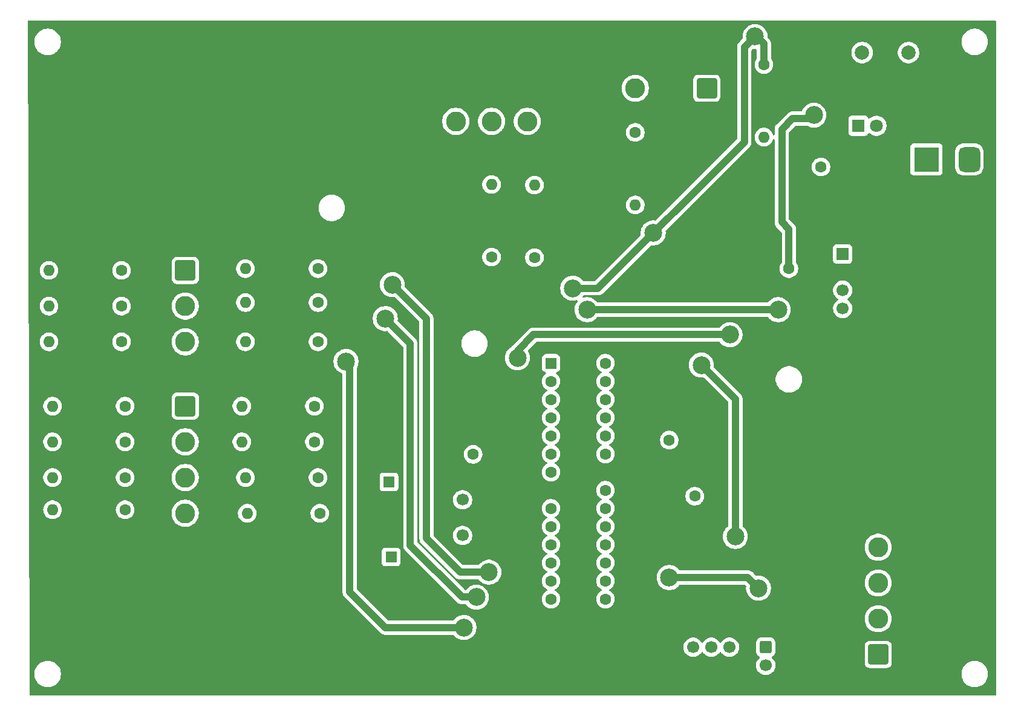
<source format=gbr>
%TF.GenerationSoftware,KiCad,Pcbnew,9.0.1*%
%TF.CreationDate,2025-09-08T23:23:36-04:00*%
%TF.ProjectId,SNAKE_GAME,534e414b-455f-4474-914d-452e6b696361,rev?*%
%TF.SameCoordinates,Original*%
%TF.FileFunction,Copper,L1,Top*%
%TF.FilePolarity,Positive*%
%FSLAX46Y46*%
G04 Gerber Fmt 4.6, Leading zero omitted, Abs format (unit mm)*
G04 Created by KiCad (PCBNEW 9.0.1) date 2025-09-08 23:23:36*
%MOMM*%
%LPD*%
G01*
G04 APERTURE LIST*
G04 Aperture macros list*
%AMRoundRect*
0 Rectangle with rounded corners*
0 $1 Rounding radius*
0 $2 $3 $4 $5 $6 $7 $8 $9 X,Y pos of 4 corners*
0 Add a 4 corners polygon primitive as box body*
4,1,4,$2,$3,$4,$5,$6,$7,$8,$9,$2,$3,0*
0 Add four circle primitives for the rounded corners*
1,1,$1+$1,$2,$3*
1,1,$1+$1,$4,$5*
1,1,$1+$1,$6,$7*
1,1,$1+$1,$8,$9*
0 Add four rect primitives between the rounded corners*
20,1,$1+$1,$2,$3,$4,$5,0*
20,1,$1+$1,$4,$5,$6,$7,0*
20,1,$1+$1,$6,$7,$8,$9,0*
20,1,$1+$1,$8,$9,$2,$3,0*%
G04 Aperture macros list end*
%TA.AperFunction,ComponentPad*%
%ADD10R,1.800000X1.800000*%
%TD*%
%TA.AperFunction,ComponentPad*%
%ADD11C,1.800000*%
%TD*%
%TA.AperFunction,ComponentPad*%
%ADD12C,1.600000*%
%TD*%
%TA.AperFunction,ComponentPad*%
%ADD13O,1.600000X1.600000*%
%TD*%
%TA.AperFunction,ComponentPad*%
%ADD14RoundRect,0.250000X-0.600000X0.600000X-0.600000X-0.600000X0.600000X-0.600000X0.600000X0.600000X0*%
%TD*%
%TA.AperFunction,ComponentPad*%
%ADD15C,1.700000*%
%TD*%
%TA.AperFunction,ComponentPad*%
%ADD16R,1.600000X1.600000*%
%TD*%
%TA.AperFunction,ComponentPad*%
%ADD17RoundRect,0.250001X-1.149999X1.149999X-1.149999X-1.149999X1.149999X-1.149999X1.149999X1.149999X0*%
%TD*%
%TA.AperFunction,ComponentPad*%
%ADD18C,2.800000*%
%TD*%
%TA.AperFunction,ComponentPad*%
%ADD19R,1.700000X1.700000*%
%TD*%
%TA.AperFunction,ComponentPad*%
%ADD20R,3.500000X3.500000*%
%TD*%
%TA.AperFunction,ComponentPad*%
%ADD21RoundRect,0.750000X0.750000X1.000000X-0.750000X1.000000X-0.750000X-1.000000X0.750000X-1.000000X0*%
%TD*%
%TA.AperFunction,ComponentPad*%
%ADD22RoundRect,0.875000X0.875000X0.875000X-0.875000X0.875000X-0.875000X-0.875000X0.875000X-0.875000X0*%
%TD*%
%TA.AperFunction,ComponentPad*%
%ADD23RoundRect,0.250001X1.149999X-1.149999X1.149999X1.149999X-1.149999X1.149999X-1.149999X-1.149999X0*%
%TD*%
%TA.AperFunction,ComponentPad*%
%ADD24RoundRect,0.250001X-1.149999X-1.149999X1.149999X-1.149999X1.149999X1.149999X-1.149999X1.149999X0*%
%TD*%
%TA.AperFunction,ComponentPad*%
%ADD25C,2.000000*%
%TD*%
%TA.AperFunction,ComponentPad*%
%ADD26RoundRect,0.250000X-0.550000X-0.550000X0.550000X-0.550000X0.550000X0.550000X-0.550000X0.550000X0*%
%TD*%
%TA.AperFunction,ComponentPad*%
%ADD27RoundRect,0.250001X1.149999X1.149999X-1.149999X1.149999X-1.149999X-1.149999X1.149999X-1.149999X0*%
%TD*%
%TA.AperFunction,ViaPad*%
%ADD28C,2.500000*%
%TD*%
%TA.AperFunction,Conductor*%
%ADD29C,1.000000*%
%TD*%
G04 APERTURE END LIST*
D10*
%TO.P,PWR_LED,1,K*%
%TO.N,Net-(D1-K)*%
X151730000Y-41750000D03*
D11*
%TO.P,PWR_LED,2,A*%
%TO.N,VCC*%
X154270000Y-41750000D03*
%TD*%
D12*
%TO.P,R22,1*%
%TO.N,VCC*%
X106375000Y-60205000D03*
D13*
%TO.P,R22,2*%
%TO.N,/SCL*%
X106375000Y-50045000D03*
%TD*%
D12*
%TO.P,R5,1*%
%TO.N,Net-(U1-PD5)*%
X76330000Y-96000000D03*
D13*
%TO.P,R5,2*%
%TO.N,/JS_RIGHT*%
X66170000Y-96000000D03*
%TD*%
D14*
%TO.P,USBASP,1,Pin_1*%
%TO.N,/MOSI*%
X138750000Y-114750000D03*
D15*
%TO.P,USBASP,2,Pin_2*%
%TO.N,VCC*%
X138750000Y-117290000D03*
%TO.P,USBASP,3,Pin_3*%
%TO.N,GND*%
X136210000Y-114750000D03*
%TO.P,USBASP,4,Pin_4*%
X136210000Y-117290000D03*
%TO.P,USBASP,5,Pin_5*%
%TO.N,/RESET*%
X133670000Y-114750000D03*
%TO.P,USBASP,6,Pin_6*%
%TO.N,GND*%
X133670000Y-117290000D03*
%TO.P,USBASP,7,Pin_7*%
%TO.N,/SCK*%
X131130000Y-114750000D03*
%TO.P,USBASP,8,Pin_8*%
%TO.N,GND*%
X131130000Y-117290000D03*
%TO.P,USBASP,9,Pin_9*%
%TO.N,/MISO*%
X128590000Y-114750000D03*
%TO.P,USBASP,10,Pin_10*%
%TO.N,GND*%
X128590000Y-117290000D03*
%TD*%
D16*
%TO.P,100nF,1*%
%TO.N,GND*%
X95294888Y-87750000D03*
D12*
%TO.P,100nF,2*%
%TO.N,VCC*%
X97794888Y-87750000D03*
%TD*%
D17*
%TO.P,J5,1,Pin_1*%
%TO.N,/B_EXIT*%
X57500000Y-62000000D03*
D18*
%TO.P,J5,2,Pin_2*%
%TO.N,/B_START*%
X57500000Y-67000000D03*
%TO.P,J5,3,Pin_3*%
%TO.N,/B_SELECT*%
X57500000Y-72000000D03*
%TD*%
D16*
%TO.P,100nF,1*%
%TO.N,GND*%
X128815000Y-91110000D03*
D12*
%TO.P,100nF,2*%
%TO.N,VCC*%
X128815000Y-93610000D03*
%TD*%
%TO.P,R13,1*%
%TO.N,Net-(U1-PB0)*%
X76080000Y-72000000D03*
D13*
%TO.P,R13,2*%
%TO.N,/B_SELECT*%
X65920000Y-72000000D03*
%TD*%
D12*
%TO.P,R1,1*%
%TO.N,GND*%
X131840000Y-61750000D03*
%TO.P,R1,2*%
%TO.N,Net-(D1-K)*%
X142000000Y-61750000D03*
%TD*%
D19*
%TO.P,UART_TERM,1,Pin_1*%
%TO.N,VCC*%
X149525000Y-59700000D03*
D15*
%TO.P,UART_TERM,2,Pin_2*%
%TO.N,GND*%
X149525000Y-62240000D03*
%TO.P,UART_TERM,3,Pin_3*%
%TO.N,/TXD*%
X149525000Y-64780000D03*
%TO.P,UART_TERM,4,Pin_4*%
%TO.N,/RXD*%
X149525000Y-67320000D03*
%TD*%
D16*
%TO.P,20pF,1*%
%TO.N,Net-(U1-XTAL1{slash}PB6)*%
X86020113Y-91610000D03*
D12*
%TO.P,20pF,2*%
%TO.N,GND*%
X83520113Y-91610000D03*
%TD*%
%TO.P,220UF1,1*%
%TO.N,VCC*%
X146500000Y-47500000D03*
%TO.P,220UF1,2*%
%TO.N,GND*%
X146500000Y-45000000D03*
%TD*%
%TO.P,R4K7,1*%
%TO.N,/JS_LEFT*%
X49080000Y-91000000D03*
D13*
%TO.P,R4K7,2*%
%TO.N,VCC*%
X38920000Y-91000000D03*
%TD*%
D12*
%TO.P,R6,1*%
%TO.N,Net-(U1-PD6)*%
X76080000Y-61750000D03*
D13*
%TO.P,R6,2*%
%TO.N,/B_EXIT*%
X65920000Y-61750000D03*
%TD*%
D20*
%TO.P,PJ_102A,1*%
%TO.N,VCC*%
X161250000Y-46457500D03*
D21*
%TO.P,PJ_102A,2*%
%TO.N,unconnected-(J11-Pad2)*%
X167250000Y-46457500D03*
D22*
%TO.P,PJ_102A,3*%
%TO.N,GND*%
X164250000Y-41757500D03*
%TD*%
D12*
%TO.P,R4,1*%
%TO.N,Net-(U1-PD4)*%
X76080000Y-91000000D03*
D13*
%TO.P,R4,2*%
%TO.N,/JS_LEFT*%
X65920000Y-91000000D03*
%TD*%
D23*
%TO.P,5V,1,Pin_1*%
%TO.N,VCC*%
X154500000Y-115760000D03*
D18*
%TO.P,5V,2,Pin_2*%
X154500000Y-110760000D03*
%TO.P,5V,3,Pin_3*%
X154500000Y-105760000D03*
%TO.P,5V,4,Pin_4*%
X154500000Y-100760000D03*
%TD*%
D12*
%TO.P,4k7,1*%
%TO.N,/RESET*%
X138500000Y-33170000D03*
D13*
%TO.P,4k7,2*%
%TO.N,VCC*%
X138500000Y-43330000D03*
%TD*%
D16*
%TO.P,100nF,1*%
%TO.N,GND*%
X127750000Y-85750000D03*
D12*
%TO.P,100nF,2*%
%TO.N,Net-(U1-AREF)*%
X125250000Y-85750000D03*
%TD*%
%TO.P,R3,1*%
%TO.N,Net-(U1-PD3)*%
X75580000Y-86000000D03*
D13*
%TO.P,R3,2*%
%TO.N,/JS_DOWN*%
X65420000Y-86000000D03*
%TD*%
D12*
%TO.P,4K7,1*%
%TO.N,/B_START*%
X48580000Y-67000000D03*
D13*
%TO.P,4K7,2*%
%TO.N,VCC*%
X38420000Y-67000000D03*
%TD*%
D24*
%TO.P,PCF_SCREEN,1,Pin_1*%
%TO.N,GND*%
X90375000Y-41125000D03*
D18*
%TO.P,PCF_SCREEN,2,Pin_2*%
%TO.N,VCC*%
X95375000Y-41125000D03*
%TO.P,PCF_SCREEN,3,Pin_3*%
%TO.N,/SDA*%
X100375000Y-41125000D03*
%TO.P,PCF_SCREEN,4,Pin_4*%
%TO.N,/SCL*%
X105375000Y-41125000D03*
%TD*%
D12*
%TO.P,4K7,1*%
%TO.N,/JS_RIGHT*%
X49080000Y-95500000D03*
D13*
%TO.P,4K7,2*%
%TO.N,VCC*%
X38920000Y-95500000D03*
%TD*%
D23*
%TO.P,GND,1,Pin_1*%
%TO.N,GND*%
X154500000Y-91760000D03*
D18*
%TO.P,GND,2,Pin_2*%
X154500000Y-86760000D03*
%TO.P,GND,3,Pin_3*%
X154500000Y-81760000D03*
%TO.P,GND,4,Pin_4*%
X154500000Y-76760000D03*
%TD*%
D25*
%TO.P,RESET_SWT,1,1*%
%TO.N,/RESET*%
X152250000Y-31500000D03*
X158750000Y-31500000D03*
%TO.P,RESET_SWT,2,2*%
%TO.N,GND*%
X152250000Y-36000000D03*
X158750000Y-36000000D03*
%TD*%
D12*
%TO.P,R7,1*%
%TO.N,Net-(U1-PD7)*%
X76080000Y-66500000D03*
D13*
%TO.P,R7,2*%
%TO.N,/B_START*%
X65920000Y-66500000D03*
%TD*%
D12*
%TO.P,4K7,1*%
%TO.N,/B_SELECT*%
X48580000Y-72000000D03*
D13*
%TO.P,4K7,2*%
%TO.N,VCC*%
X38420000Y-72000000D03*
%TD*%
D16*
%TO.P,20pF,1*%
%TO.N,Net-(U1-XTAL2{slash}PB7)*%
X86315000Y-102110000D03*
D12*
%TO.P,20pF,2*%
%TO.N,GND*%
X83815000Y-102110000D03*
%TD*%
%TO.P,4K7,1*%
%TO.N,/JS_UP*%
X49080000Y-81000000D03*
D13*
%TO.P,4K7,2*%
%TO.N,VCC*%
X38920000Y-81000000D03*
%TD*%
D17*
%TO.P,JOYSTICK,1,Pin_1*%
%TO.N,/JS_UP*%
X57500000Y-81000000D03*
D18*
%TO.P,JOYSTICK,2,Pin_2*%
%TO.N,/JS_DOWN*%
X57500000Y-86000000D03*
%TO.P,JOYSTICK,3,Pin_3*%
%TO.N,/JS_LEFT*%
X57500000Y-91000000D03*
%TO.P,JOYSTICK,4,Pin_4*%
%TO.N,/JS_RIGHT*%
X57500000Y-96000000D03*
%TD*%
D26*
%TO.P,ATMEGA168,1,~{RESET}/PC6*%
%TO.N,/RESET*%
X108695000Y-74990000D03*
D12*
%TO.P,ATMEGA168,2,PD0*%
%TO.N,/RXD*%
X108695000Y-77530000D03*
%TO.P,ATMEGA168,3,PD1*%
%TO.N,/TXD*%
X108695000Y-80070000D03*
%TO.P,ATMEGA168,4,PD2*%
%TO.N,Net-(U1-PD2)*%
X108695000Y-82610000D03*
%TO.P,ATMEGA168,5,PD3*%
%TO.N,Net-(U1-PD3)*%
X108695000Y-85150000D03*
%TO.P,ATMEGA168,6,PD4*%
%TO.N,Net-(U1-PD4)*%
X108695000Y-87690000D03*
%TO.P,ATMEGA168,7,VCC*%
%TO.N,VCC*%
X108695000Y-90230000D03*
%TO.P,ATMEGA168,8,GND*%
%TO.N,GND*%
X108695000Y-92770000D03*
%TO.P,ATMEGA168,9,XTAL1/PB6*%
%TO.N,Net-(U1-XTAL1{slash}PB6)*%
X108695000Y-95310000D03*
%TO.P,ATMEGA168,10,XTAL2/PB7*%
%TO.N,Net-(U1-XTAL2{slash}PB7)*%
X108695000Y-97850000D03*
%TO.P,ATMEGA168,11,PD5*%
%TO.N,Net-(U1-PD5)*%
X108695000Y-100390000D03*
%TO.P,ATMEGA168,12,PD6*%
%TO.N,Net-(U1-PD6)*%
X108695000Y-102930000D03*
%TO.P,ATMEGA168,13,PD7*%
%TO.N,Net-(U1-PD7)*%
X108695000Y-105470000D03*
%TO.P,ATMEGA168,14,PB0*%
%TO.N,Net-(U1-PB0)*%
X108695000Y-108010000D03*
%TO.P,ATMEGA168,15,PB1*%
%TO.N,unconnected-(U1-PB1-Pad15)*%
X116315000Y-108010000D03*
%TO.P,ATMEGA168,16,PB2*%
%TO.N,unconnected-(U1-PB2-Pad16)*%
X116315000Y-105470000D03*
%TO.P,ATMEGA168,17,PB3*%
%TO.N,/MOSI*%
X116315000Y-102930000D03*
%TO.P,ATMEGA168,18,PB4*%
%TO.N,/MISO*%
X116315000Y-100390000D03*
%TO.P,ATMEGA168,19,PB5*%
%TO.N,/SCK*%
X116315000Y-97850000D03*
%TO.P,ATMEGA168,20,AVCC*%
%TO.N,VCC*%
X116315000Y-95310000D03*
%TO.P,ATMEGA168,21,AREF*%
%TO.N,Net-(U1-AREF)*%
X116315000Y-92770000D03*
%TO.P,ATMEGA168,22,GND*%
%TO.N,GND*%
X116315000Y-90230000D03*
%TO.P,ATMEGA168,23,PC0*%
%TO.N,/DIN_GRID*%
X116315000Y-87690000D03*
%TO.P,ATMEGA168,24,PC1*%
%TO.N,unconnected-(U1-PC1-Pad24)*%
X116315000Y-85150000D03*
%TO.P,ATMEGA168,25,PC2*%
%TO.N,unconnected-(U1-PC2-Pad25)*%
X116315000Y-82610000D03*
%TO.P,ATMEGA168,26,PC3*%
%TO.N,unconnected-(U1-PC3-Pad26)*%
X116315000Y-80070000D03*
%TO.P,ATMEGA168,27,PC4*%
%TO.N,/SDA*%
X116315000Y-77530000D03*
%TO.P,ATMEGA168,28,PC5*%
%TO.N,/SCL*%
X116315000Y-74990000D03*
%TD*%
D27*
%TO.P,GRID,1,Pin_1*%
%TO.N,VCC*%
X130500000Y-36500000D03*
D18*
%TO.P,GRID,2,Pin_2*%
%TO.N,GND*%
X125500000Y-36500000D03*
%TO.P,GRID,3,Pin_3*%
%TO.N,/DIN_GRID*%
X120500000Y-36500000D03*
%TD*%
D15*
%TO.P,20MHz,1,1*%
%TO.N,Net-(U1-XTAL2{slash}PB7)*%
X96315000Y-99110000D03*
%TO.P,20MHz,2,2*%
%TO.N,Net-(U1-XTAL1{slash}PB6)*%
X96315000Y-94110000D03*
%TD*%
D12*
%TO.P,4K7,1*%
%TO.N,/JS_DOWN*%
X49080000Y-86000000D03*
D13*
%TO.P,4K7,2*%
%TO.N,VCC*%
X38920000Y-86000000D03*
%TD*%
D12*
%TO.P,R21,1*%
%TO.N,VCC*%
X100375000Y-60125000D03*
D13*
%TO.P,R21,2*%
%TO.N,/SDA*%
X100375000Y-49965000D03*
%TD*%
D12*
%TO.P,R2,1*%
%TO.N,Net-(U1-PD2)*%
X75580000Y-81000000D03*
D13*
%TO.P,R2,2*%
%TO.N,/JS_UP*%
X65420000Y-81000000D03*
%TD*%
D12*
%TO.P,R24,1*%
%TO.N,/DIN_GRID*%
X120500000Y-42670000D03*
D13*
%TO.P,R24,2*%
%TO.N,VCC*%
X120500000Y-52830000D03*
%TD*%
D12*
%TO.P,R4K7,1*%
%TO.N,/B_EXIT*%
X48580000Y-62000000D03*
D13*
%TO.P,R4K7,2*%
%TO.N,VCC*%
X38420000Y-62000000D03*
%TD*%
D28*
%TO.N,GND*%
X119500000Y-115750000D03*
X84000000Y-43250000D03*
X145000000Y-36750000D03*
X168000000Y-37250000D03*
X131000000Y-83250000D03*
X162500000Y-34750000D03*
X157500000Y-68750000D03*
X126000000Y-44750000D03*
X85000000Y-86250000D03*
%TO.N,Net-(U1-PD7)*%
X98250000Y-107750000D03*
X85500000Y-68750000D03*
%TO.N,Net-(U1-PD6)*%
X86500000Y-64000000D03*
X100000000Y-104250000D03*
%TO.N,/TXD*%
X104000000Y-74250000D03*
X133750000Y-71000000D03*
%TO.N,/RESET*%
X134500000Y-99250000D03*
X111750000Y-64500000D03*
X129750000Y-75250000D03*
X123000000Y-56750000D03*
X137250000Y-29250000D03*
%TO.N,/MOSI*%
X137750000Y-106500000D03*
X125250000Y-105000000D03*
%TO.N,/RXD*%
X140500000Y-67500000D03*
X113750000Y-67500000D03*
%TO.N,Net-(U1-PB0)*%
X96500000Y-112000000D03*
X80000000Y-74750000D03*
%TO.N,Net-(D1-K)*%
X145500000Y-40250000D03*
%TD*%
D29*
%TO.N,Net-(U1-PD7)*%
X89000000Y-72250000D02*
X89000000Y-100500000D01*
X96250000Y-107750000D02*
X98250000Y-107750000D01*
X89000000Y-100500000D02*
X96250000Y-107750000D01*
X85500000Y-68750000D02*
X89000000Y-72250000D01*
%TO.N,Net-(U1-PD6)*%
X91250000Y-68750000D02*
X91250000Y-99500000D01*
X86500000Y-64000000D02*
X91250000Y-68750000D01*
X96000000Y-104250000D02*
X100000000Y-104250000D01*
X91250000Y-99500000D02*
X96000000Y-104250000D01*
%TO.N,/TXD*%
X104000000Y-74250000D02*
X104000000Y-73250000D01*
X133750000Y-71000000D02*
X134500000Y-71000000D01*
X104000000Y-73250000D02*
X106250000Y-71000000D01*
X106250000Y-71000000D02*
X133750000Y-71000000D01*
%TO.N,/RESET*%
X135750000Y-30750000D02*
X137250000Y-29250000D01*
X135750000Y-44000000D02*
X135750000Y-30750000D01*
X138500000Y-30250000D02*
X138500000Y-33170000D01*
X115250000Y-64500000D02*
X135750000Y-44000000D01*
X137250000Y-29250000D02*
X137500000Y-29250000D01*
X134500000Y-80000000D02*
X129750000Y-75250000D01*
X134500000Y-99250000D02*
X134500000Y-80000000D01*
X137500000Y-29250000D02*
X138500000Y-30250000D01*
X111750000Y-64500000D02*
X115250000Y-64500000D01*
%TO.N,/MOSI*%
X136250000Y-105000000D02*
X137750000Y-106500000D01*
X125250000Y-105000000D02*
X136250000Y-105000000D01*
%TO.N,/RXD*%
X113750000Y-67500000D02*
X140500000Y-67500000D01*
%TO.N,Net-(U1-PB0)*%
X80500000Y-107000000D02*
X85500000Y-112000000D01*
X85500000Y-112000000D02*
X96500000Y-112000000D01*
X80500000Y-75250000D02*
X80500000Y-107000000D01*
X80000000Y-74750000D02*
X80500000Y-75250000D01*
%TO.N,VCC*%
X106295000Y-60125000D02*
X106375000Y-60205000D01*
%TO.N,Net-(D1-K)*%
X145000000Y-40750000D02*
X142500000Y-40750000D01*
X142000000Y-56250000D02*
X142000000Y-61750000D01*
X142500000Y-40750000D02*
X141000000Y-42250000D01*
X141000000Y-55250000D02*
X142000000Y-56250000D01*
X145500000Y-40250000D02*
X145000000Y-40750000D01*
X141000000Y-42250000D02*
X141000000Y-55250000D01*
%TD*%
%TA.AperFunction,Conductor*%
%TO.N,GND*%
G36*
X170942539Y-27020185D02*
G01*
X170988294Y-27072989D01*
X170999500Y-27124500D01*
X170999500Y-121375500D01*
X170979815Y-121442539D01*
X170927011Y-121488294D01*
X170875500Y-121499500D01*
X35838330Y-121499500D01*
X35771291Y-121479815D01*
X35725536Y-121427011D01*
X35714330Y-121375808D01*
X35706893Y-118378711D01*
X36399500Y-118378711D01*
X36399500Y-118621288D01*
X36431161Y-118861785D01*
X36493947Y-119096104D01*
X36586773Y-119320205D01*
X36586776Y-119320212D01*
X36708064Y-119530289D01*
X36708066Y-119530292D01*
X36708067Y-119530293D01*
X36855733Y-119722736D01*
X36855739Y-119722743D01*
X37027256Y-119894260D01*
X37027262Y-119894265D01*
X37219711Y-120041936D01*
X37429788Y-120163224D01*
X37653900Y-120256054D01*
X37888211Y-120318838D01*
X38068586Y-120342584D01*
X38128711Y-120350500D01*
X38128712Y-120350500D01*
X38371289Y-120350500D01*
X38419388Y-120344167D01*
X38611789Y-120318838D01*
X38846100Y-120256054D01*
X39070212Y-120163224D01*
X39280289Y-120041936D01*
X39472738Y-119894265D01*
X39644265Y-119722738D01*
X39791936Y-119530289D01*
X39913224Y-119320212D01*
X40006054Y-119096100D01*
X40068838Y-118861789D01*
X40100500Y-118621288D01*
X40100500Y-118378712D01*
X40068838Y-118138211D01*
X40006054Y-117903900D01*
X39913224Y-117679788D01*
X39791936Y-117469711D01*
X39644265Y-117277262D01*
X39644260Y-117277256D01*
X39472743Y-117105739D01*
X39472736Y-117105733D01*
X39280293Y-116958067D01*
X39280292Y-116958066D01*
X39280289Y-116958064D01*
X39070212Y-116836776D01*
X39070205Y-116836773D01*
X38846104Y-116743947D01*
X38611785Y-116681161D01*
X38371289Y-116649500D01*
X38371288Y-116649500D01*
X38128712Y-116649500D01*
X38128711Y-116649500D01*
X37888214Y-116681161D01*
X37653895Y-116743947D01*
X37429794Y-116836773D01*
X37429785Y-116836777D01*
X37219706Y-116958067D01*
X37027263Y-117105733D01*
X37027256Y-117105739D01*
X36855739Y-117277256D01*
X36855733Y-117277263D01*
X36708067Y-117469706D01*
X36586777Y-117679785D01*
X36586773Y-117679794D01*
X36493947Y-117903895D01*
X36431161Y-118138214D01*
X36399500Y-118378711D01*
X35706893Y-118378711D01*
X35706884Y-118374961D01*
X35697625Y-114643713D01*
X127239500Y-114643713D01*
X127239500Y-114856286D01*
X127272753Y-115066239D01*
X127338444Y-115268414D01*
X127434951Y-115457820D01*
X127559890Y-115629786D01*
X127710213Y-115780109D01*
X127882179Y-115905048D01*
X127882181Y-115905049D01*
X127882184Y-115905051D01*
X128071588Y-116001557D01*
X128273757Y-116067246D01*
X128483713Y-116100500D01*
X128483714Y-116100500D01*
X128696286Y-116100500D01*
X128696287Y-116100500D01*
X128906243Y-116067246D01*
X129108412Y-116001557D01*
X129297816Y-115905051D01*
X129319789Y-115889086D01*
X129469786Y-115780109D01*
X129469788Y-115780106D01*
X129469792Y-115780104D01*
X129620104Y-115629792D01*
X129620106Y-115629788D01*
X129620109Y-115629786D01*
X129745048Y-115457820D01*
X129745047Y-115457820D01*
X129745051Y-115457816D01*
X129749514Y-115449054D01*
X129797488Y-115398259D01*
X129865308Y-115381463D01*
X129931444Y-115403999D01*
X129970486Y-115449056D01*
X129974951Y-115457820D01*
X130099890Y-115629786D01*
X130250213Y-115780109D01*
X130422179Y-115905048D01*
X130422181Y-115905049D01*
X130422184Y-115905051D01*
X130611588Y-116001557D01*
X130813757Y-116067246D01*
X131023713Y-116100500D01*
X131023714Y-116100500D01*
X131236286Y-116100500D01*
X131236287Y-116100500D01*
X131446243Y-116067246D01*
X131648412Y-116001557D01*
X131837816Y-115905051D01*
X131859789Y-115889086D01*
X132009786Y-115780109D01*
X132009788Y-115780106D01*
X132009792Y-115780104D01*
X132160104Y-115629792D01*
X132160106Y-115629788D01*
X132160109Y-115629786D01*
X132285048Y-115457820D01*
X132285047Y-115457820D01*
X132285051Y-115457816D01*
X132289514Y-115449054D01*
X132337488Y-115398259D01*
X132405308Y-115381463D01*
X132471444Y-115403999D01*
X132510486Y-115449056D01*
X132514951Y-115457820D01*
X132639890Y-115629786D01*
X132790213Y-115780109D01*
X132962179Y-115905048D01*
X132962181Y-115905049D01*
X132962184Y-115905051D01*
X133151588Y-116001557D01*
X133353757Y-116067246D01*
X133563713Y-116100500D01*
X133563714Y-116100500D01*
X133776286Y-116100500D01*
X133776287Y-116100500D01*
X133986243Y-116067246D01*
X134188412Y-116001557D01*
X134377816Y-115905051D01*
X134399789Y-115889086D01*
X134549786Y-115780109D01*
X134549788Y-115780106D01*
X134549792Y-115780104D01*
X134700104Y-115629792D01*
X134700106Y-115629788D01*
X134700109Y-115629786D01*
X134825048Y-115457820D01*
X134825047Y-115457820D01*
X134825051Y-115457816D01*
X134921557Y-115268412D01*
X134987246Y-115066243D01*
X135020500Y-114856287D01*
X135020500Y-114643713D01*
X134987246Y-114433757D01*
X134921557Y-114231588D01*
X134854501Y-114099983D01*
X137399500Y-114099983D01*
X137399500Y-115400001D01*
X137399501Y-115400018D01*
X137410000Y-115502796D01*
X137410001Y-115502799D01*
X137452081Y-115629786D01*
X137465186Y-115669334D01*
X137557288Y-115818656D01*
X137681344Y-115942712D01*
X137830666Y-116034814D01*
X137841223Y-116038312D01*
X137898668Y-116078084D01*
X137925492Y-116142600D01*
X137913177Y-116211376D01*
X137875113Y-116256330D01*
X137870219Y-116259885D01*
X137870209Y-116259894D01*
X137719890Y-116410213D01*
X137594951Y-116582179D01*
X137498444Y-116771585D01*
X137432753Y-116973760D01*
X137399500Y-117183713D01*
X137399500Y-117396286D01*
X137430943Y-117594814D01*
X137432754Y-117606243D01*
X137456652Y-117679794D01*
X137498444Y-117808414D01*
X137594951Y-117997820D01*
X137719890Y-118169786D01*
X137870213Y-118320109D01*
X138042179Y-118445048D01*
X138042181Y-118445049D01*
X138042184Y-118445051D01*
X138231588Y-118541557D01*
X138433757Y-118607246D01*
X138643713Y-118640500D01*
X138643714Y-118640500D01*
X138856286Y-118640500D01*
X138856287Y-118640500D01*
X139066243Y-118607246D01*
X139268412Y-118541557D01*
X139457816Y-118445051D01*
X139479789Y-118429086D01*
X139549126Y-118378711D01*
X166149500Y-118378711D01*
X166149500Y-118621288D01*
X166181161Y-118861785D01*
X166243947Y-119096104D01*
X166336773Y-119320205D01*
X166336776Y-119320212D01*
X166458064Y-119530289D01*
X166458066Y-119530292D01*
X166458067Y-119530293D01*
X166605733Y-119722736D01*
X166605739Y-119722743D01*
X166777256Y-119894260D01*
X166777262Y-119894265D01*
X166969711Y-120041936D01*
X167179788Y-120163224D01*
X167403900Y-120256054D01*
X167638211Y-120318838D01*
X167818586Y-120342584D01*
X167878711Y-120350500D01*
X167878712Y-120350500D01*
X168121289Y-120350500D01*
X168169388Y-120344167D01*
X168361789Y-120318838D01*
X168596100Y-120256054D01*
X168820212Y-120163224D01*
X169030289Y-120041936D01*
X169222738Y-119894265D01*
X169394265Y-119722738D01*
X169541936Y-119530289D01*
X169663224Y-119320212D01*
X169756054Y-119096100D01*
X169818838Y-118861789D01*
X169850500Y-118621288D01*
X169850500Y-118378712D01*
X169818838Y-118138211D01*
X169756054Y-117903900D01*
X169663224Y-117679788D01*
X169541936Y-117469711D01*
X169394265Y-117277262D01*
X169394260Y-117277256D01*
X169222743Y-117105739D01*
X169222736Y-117105733D01*
X169030293Y-116958067D01*
X169030292Y-116958066D01*
X169030289Y-116958064D01*
X168820212Y-116836776D01*
X168820205Y-116836773D01*
X168596104Y-116743947D01*
X168361785Y-116681161D01*
X168121289Y-116649500D01*
X168121288Y-116649500D01*
X167878712Y-116649500D01*
X167878711Y-116649500D01*
X167638214Y-116681161D01*
X167403895Y-116743947D01*
X167179794Y-116836773D01*
X167179785Y-116836777D01*
X166969706Y-116958067D01*
X166777263Y-117105733D01*
X166777256Y-117105739D01*
X166605739Y-117277256D01*
X166605733Y-117277263D01*
X166458067Y-117469706D01*
X166336777Y-117679785D01*
X166336773Y-117679794D01*
X166243947Y-117903895D01*
X166181161Y-118138214D01*
X166149500Y-118378711D01*
X139549126Y-118378711D01*
X139629786Y-118320109D01*
X139629788Y-118320106D01*
X139629792Y-118320104D01*
X139780104Y-118169792D01*
X139780106Y-118169788D01*
X139780109Y-118169786D01*
X139905048Y-117997820D01*
X139905047Y-117997820D01*
X139905051Y-117997816D01*
X140001557Y-117808412D01*
X140067246Y-117606243D01*
X140100500Y-117396287D01*
X140100500Y-117183713D01*
X140067246Y-116973757D01*
X140001557Y-116771588D01*
X139905051Y-116582184D01*
X139905049Y-116582181D01*
X139905048Y-116582179D01*
X139780109Y-116410213D01*
X139629790Y-116259894D01*
X139629785Y-116259890D01*
X139624891Y-116256334D01*
X139582227Y-116201003D01*
X139576249Y-116131390D01*
X139608857Y-116069595D01*
X139658774Y-116038312D01*
X139669334Y-116034814D01*
X139818656Y-115942712D01*
X139942712Y-115818656D01*
X140034814Y-115669334D01*
X140089999Y-115502797D01*
X140100500Y-115400009D01*
X140100499Y-114559984D01*
X152599500Y-114559984D01*
X152599500Y-116960015D01*
X152610000Y-117062795D01*
X152610001Y-117062796D01*
X152665186Y-117229335D01*
X152665187Y-117229337D01*
X152757286Y-117378651D01*
X152757289Y-117378655D01*
X152881344Y-117502710D01*
X152881348Y-117502713D01*
X153030662Y-117594812D01*
X153030664Y-117594813D01*
X153030666Y-117594814D01*
X153197203Y-117649999D01*
X153299992Y-117660500D01*
X153299997Y-117660500D01*
X155700003Y-117660500D01*
X155700008Y-117660500D01*
X155802797Y-117649999D01*
X155969334Y-117594814D01*
X156118655Y-117502711D01*
X156242711Y-117378655D01*
X156334814Y-117229334D01*
X156389999Y-117062797D01*
X156400500Y-116960008D01*
X156400500Y-114559992D01*
X156389999Y-114457203D01*
X156334814Y-114290666D01*
X156242711Y-114141345D01*
X156118655Y-114017289D01*
X156118651Y-114017286D01*
X155969337Y-113925187D01*
X155969335Y-113925186D01*
X155886065Y-113897593D01*
X155802797Y-113870001D01*
X155802795Y-113870000D01*
X155700015Y-113859500D01*
X155700008Y-113859500D01*
X153299992Y-113859500D01*
X153299984Y-113859500D01*
X153197204Y-113870000D01*
X153197203Y-113870001D01*
X153030664Y-113925186D01*
X153030662Y-113925187D01*
X152881348Y-114017286D01*
X152881344Y-114017289D01*
X152757289Y-114141344D01*
X152757286Y-114141348D01*
X152665187Y-114290662D01*
X152665186Y-114290664D01*
X152610001Y-114457203D01*
X152610000Y-114457204D01*
X152599500Y-114559984D01*
X140100499Y-114559984D01*
X140100499Y-114099992D01*
X140092050Y-114017286D01*
X140089999Y-113997203D01*
X140089998Y-113997200D01*
X140066135Y-113925186D01*
X140034814Y-113830666D01*
X139942712Y-113681344D01*
X139818656Y-113557288D01*
X139669334Y-113465186D01*
X139502797Y-113410001D01*
X139502795Y-113410000D01*
X139400010Y-113399500D01*
X138099998Y-113399500D01*
X138099981Y-113399501D01*
X137997203Y-113410000D01*
X137997200Y-113410001D01*
X137830668Y-113465185D01*
X137830663Y-113465187D01*
X137681342Y-113557289D01*
X137557289Y-113681342D01*
X137465187Y-113830663D01*
X137465185Y-113830668D01*
X137452083Y-113870208D01*
X137410001Y-113997203D01*
X137410001Y-113997204D01*
X137410000Y-113997204D01*
X137399500Y-114099983D01*
X134854501Y-114099983D01*
X134825051Y-114042184D01*
X134825049Y-114042181D01*
X134825048Y-114042179D01*
X134700109Y-113870213D01*
X134549786Y-113719890D01*
X134377820Y-113594951D01*
X134188414Y-113498444D01*
X134188413Y-113498443D01*
X134188412Y-113498443D01*
X133986243Y-113432754D01*
X133986241Y-113432753D01*
X133986240Y-113432753D01*
X133824957Y-113407208D01*
X133776287Y-113399500D01*
X133563713Y-113399500D01*
X133515042Y-113407208D01*
X133353760Y-113432753D01*
X133151585Y-113498444D01*
X132962179Y-113594951D01*
X132790213Y-113719890D01*
X132639890Y-113870213D01*
X132514949Y-114042182D01*
X132510484Y-114050946D01*
X132462509Y-114101742D01*
X132394688Y-114118536D01*
X132328553Y-114095998D01*
X132289516Y-114050946D01*
X132285050Y-114042182D01*
X132160109Y-113870213D01*
X132009786Y-113719890D01*
X131837820Y-113594951D01*
X131648414Y-113498444D01*
X131648413Y-113498443D01*
X131648412Y-113498443D01*
X131446243Y-113432754D01*
X131446241Y-113432753D01*
X131446240Y-113432753D01*
X131284957Y-113407208D01*
X131236287Y-113399500D01*
X131023713Y-113399500D01*
X130975042Y-113407208D01*
X130813760Y-113432753D01*
X130611585Y-113498444D01*
X130422179Y-113594951D01*
X130250213Y-113719890D01*
X130099890Y-113870213D01*
X129974949Y-114042182D01*
X129970484Y-114050946D01*
X129922509Y-114101742D01*
X129854688Y-114118536D01*
X129788553Y-114095998D01*
X129749516Y-114050946D01*
X129745050Y-114042182D01*
X129620109Y-113870213D01*
X129469786Y-113719890D01*
X129297820Y-113594951D01*
X129108414Y-113498444D01*
X129108413Y-113498443D01*
X129108412Y-113498443D01*
X128906243Y-113432754D01*
X128906241Y-113432753D01*
X128906240Y-113432753D01*
X128744957Y-113407208D01*
X128696287Y-113399500D01*
X128483713Y-113399500D01*
X128435042Y-113407208D01*
X128273760Y-113432753D01*
X128071585Y-113498444D01*
X127882179Y-113594951D01*
X127710213Y-113719890D01*
X127559890Y-113870213D01*
X127434951Y-114042179D01*
X127338444Y-114231585D01*
X127272753Y-114433760D01*
X127239500Y-114643713D01*
X35697625Y-114643713D01*
X35697614Y-114639149D01*
X35649868Y-95397648D01*
X37619500Y-95397648D01*
X37619500Y-95602352D01*
X37623631Y-95628435D01*
X37651522Y-95804534D01*
X37714781Y-95999223D01*
X37807715Y-96181613D01*
X37928028Y-96347213D01*
X38072786Y-96491971D01*
X38201260Y-96585311D01*
X38238390Y-96612287D01*
X38315244Y-96651446D01*
X38420776Y-96705218D01*
X38420778Y-96705218D01*
X38420781Y-96705220D01*
X38520784Y-96737713D01*
X38615465Y-96768477D01*
X38716557Y-96784488D01*
X38817648Y-96800500D01*
X38817649Y-96800500D01*
X39022351Y-96800500D01*
X39022352Y-96800500D01*
X39224534Y-96768477D01*
X39419219Y-96705220D01*
X39601610Y-96612287D01*
X39732088Y-96517490D01*
X39767213Y-96491971D01*
X39767215Y-96491968D01*
X39767219Y-96491966D01*
X39911966Y-96347219D01*
X39911968Y-96347215D01*
X39911971Y-96347213D01*
X39964732Y-96274590D01*
X40032287Y-96181610D01*
X40125220Y-95999219D01*
X40188477Y-95804534D01*
X40220500Y-95602352D01*
X40220500Y-95397648D01*
X47779500Y-95397648D01*
X47779500Y-95602352D01*
X47783631Y-95628435D01*
X47811522Y-95804534D01*
X47874781Y-95999223D01*
X47967715Y-96181613D01*
X48088028Y-96347213D01*
X48232786Y-96491971D01*
X48361260Y-96585311D01*
X48398390Y-96612287D01*
X48475244Y-96651446D01*
X48580776Y-96705218D01*
X48580778Y-96705218D01*
X48580781Y-96705220D01*
X48680784Y-96737713D01*
X48775465Y-96768477D01*
X48876557Y-96784488D01*
X48977648Y-96800500D01*
X48977649Y-96800500D01*
X49182351Y-96800500D01*
X49182352Y-96800500D01*
X49384534Y-96768477D01*
X49579219Y-96705220D01*
X49761610Y-96612287D01*
X49892088Y-96517490D01*
X49927213Y-96491971D01*
X49927215Y-96491968D01*
X49927219Y-96491966D01*
X50071966Y-96347219D01*
X50071968Y-96347215D01*
X50071971Y-96347213D01*
X50124732Y-96274590D01*
X50192287Y-96181610D01*
X50285220Y-95999219D01*
X50325438Y-95875441D01*
X55599500Y-95875441D01*
X55599500Y-96124558D01*
X55599501Y-96124575D01*
X55632017Y-96371561D01*
X55696498Y-96612207D01*
X55791830Y-96842361D01*
X55791837Y-96842376D01*
X55916400Y-97058126D01*
X56068060Y-97255774D01*
X56068066Y-97255781D01*
X56244218Y-97431933D01*
X56244225Y-97431939D01*
X56441873Y-97583599D01*
X56657623Y-97708162D01*
X56657638Y-97708169D01*
X56752950Y-97747648D01*
X56887793Y-97803502D01*
X57128435Y-97867982D01*
X57375435Y-97900500D01*
X57375442Y-97900500D01*
X57624558Y-97900500D01*
X57624565Y-97900500D01*
X57871565Y-97867982D01*
X58112207Y-97803502D01*
X58342373Y-97708164D01*
X58558127Y-97583599D01*
X58755776Y-97431938D01*
X58931938Y-97255776D01*
X59083599Y-97058127D01*
X59208164Y-96842373D01*
X59303502Y-96612207D01*
X59367982Y-96371565D01*
X59400500Y-96124565D01*
X59400500Y-95897648D01*
X64869500Y-95897648D01*
X64869500Y-96102351D01*
X64901522Y-96304534D01*
X64964781Y-96499223D01*
X65057715Y-96681613D01*
X65178028Y-96847213D01*
X65322786Y-96991971D01*
X65477749Y-97104556D01*
X65488390Y-97112287D01*
X65598490Y-97168386D01*
X65670776Y-97205218D01*
X65670778Y-97205218D01*
X65670781Y-97205220D01*
X65775137Y-97239127D01*
X65865465Y-97268477D01*
X65966557Y-97284488D01*
X66067648Y-97300500D01*
X66067649Y-97300500D01*
X66272351Y-97300500D01*
X66272352Y-97300500D01*
X66474534Y-97268477D01*
X66669219Y-97205220D01*
X66851610Y-97112287D01*
X66944590Y-97044732D01*
X67017213Y-96991971D01*
X67017215Y-96991968D01*
X67017219Y-96991966D01*
X67161966Y-96847219D01*
X67161968Y-96847215D01*
X67161971Y-96847213D01*
X67219175Y-96768477D01*
X67282287Y-96681610D01*
X67375220Y-96499219D01*
X67438477Y-96304534D01*
X67470500Y-96102352D01*
X67470500Y-95897648D01*
X75029500Y-95897648D01*
X75029500Y-96102351D01*
X75061522Y-96304534D01*
X75124781Y-96499223D01*
X75217715Y-96681613D01*
X75338028Y-96847213D01*
X75482786Y-96991971D01*
X75637749Y-97104556D01*
X75648390Y-97112287D01*
X75758490Y-97168386D01*
X75830776Y-97205218D01*
X75830778Y-97205218D01*
X75830781Y-97205220D01*
X75935137Y-97239127D01*
X76025465Y-97268477D01*
X76126557Y-97284488D01*
X76227648Y-97300500D01*
X76227649Y-97300500D01*
X76432351Y-97300500D01*
X76432352Y-97300500D01*
X76634534Y-97268477D01*
X76829219Y-97205220D01*
X77011610Y-97112287D01*
X77104590Y-97044732D01*
X77177213Y-96991971D01*
X77177215Y-96991968D01*
X77177219Y-96991966D01*
X77321966Y-96847219D01*
X77321968Y-96847215D01*
X77321971Y-96847213D01*
X77379175Y-96768477D01*
X77442287Y-96681610D01*
X77535220Y-96499219D01*
X77598477Y-96304534D01*
X77630500Y-96102352D01*
X77630500Y-95897648D01*
X77620270Y-95833058D01*
X77598477Y-95695465D01*
X77535218Y-95500776D01*
X77490163Y-95412352D01*
X77442287Y-95318390D01*
X77434556Y-95307749D01*
X77321971Y-95152786D01*
X77177213Y-95008028D01*
X77011613Y-94887715D01*
X77011612Y-94887714D01*
X77011610Y-94887713D01*
X76954653Y-94858691D01*
X76829223Y-94794781D01*
X76634534Y-94731522D01*
X76459995Y-94703878D01*
X76432352Y-94699500D01*
X76227648Y-94699500D01*
X76203329Y-94703351D01*
X76025465Y-94731522D01*
X75830776Y-94794781D01*
X75648386Y-94887715D01*
X75482786Y-95008028D01*
X75338028Y-95152786D01*
X75217715Y-95318386D01*
X75124781Y-95500776D01*
X75061522Y-95695465D01*
X75029500Y-95897648D01*
X67470500Y-95897648D01*
X67460270Y-95833058D01*
X67438477Y-95695465D01*
X67375218Y-95500776D01*
X67330163Y-95412352D01*
X67282287Y-95318390D01*
X67274556Y-95307749D01*
X67161971Y-95152786D01*
X67017213Y-95008028D01*
X66851613Y-94887715D01*
X66851612Y-94887714D01*
X66851610Y-94887713D01*
X66794653Y-94858691D01*
X66669223Y-94794781D01*
X66474534Y-94731522D01*
X66299995Y-94703878D01*
X66272352Y-94699500D01*
X66067648Y-94699500D01*
X66043329Y-94703351D01*
X65865465Y-94731522D01*
X65670776Y-94794781D01*
X65488386Y-94887715D01*
X65322786Y-95008028D01*
X65178028Y-95152786D01*
X65057715Y-95318386D01*
X64964781Y-95500776D01*
X64901522Y-95695465D01*
X64869500Y-95897648D01*
X59400500Y-95897648D01*
X59400500Y-95875435D01*
X59367982Y-95628435D01*
X59303502Y-95387793D01*
X59249253Y-95256825D01*
X59208169Y-95157638D01*
X59208162Y-95157623D01*
X59083599Y-94941873D01*
X58931939Y-94744225D01*
X58931933Y-94744218D01*
X58755781Y-94568066D01*
X58755774Y-94568060D01*
X58558126Y-94416400D01*
X58342376Y-94291837D01*
X58342361Y-94291830D01*
X58112207Y-94196498D01*
X57871565Y-94132018D01*
X57871564Y-94132017D01*
X57871561Y-94132017D01*
X57624575Y-94099501D01*
X57624570Y-94099500D01*
X57624565Y-94099500D01*
X57375435Y-94099500D01*
X57375429Y-94099500D01*
X57375424Y-94099501D01*
X57128438Y-94132017D01*
X56887792Y-94196498D01*
X56657638Y-94291830D01*
X56657623Y-94291837D01*
X56441873Y-94416400D01*
X56244225Y-94568060D01*
X56244218Y-94568066D01*
X56068066Y-94744218D01*
X56068060Y-94744225D01*
X55916400Y-94941873D01*
X55791837Y-95157623D01*
X55791830Y-95157638D01*
X55696498Y-95387792D01*
X55632017Y-95628438D01*
X55599501Y-95875424D01*
X55599500Y-95875441D01*
X50325438Y-95875441D01*
X50346954Y-95809223D01*
X50348475Y-95804541D01*
X50348475Y-95804539D01*
X50348477Y-95804534D01*
X50380500Y-95602352D01*
X50380500Y-95397648D01*
X50359498Y-95265048D01*
X50348477Y-95195465D01*
X50319127Y-95105137D01*
X50285220Y-95000781D01*
X50285218Y-95000778D01*
X50285218Y-95000776D01*
X50227610Y-94887715D01*
X50192287Y-94818390D01*
X50175134Y-94794781D01*
X50071971Y-94652786D01*
X49927213Y-94508028D01*
X49761613Y-94387715D01*
X49761612Y-94387714D01*
X49761610Y-94387713D01*
X49704653Y-94358691D01*
X49579223Y-94294781D01*
X49384534Y-94231522D01*
X49209995Y-94203878D01*
X49182352Y-94199500D01*
X48977648Y-94199500D01*
X48953329Y-94203351D01*
X48775465Y-94231522D01*
X48580776Y-94294781D01*
X48398386Y-94387715D01*
X48232786Y-94508028D01*
X48088028Y-94652786D01*
X47967715Y-94818386D01*
X47874781Y-95000776D01*
X47811522Y-95195465D01*
X47785216Y-95361557D01*
X47779500Y-95397648D01*
X40220500Y-95397648D01*
X40199498Y-95265048D01*
X40188477Y-95195465D01*
X40159127Y-95105137D01*
X40125220Y-95000781D01*
X40125218Y-95000778D01*
X40125218Y-95000776D01*
X40067610Y-94887715D01*
X40032287Y-94818390D01*
X40015134Y-94794781D01*
X39911971Y-94652786D01*
X39767213Y-94508028D01*
X39601613Y-94387715D01*
X39601612Y-94387714D01*
X39601610Y-94387713D01*
X39544653Y-94358691D01*
X39419223Y-94294781D01*
X39224534Y-94231522D01*
X39049995Y-94203878D01*
X39022352Y-94199500D01*
X38817648Y-94199500D01*
X38793329Y-94203351D01*
X38615465Y-94231522D01*
X38420776Y-94294781D01*
X38238386Y-94387715D01*
X38072786Y-94508028D01*
X37928028Y-94652786D01*
X37807715Y-94818386D01*
X37714781Y-95000776D01*
X37651522Y-95195465D01*
X37625216Y-95361557D01*
X37619500Y-95397648D01*
X35649868Y-95397648D01*
X35649857Y-95393084D01*
X35638702Y-90897648D01*
X37619500Y-90897648D01*
X37619500Y-91102351D01*
X37651522Y-91304534D01*
X37714781Y-91499223D01*
X37807715Y-91681613D01*
X37928028Y-91847213D01*
X38072786Y-91991971D01*
X38205493Y-92088386D01*
X38238390Y-92112287D01*
X38354607Y-92171503D01*
X38420776Y-92205218D01*
X38420778Y-92205218D01*
X38420781Y-92205220D01*
X38525137Y-92239127D01*
X38615465Y-92268477D01*
X38716557Y-92284488D01*
X38817648Y-92300500D01*
X38817649Y-92300500D01*
X39022351Y-92300500D01*
X39022352Y-92300500D01*
X39224534Y-92268477D01*
X39419219Y-92205220D01*
X39601610Y-92112287D01*
X39694590Y-92044732D01*
X39767213Y-91991971D01*
X39767215Y-91991968D01*
X39767219Y-91991966D01*
X39911966Y-91847219D01*
X39911968Y-91847215D01*
X39911971Y-91847213D01*
X39964732Y-91774590D01*
X40032287Y-91681610D01*
X40125220Y-91499219D01*
X40188477Y-91304534D01*
X40220500Y-91102352D01*
X40220500Y-90897648D01*
X47779500Y-90897648D01*
X47779500Y-91102351D01*
X47811522Y-91304534D01*
X47874781Y-91499223D01*
X47967715Y-91681613D01*
X48088028Y-91847213D01*
X48232786Y-91991971D01*
X48365493Y-92088386D01*
X48398390Y-92112287D01*
X48514607Y-92171503D01*
X48580776Y-92205218D01*
X48580778Y-92205218D01*
X48580781Y-92205220D01*
X48685137Y-92239127D01*
X48775465Y-92268477D01*
X48876557Y-92284488D01*
X48977648Y-92300500D01*
X48977649Y-92300500D01*
X49182351Y-92300500D01*
X49182352Y-92300500D01*
X49384534Y-92268477D01*
X49579219Y-92205220D01*
X49761610Y-92112287D01*
X49854590Y-92044732D01*
X49927213Y-91991971D01*
X49927215Y-91991968D01*
X49927219Y-91991966D01*
X50071966Y-91847219D01*
X50071968Y-91847215D01*
X50071971Y-91847213D01*
X50124732Y-91774590D01*
X50192287Y-91681610D01*
X50285220Y-91499219D01*
X50348477Y-91304534D01*
X50380500Y-91102352D01*
X50380500Y-90897648D01*
X50376983Y-90875441D01*
X55599500Y-90875441D01*
X55599500Y-91124558D01*
X55599501Y-91124575D01*
X55632017Y-91371561D01*
X55696498Y-91612207D01*
X55791830Y-91842361D01*
X55791837Y-91842376D01*
X55916400Y-92058126D01*
X56068060Y-92255774D01*
X56068066Y-92255781D01*
X56244218Y-92431933D01*
X56244225Y-92431939D01*
X56441873Y-92583599D01*
X56657623Y-92708162D01*
X56657638Y-92708169D01*
X56756825Y-92749253D01*
X56887793Y-92803502D01*
X57128435Y-92867982D01*
X57375435Y-92900500D01*
X57375442Y-92900500D01*
X57624558Y-92900500D01*
X57624565Y-92900500D01*
X57871565Y-92867982D01*
X58112207Y-92803502D01*
X58342373Y-92708164D01*
X58558127Y-92583599D01*
X58755776Y-92431938D01*
X58931938Y-92255776D01*
X59083599Y-92058127D01*
X59208164Y-91842373D01*
X59303502Y-91612207D01*
X59367982Y-91371565D01*
X59400500Y-91124565D01*
X59400500Y-90897648D01*
X64619500Y-90897648D01*
X64619500Y-91102351D01*
X64651522Y-91304534D01*
X64714781Y-91499223D01*
X64807715Y-91681613D01*
X64928028Y-91847213D01*
X65072786Y-91991971D01*
X65205493Y-92088386D01*
X65238390Y-92112287D01*
X65354607Y-92171503D01*
X65420776Y-92205218D01*
X65420778Y-92205218D01*
X65420781Y-92205220D01*
X65525137Y-92239127D01*
X65615465Y-92268477D01*
X65716557Y-92284488D01*
X65817648Y-92300500D01*
X65817649Y-92300500D01*
X66022351Y-92300500D01*
X66022352Y-92300500D01*
X66224534Y-92268477D01*
X66419219Y-92205220D01*
X66601610Y-92112287D01*
X66694590Y-92044732D01*
X66767213Y-91991971D01*
X66767215Y-91991968D01*
X66767219Y-91991966D01*
X66911966Y-91847219D01*
X66911968Y-91847215D01*
X66911971Y-91847213D01*
X66964732Y-91774590D01*
X67032287Y-91681610D01*
X67125220Y-91499219D01*
X67188477Y-91304534D01*
X67220500Y-91102352D01*
X67220500Y-90897648D01*
X74779500Y-90897648D01*
X74779500Y-91102351D01*
X74811522Y-91304534D01*
X74874781Y-91499223D01*
X74967715Y-91681613D01*
X75088028Y-91847213D01*
X75232786Y-91991971D01*
X75365493Y-92088386D01*
X75398390Y-92112287D01*
X75514607Y-92171503D01*
X75580776Y-92205218D01*
X75580778Y-92205218D01*
X75580781Y-92205220D01*
X75685137Y-92239127D01*
X75775465Y-92268477D01*
X75876557Y-92284488D01*
X75977648Y-92300500D01*
X75977649Y-92300500D01*
X76182351Y-92300500D01*
X76182352Y-92300500D01*
X76384534Y-92268477D01*
X76579219Y-92205220D01*
X76761610Y-92112287D01*
X76854590Y-92044732D01*
X76927213Y-91991971D01*
X76927215Y-91991968D01*
X76927219Y-91991966D01*
X77071966Y-91847219D01*
X77071968Y-91847215D01*
X77071971Y-91847213D01*
X77124732Y-91774590D01*
X77192287Y-91681610D01*
X77285220Y-91499219D01*
X77348477Y-91304534D01*
X77380500Y-91102352D01*
X77380500Y-90897648D01*
X77359036Y-90762129D01*
X77348477Y-90695465D01*
X77306953Y-90567669D01*
X77285220Y-90500781D01*
X77285218Y-90500778D01*
X77285218Y-90500776D01*
X77251503Y-90434607D01*
X77192287Y-90318390D01*
X77184556Y-90307749D01*
X77071971Y-90152786D01*
X76927213Y-90008028D01*
X76761613Y-89887715D01*
X76761612Y-89887714D01*
X76761610Y-89887713D01*
X76704653Y-89858691D01*
X76579223Y-89794781D01*
X76384534Y-89731522D01*
X76209995Y-89703878D01*
X76182352Y-89699500D01*
X75977648Y-89699500D01*
X75953329Y-89703351D01*
X75775465Y-89731522D01*
X75580776Y-89794781D01*
X75398386Y-89887715D01*
X75232786Y-90008028D01*
X75088028Y-90152786D01*
X74967715Y-90318386D01*
X74874781Y-90500776D01*
X74811522Y-90695465D01*
X74779500Y-90897648D01*
X67220500Y-90897648D01*
X67199036Y-90762129D01*
X67188477Y-90695465D01*
X67146953Y-90567669D01*
X67125220Y-90500781D01*
X67125218Y-90500778D01*
X67125218Y-90500776D01*
X67091503Y-90434607D01*
X67032287Y-90318390D01*
X67024556Y-90307749D01*
X66911971Y-90152786D01*
X66767213Y-90008028D01*
X66601613Y-89887715D01*
X66601612Y-89887714D01*
X66601610Y-89887713D01*
X66544653Y-89858691D01*
X66419223Y-89794781D01*
X66224534Y-89731522D01*
X66049995Y-89703878D01*
X66022352Y-89699500D01*
X65817648Y-89699500D01*
X65793329Y-89703351D01*
X65615465Y-89731522D01*
X65420776Y-89794781D01*
X65238386Y-89887715D01*
X65072786Y-90008028D01*
X64928028Y-90152786D01*
X64807715Y-90318386D01*
X64714781Y-90500776D01*
X64651522Y-90695465D01*
X64619500Y-90897648D01*
X59400500Y-90897648D01*
X59400500Y-90875435D01*
X59367982Y-90628435D01*
X59303502Y-90387793D01*
X59208164Y-90157627D01*
X59121793Y-90008028D01*
X59083599Y-89941873D01*
X58931939Y-89744225D01*
X58931933Y-89744218D01*
X58755781Y-89568066D01*
X58755774Y-89568060D01*
X58558126Y-89416400D01*
X58342376Y-89291837D01*
X58342361Y-89291830D01*
X58112207Y-89196498D01*
X57871561Y-89132017D01*
X57624575Y-89099501D01*
X57624570Y-89099500D01*
X57624565Y-89099500D01*
X57375435Y-89099500D01*
X57375429Y-89099500D01*
X57375424Y-89099501D01*
X57128438Y-89132017D01*
X56887792Y-89196498D01*
X56657638Y-89291830D01*
X56657623Y-89291837D01*
X56441873Y-89416400D01*
X56244225Y-89568060D01*
X56244218Y-89568066D01*
X56068066Y-89744218D01*
X56068060Y-89744225D01*
X55916400Y-89941873D01*
X55791837Y-90157623D01*
X55791830Y-90157638D01*
X55696498Y-90387792D01*
X55632017Y-90628438D01*
X55599501Y-90875424D01*
X55599500Y-90875441D01*
X50376983Y-90875441D01*
X50359035Y-90762123D01*
X50348477Y-90695465D01*
X50306953Y-90567669D01*
X50285220Y-90500781D01*
X50285218Y-90500778D01*
X50285218Y-90500776D01*
X50251503Y-90434607D01*
X50192287Y-90318390D01*
X50184556Y-90307749D01*
X50071971Y-90152786D01*
X49927213Y-90008028D01*
X49761613Y-89887715D01*
X49761612Y-89887714D01*
X49761610Y-89887713D01*
X49704653Y-89858691D01*
X49579223Y-89794781D01*
X49384534Y-89731522D01*
X49209995Y-89703878D01*
X49182352Y-89699500D01*
X48977648Y-89699500D01*
X48953329Y-89703351D01*
X48775465Y-89731522D01*
X48580776Y-89794781D01*
X48398386Y-89887715D01*
X48232786Y-90008028D01*
X48088028Y-90152786D01*
X47967715Y-90318386D01*
X47874781Y-90500776D01*
X47811522Y-90695465D01*
X47779500Y-90897648D01*
X40220500Y-90897648D01*
X40199036Y-90762129D01*
X40188477Y-90695465D01*
X40146953Y-90567669D01*
X40125220Y-90500781D01*
X40125218Y-90500778D01*
X40125218Y-90500776D01*
X40091503Y-90434607D01*
X40032287Y-90318390D01*
X40024556Y-90307749D01*
X39911971Y-90152786D01*
X39767213Y-90008028D01*
X39601613Y-89887715D01*
X39601612Y-89887714D01*
X39601610Y-89887713D01*
X39544653Y-89858691D01*
X39419223Y-89794781D01*
X39224534Y-89731522D01*
X39049995Y-89703878D01*
X39022352Y-89699500D01*
X38817648Y-89699500D01*
X38793329Y-89703351D01*
X38615465Y-89731522D01*
X38420776Y-89794781D01*
X38238386Y-89887715D01*
X38072786Y-90008028D01*
X37928028Y-90152786D01*
X37807715Y-90318386D01*
X37714781Y-90500776D01*
X37651522Y-90695465D01*
X37619500Y-90897648D01*
X35638702Y-90897648D01*
X35638691Y-90893084D01*
X35626295Y-85897648D01*
X37619500Y-85897648D01*
X37619500Y-86102351D01*
X37651522Y-86304534D01*
X37714781Y-86499223D01*
X37807715Y-86681613D01*
X37928028Y-86847213D01*
X38072786Y-86991971D01*
X38177970Y-87068390D01*
X38238390Y-87112287D01*
X38354607Y-87171503D01*
X38420776Y-87205218D01*
X38420778Y-87205218D01*
X38420781Y-87205220D01*
X38525137Y-87239127D01*
X38615465Y-87268477D01*
X38716557Y-87284488D01*
X38817648Y-87300500D01*
X38817649Y-87300500D01*
X39022351Y-87300500D01*
X39022352Y-87300500D01*
X39224534Y-87268477D01*
X39419219Y-87205220D01*
X39601610Y-87112287D01*
X39694590Y-87044732D01*
X39767213Y-86991971D01*
X39767215Y-86991968D01*
X39767219Y-86991966D01*
X39911966Y-86847219D01*
X39911968Y-86847215D01*
X39911971Y-86847213D01*
X39976762Y-86758034D01*
X40032287Y-86681610D01*
X40125220Y-86499219D01*
X40188477Y-86304534D01*
X40220500Y-86102352D01*
X40220500Y-85897648D01*
X47779500Y-85897648D01*
X47779500Y-86102351D01*
X47811522Y-86304534D01*
X47874781Y-86499223D01*
X47967715Y-86681613D01*
X48088028Y-86847213D01*
X48232786Y-86991971D01*
X48337970Y-87068390D01*
X48398390Y-87112287D01*
X48514607Y-87171503D01*
X48580776Y-87205218D01*
X48580778Y-87205218D01*
X48580781Y-87205220D01*
X48685137Y-87239127D01*
X48775465Y-87268477D01*
X48876557Y-87284488D01*
X48977648Y-87300500D01*
X48977649Y-87300500D01*
X49182351Y-87300500D01*
X49182352Y-87300500D01*
X49384534Y-87268477D01*
X49579219Y-87205220D01*
X49761610Y-87112287D01*
X49854590Y-87044732D01*
X49927213Y-86991971D01*
X49927215Y-86991968D01*
X49927219Y-86991966D01*
X50071966Y-86847219D01*
X50071968Y-86847215D01*
X50071971Y-86847213D01*
X50136762Y-86758034D01*
X50192287Y-86681610D01*
X50285220Y-86499219D01*
X50348477Y-86304534D01*
X50380500Y-86102352D01*
X50380500Y-85897648D01*
X50376983Y-85875441D01*
X55599500Y-85875441D01*
X55599500Y-86124558D01*
X55599501Y-86124575D01*
X55632017Y-86371561D01*
X55696498Y-86612207D01*
X55791830Y-86842361D01*
X55791837Y-86842376D01*
X55916400Y-87058126D01*
X56068060Y-87255774D01*
X56068066Y-87255781D01*
X56244218Y-87431933D01*
X56244225Y-87431939D01*
X56441873Y-87583599D01*
X56657623Y-87708162D01*
X56657638Y-87708169D01*
X56756825Y-87749253D01*
X56887793Y-87803502D01*
X57128435Y-87867982D01*
X57375435Y-87900500D01*
X57375442Y-87900500D01*
X57624558Y-87900500D01*
X57624565Y-87900500D01*
X57871565Y-87867982D01*
X58112207Y-87803502D01*
X58342373Y-87708164D01*
X58558127Y-87583599D01*
X58755776Y-87431938D01*
X58931938Y-87255776D01*
X59083599Y-87058127D01*
X59208164Y-86842373D01*
X59303502Y-86612207D01*
X59367982Y-86371565D01*
X59400500Y-86124565D01*
X59400500Y-85897648D01*
X64119500Y-85897648D01*
X64119500Y-86102351D01*
X64151522Y-86304534D01*
X64214781Y-86499223D01*
X64307715Y-86681613D01*
X64428028Y-86847213D01*
X64572786Y-86991971D01*
X64677970Y-87068390D01*
X64738390Y-87112287D01*
X64854607Y-87171503D01*
X64920776Y-87205218D01*
X64920778Y-87205218D01*
X64920781Y-87205220D01*
X65025137Y-87239127D01*
X65115465Y-87268477D01*
X65216557Y-87284488D01*
X65317648Y-87300500D01*
X65317649Y-87300500D01*
X65522351Y-87300500D01*
X65522352Y-87300500D01*
X65724534Y-87268477D01*
X65919219Y-87205220D01*
X66101610Y-87112287D01*
X66194590Y-87044732D01*
X66267213Y-86991971D01*
X66267215Y-86991968D01*
X66267219Y-86991966D01*
X66411966Y-86847219D01*
X66411968Y-86847215D01*
X66411971Y-86847213D01*
X66476762Y-86758034D01*
X66532287Y-86681610D01*
X66625220Y-86499219D01*
X66688477Y-86304534D01*
X66720500Y-86102352D01*
X66720500Y-85897648D01*
X74279500Y-85897648D01*
X74279500Y-86102351D01*
X74311522Y-86304534D01*
X74374781Y-86499223D01*
X74467715Y-86681613D01*
X74588028Y-86847213D01*
X74732786Y-86991971D01*
X74837970Y-87068390D01*
X74898390Y-87112287D01*
X75014607Y-87171503D01*
X75080776Y-87205218D01*
X75080778Y-87205218D01*
X75080781Y-87205220D01*
X75185137Y-87239127D01*
X75275465Y-87268477D01*
X75376557Y-87284488D01*
X75477648Y-87300500D01*
X75477649Y-87300500D01*
X75682351Y-87300500D01*
X75682352Y-87300500D01*
X75884534Y-87268477D01*
X76079219Y-87205220D01*
X76261610Y-87112287D01*
X76354590Y-87044732D01*
X76427213Y-86991971D01*
X76427215Y-86991968D01*
X76427219Y-86991966D01*
X76571966Y-86847219D01*
X76571968Y-86847215D01*
X76571971Y-86847213D01*
X76636762Y-86758034D01*
X76692287Y-86681610D01*
X76785220Y-86499219D01*
X76848477Y-86304534D01*
X76880500Y-86102352D01*
X76880500Y-85897648D01*
X76848477Y-85695466D01*
X76833451Y-85649222D01*
X76785218Y-85500776D01*
X76751503Y-85434607D01*
X76692287Y-85318390D01*
X76644308Y-85252352D01*
X76571971Y-85152786D01*
X76427213Y-85008028D01*
X76261613Y-84887715D01*
X76261612Y-84887714D01*
X76261610Y-84887713D01*
X76178694Y-84845465D01*
X76079223Y-84794781D01*
X75884534Y-84731522D01*
X75709995Y-84703878D01*
X75682352Y-84699500D01*
X75477648Y-84699500D01*
X75453329Y-84703351D01*
X75275465Y-84731522D01*
X75080776Y-84794781D01*
X74898386Y-84887715D01*
X74732786Y-85008028D01*
X74588028Y-85152786D01*
X74467715Y-85318386D01*
X74374781Y-85500776D01*
X74311522Y-85695465D01*
X74279500Y-85897648D01*
X66720500Y-85897648D01*
X66688477Y-85695466D01*
X66673451Y-85649222D01*
X66625218Y-85500776D01*
X66591503Y-85434607D01*
X66532287Y-85318390D01*
X66484308Y-85252352D01*
X66411971Y-85152786D01*
X66267213Y-85008028D01*
X66101613Y-84887715D01*
X66101612Y-84887714D01*
X66101610Y-84887713D01*
X66018694Y-84845465D01*
X65919223Y-84794781D01*
X65724534Y-84731522D01*
X65549995Y-84703878D01*
X65522352Y-84699500D01*
X65317648Y-84699500D01*
X65293329Y-84703351D01*
X65115465Y-84731522D01*
X64920776Y-84794781D01*
X64738386Y-84887715D01*
X64572786Y-85008028D01*
X64428028Y-85152786D01*
X64307715Y-85318386D01*
X64214781Y-85500776D01*
X64151522Y-85695465D01*
X64119500Y-85897648D01*
X59400500Y-85897648D01*
X59400500Y-85875435D01*
X59367982Y-85628435D01*
X59303502Y-85387793D01*
X59208164Y-85157627D01*
X59121793Y-85008028D01*
X59083599Y-84941873D01*
X58931939Y-84744225D01*
X58931933Y-84744218D01*
X58755781Y-84568066D01*
X58755774Y-84568060D01*
X58558126Y-84416400D01*
X58342376Y-84291837D01*
X58342361Y-84291830D01*
X58112207Y-84196498D01*
X57871561Y-84132017D01*
X57624575Y-84099501D01*
X57624570Y-84099500D01*
X57624565Y-84099500D01*
X57375435Y-84099500D01*
X57375429Y-84099500D01*
X57375424Y-84099501D01*
X57128438Y-84132017D01*
X56887792Y-84196498D01*
X56657638Y-84291830D01*
X56657623Y-84291837D01*
X56441873Y-84416400D01*
X56244225Y-84568060D01*
X56244218Y-84568066D01*
X56068066Y-84744218D01*
X56068060Y-84744225D01*
X55916400Y-84941873D01*
X55791837Y-85157623D01*
X55791830Y-85157638D01*
X55696498Y-85387792D01*
X55632017Y-85628438D01*
X55599501Y-85875424D01*
X55599500Y-85875441D01*
X50376983Y-85875441D01*
X50348477Y-85695466D01*
X50333451Y-85649222D01*
X50285218Y-85500776D01*
X50251503Y-85434607D01*
X50192287Y-85318390D01*
X50144308Y-85252352D01*
X50071971Y-85152786D01*
X49927213Y-85008028D01*
X49761613Y-84887715D01*
X49761612Y-84887714D01*
X49761610Y-84887713D01*
X49678694Y-84845465D01*
X49579223Y-84794781D01*
X49384534Y-84731522D01*
X49209995Y-84703878D01*
X49182352Y-84699500D01*
X48977648Y-84699500D01*
X48953329Y-84703351D01*
X48775465Y-84731522D01*
X48580776Y-84794781D01*
X48398386Y-84887715D01*
X48232786Y-85008028D01*
X48088028Y-85152786D01*
X47967715Y-85318386D01*
X47874781Y-85500776D01*
X47811522Y-85695465D01*
X47779500Y-85897648D01*
X40220500Y-85897648D01*
X40188477Y-85695466D01*
X40173451Y-85649222D01*
X40125218Y-85500776D01*
X40091503Y-85434607D01*
X40032287Y-85318390D01*
X39984308Y-85252352D01*
X39911971Y-85152786D01*
X39767213Y-85008028D01*
X39601613Y-84887715D01*
X39601612Y-84887714D01*
X39601610Y-84887713D01*
X39518694Y-84845465D01*
X39419223Y-84794781D01*
X39224534Y-84731522D01*
X39049995Y-84703878D01*
X39022352Y-84699500D01*
X38817648Y-84699500D01*
X38793329Y-84703351D01*
X38615465Y-84731522D01*
X38420776Y-84794781D01*
X38238386Y-84887715D01*
X38072786Y-85008028D01*
X37928028Y-85152786D01*
X37807715Y-85318386D01*
X37714781Y-85500776D01*
X37651522Y-85695465D01*
X37619500Y-85897648D01*
X35626295Y-85897648D01*
X35613888Y-80897648D01*
X37619500Y-80897648D01*
X37619500Y-81102351D01*
X37651522Y-81304534D01*
X37714781Y-81499223D01*
X37807715Y-81681613D01*
X37928028Y-81847213D01*
X38072786Y-81991971D01*
X38227749Y-82104556D01*
X38238390Y-82112287D01*
X38354607Y-82171503D01*
X38420776Y-82205218D01*
X38420778Y-82205218D01*
X38420781Y-82205220D01*
X38525137Y-82239127D01*
X38615465Y-82268477D01*
X38716557Y-82284488D01*
X38817648Y-82300500D01*
X38817649Y-82300500D01*
X39022351Y-82300500D01*
X39022352Y-82300500D01*
X39224534Y-82268477D01*
X39419219Y-82205220D01*
X39601610Y-82112287D01*
X39694590Y-82044732D01*
X39767213Y-81991971D01*
X39767215Y-81991968D01*
X39767219Y-81991966D01*
X39911966Y-81847219D01*
X39911968Y-81847215D01*
X39911971Y-81847213D01*
X39973313Y-81762781D01*
X40032287Y-81681610D01*
X40125220Y-81499219D01*
X40188477Y-81304534D01*
X40220500Y-81102352D01*
X40220500Y-80897648D01*
X47779500Y-80897648D01*
X47779500Y-81102351D01*
X47811522Y-81304534D01*
X47874781Y-81499223D01*
X47967715Y-81681613D01*
X48088028Y-81847213D01*
X48232786Y-81991971D01*
X48387749Y-82104556D01*
X48398390Y-82112287D01*
X48514607Y-82171503D01*
X48580776Y-82205218D01*
X48580778Y-82205218D01*
X48580781Y-82205220D01*
X48685137Y-82239127D01*
X48775465Y-82268477D01*
X48876557Y-82284488D01*
X48977648Y-82300500D01*
X48977649Y-82300500D01*
X49182351Y-82300500D01*
X49182352Y-82300500D01*
X49384534Y-82268477D01*
X49579219Y-82205220D01*
X49761610Y-82112287D01*
X49854590Y-82044732D01*
X49927213Y-81991971D01*
X49927215Y-81991968D01*
X49927219Y-81991966D01*
X50071966Y-81847219D01*
X50071968Y-81847215D01*
X50071971Y-81847213D01*
X50133313Y-81762781D01*
X50192287Y-81681610D01*
X50285220Y-81499219D01*
X50348477Y-81304534D01*
X50380500Y-81102352D01*
X50380500Y-80897648D01*
X50357370Y-80751613D01*
X50348477Y-80695465D01*
X50285218Y-80500776D01*
X50222711Y-80378101D01*
X50192287Y-80318390D01*
X50184556Y-80307749D01*
X50071971Y-80152786D01*
X49927219Y-80008034D01*
X49871632Y-79967648D01*
X49774603Y-79897153D01*
X49774602Y-79897151D01*
X49761613Y-79887715D01*
X49761612Y-79887714D01*
X49761610Y-79887713D01*
X49704653Y-79858691D01*
X49589434Y-79799984D01*
X55599500Y-79799984D01*
X55599500Y-82200015D01*
X55610000Y-82302795D01*
X55610001Y-82302797D01*
X55637593Y-82386065D01*
X55665186Y-82469335D01*
X55665187Y-82469337D01*
X55757286Y-82618651D01*
X55757289Y-82618655D01*
X55881344Y-82742710D01*
X55881348Y-82742713D01*
X56030662Y-82834812D01*
X56030664Y-82834813D01*
X56030666Y-82834814D01*
X56197203Y-82889999D01*
X56299992Y-82900500D01*
X56299997Y-82900500D01*
X58700003Y-82900500D01*
X58700008Y-82900500D01*
X58802797Y-82889999D01*
X58969334Y-82834814D01*
X59118655Y-82742711D01*
X59242711Y-82618655D01*
X59334814Y-82469334D01*
X59389999Y-82302797D01*
X59400500Y-82200008D01*
X59400500Y-80897648D01*
X64119500Y-80897648D01*
X64119500Y-81102351D01*
X64151522Y-81304534D01*
X64214781Y-81499223D01*
X64307715Y-81681613D01*
X64428028Y-81847213D01*
X64572786Y-81991971D01*
X64727749Y-82104556D01*
X64738390Y-82112287D01*
X64854607Y-82171503D01*
X64920776Y-82205218D01*
X64920778Y-82205218D01*
X64920781Y-82205220D01*
X65025137Y-82239127D01*
X65115465Y-82268477D01*
X65216557Y-82284488D01*
X65317648Y-82300500D01*
X65317649Y-82300500D01*
X65522351Y-82300500D01*
X65522352Y-82300500D01*
X65724534Y-82268477D01*
X65919219Y-82205220D01*
X66101610Y-82112287D01*
X66194590Y-82044732D01*
X66267213Y-81991971D01*
X66267215Y-81991968D01*
X66267219Y-81991966D01*
X66411966Y-81847219D01*
X66411968Y-81847215D01*
X66411971Y-81847213D01*
X66473313Y-81762781D01*
X66532287Y-81681610D01*
X66625220Y-81499219D01*
X66688477Y-81304534D01*
X66720500Y-81102352D01*
X66720500Y-80897648D01*
X74279500Y-80897648D01*
X74279500Y-81102351D01*
X74311522Y-81304534D01*
X74374781Y-81499223D01*
X74467715Y-81681613D01*
X74588028Y-81847213D01*
X74732786Y-81991971D01*
X74887749Y-82104556D01*
X74898390Y-82112287D01*
X75014607Y-82171503D01*
X75080776Y-82205218D01*
X75080778Y-82205218D01*
X75080781Y-82205220D01*
X75185137Y-82239127D01*
X75275465Y-82268477D01*
X75376557Y-82284488D01*
X75477648Y-82300500D01*
X75477649Y-82300500D01*
X75682351Y-82300500D01*
X75682352Y-82300500D01*
X75884534Y-82268477D01*
X76079219Y-82205220D01*
X76261610Y-82112287D01*
X76354590Y-82044732D01*
X76427213Y-81991971D01*
X76427215Y-81991968D01*
X76427219Y-81991966D01*
X76571966Y-81847219D01*
X76571968Y-81847215D01*
X76571971Y-81847213D01*
X76633313Y-81762781D01*
X76692287Y-81681610D01*
X76785220Y-81499219D01*
X76848477Y-81304534D01*
X76880500Y-81102352D01*
X76880500Y-80897648D01*
X76857370Y-80751613D01*
X76848477Y-80695465D01*
X76785218Y-80500776D01*
X76722711Y-80378101D01*
X76692287Y-80318390D01*
X76684556Y-80307749D01*
X76571971Y-80152786D01*
X76427213Y-80008028D01*
X76261613Y-79887715D01*
X76261612Y-79887714D01*
X76261610Y-79887713D01*
X76204653Y-79858691D01*
X76079223Y-79794781D01*
X75884534Y-79731522D01*
X75709995Y-79703878D01*
X75682352Y-79699500D01*
X75477648Y-79699500D01*
X75453329Y-79703351D01*
X75275465Y-79731522D01*
X75080776Y-79794781D01*
X74898386Y-79887715D01*
X74732786Y-80008028D01*
X74588028Y-80152786D01*
X74467715Y-80318386D01*
X74374781Y-80500776D01*
X74311522Y-80695465D01*
X74279500Y-80897648D01*
X66720500Y-80897648D01*
X66697370Y-80751613D01*
X66688477Y-80695465D01*
X66625218Y-80500776D01*
X66562711Y-80378101D01*
X66532287Y-80318390D01*
X66524556Y-80307749D01*
X66411971Y-80152786D01*
X66267213Y-80008028D01*
X66101613Y-79887715D01*
X66101612Y-79887714D01*
X66101610Y-79887713D01*
X66044653Y-79858691D01*
X65919223Y-79794781D01*
X65724534Y-79731522D01*
X65549995Y-79703878D01*
X65522352Y-79699500D01*
X65317648Y-79699500D01*
X65293329Y-79703351D01*
X65115465Y-79731522D01*
X64920776Y-79794781D01*
X64738386Y-79887715D01*
X64572786Y-80008028D01*
X64428028Y-80152786D01*
X64307715Y-80318386D01*
X64214781Y-80500776D01*
X64151522Y-80695465D01*
X64119500Y-80897648D01*
X59400500Y-80897648D01*
X59400500Y-79799992D01*
X59389999Y-79697203D01*
X59334814Y-79530666D01*
X59331991Y-79526090D01*
X59242713Y-79381348D01*
X59242710Y-79381344D01*
X59118655Y-79257289D01*
X59118651Y-79257286D01*
X58969337Y-79165187D01*
X58969335Y-79165186D01*
X58886065Y-79137593D01*
X58802797Y-79110001D01*
X58802795Y-79110000D01*
X58700015Y-79099500D01*
X58700008Y-79099500D01*
X56299992Y-79099500D01*
X56299984Y-79099500D01*
X56197204Y-79110000D01*
X56197203Y-79110001D01*
X56030664Y-79165186D01*
X56030662Y-79165187D01*
X55881348Y-79257286D01*
X55881344Y-79257289D01*
X55757289Y-79381344D01*
X55757286Y-79381348D01*
X55665187Y-79530662D01*
X55665186Y-79530664D01*
X55610001Y-79697203D01*
X55610000Y-79697204D01*
X55599500Y-79799984D01*
X49589434Y-79799984D01*
X49579223Y-79794781D01*
X49384534Y-79731522D01*
X49209995Y-79703878D01*
X49182352Y-79699500D01*
X48977648Y-79699500D01*
X48953329Y-79703351D01*
X48775465Y-79731522D01*
X48580776Y-79794781D01*
X48398386Y-79887715D01*
X48232786Y-80008028D01*
X48088028Y-80152786D01*
X47967715Y-80318386D01*
X47874781Y-80500776D01*
X47811522Y-80695465D01*
X47779500Y-80897648D01*
X40220500Y-80897648D01*
X40197370Y-80751613D01*
X40188477Y-80695465D01*
X40125218Y-80500776D01*
X40062711Y-80378101D01*
X40032287Y-80318390D01*
X40024556Y-80307749D01*
X39911971Y-80152786D01*
X39767213Y-80008028D01*
X39601613Y-79887715D01*
X39601612Y-79887714D01*
X39601610Y-79887713D01*
X39544653Y-79858691D01*
X39419223Y-79794781D01*
X39224534Y-79731522D01*
X39049995Y-79703878D01*
X39022352Y-79699500D01*
X38817648Y-79699500D01*
X38793329Y-79703351D01*
X38615465Y-79731522D01*
X38420776Y-79794781D01*
X38238386Y-79887715D01*
X38072786Y-80008028D01*
X37928028Y-80152786D01*
X37807715Y-80318386D01*
X37714781Y-80500776D01*
X37651522Y-80695465D01*
X37619500Y-80897648D01*
X35613888Y-80897648D01*
X35613877Y-80893084D01*
X35602901Y-76469978D01*
X35598348Y-74635258D01*
X78249500Y-74635258D01*
X78249500Y-74864741D01*
X78270715Y-75025876D01*
X78279452Y-75092238D01*
X78333656Y-75294534D01*
X78338842Y-75313887D01*
X78426650Y-75525876D01*
X78426657Y-75525890D01*
X78541392Y-75724617D01*
X78681081Y-75906661D01*
X78681089Y-75906670D01*
X78843330Y-76068911D01*
X78843338Y-76068918D01*
X79025382Y-76208607D01*
X79025385Y-76208608D01*
X79025388Y-76208611D01*
X79224112Y-76323344D01*
X79224114Y-76323344D01*
X79224118Y-76323347D01*
X79422953Y-76405707D01*
X79477356Y-76449548D01*
X79499421Y-76515842D01*
X79499500Y-76520268D01*
X79499500Y-107098541D01*
X79499500Y-107098543D01*
X79499499Y-107098543D01*
X79537947Y-107291829D01*
X79537950Y-107291839D01*
X79613364Y-107473907D01*
X79613371Y-107473920D01*
X79722860Y-107637781D01*
X79722863Y-107637785D01*
X79866537Y-107781459D01*
X79866559Y-107781479D01*
X84719735Y-112634655D01*
X84719764Y-112634686D01*
X84862214Y-112777136D01*
X84862218Y-112777139D01*
X85026079Y-112886628D01*
X85026092Y-112886635D01*
X85154833Y-112939961D01*
X85197744Y-112957735D01*
X85208164Y-112962051D01*
X85304812Y-112981275D01*
X85353135Y-112990887D01*
X85401458Y-113000500D01*
X85401459Y-113000500D01*
X85401460Y-113000500D01*
X85598540Y-113000500D01*
X95000104Y-113000500D01*
X95067143Y-113020185D01*
X95098480Y-113049014D01*
X95181079Y-113156659D01*
X95181085Y-113156666D01*
X95343330Y-113318911D01*
X95343338Y-113318918D01*
X95525382Y-113458607D01*
X95525385Y-113458608D01*
X95525388Y-113458611D01*
X95724112Y-113573344D01*
X95724117Y-113573346D01*
X95724123Y-113573349D01*
X95815480Y-113611190D01*
X95936113Y-113661158D01*
X96157762Y-113720548D01*
X96385266Y-113750500D01*
X96385273Y-113750500D01*
X96614727Y-113750500D01*
X96614734Y-113750500D01*
X96842238Y-113720548D01*
X97063887Y-113661158D01*
X97275888Y-113573344D01*
X97474612Y-113458611D01*
X97656661Y-113318919D01*
X97656665Y-113318914D01*
X97656670Y-113318911D01*
X97818911Y-113156670D01*
X97818914Y-113156665D01*
X97818919Y-113156661D01*
X97958611Y-112974612D01*
X98073344Y-112775888D01*
X98161158Y-112563887D01*
X98220548Y-112342238D01*
X98250500Y-112114734D01*
X98250500Y-111885266D01*
X98220548Y-111657762D01*
X98161158Y-111436113D01*
X98073344Y-111224112D01*
X97958611Y-111025388D01*
X97958608Y-111025385D01*
X97958607Y-111025382D01*
X97818918Y-110843338D01*
X97818911Y-110843330D01*
X97656670Y-110681089D01*
X97656661Y-110681081D01*
X97597183Y-110635441D01*
X152599500Y-110635441D01*
X152599500Y-110884558D01*
X152599501Y-110884575D01*
X152632017Y-111131561D01*
X152696498Y-111372207D01*
X152791830Y-111602361D01*
X152791837Y-111602376D01*
X152916400Y-111818126D01*
X153068060Y-112015774D01*
X153068066Y-112015781D01*
X153244218Y-112191933D01*
X153244225Y-112191939D01*
X153441873Y-112343599D01*
X153657623Y-112468162D01*
X153657638Y-112468169D01*
X153756825Y-112509253D01*
X153887793Y-112563502D01*
X154128435Y-112627982D01*
X154375435Y-112660500D01*
X154375442Y-112660500D01*
X154624558Y-112660500D01*
X154624565Y-112660500D01*
X154871565Y-112627982D01*
X155112207Y-112563502D01*
X155342373Y-112468164D01*
X155558127Y-112343599D01*
X155755776Y-112191938D01*
X155931938Y-112015776D01*
X156083599Y-111818127D01*
X156208164Y-111602373D01*
X156303502Y-111372207D01*
X156367982Y-111131565D01*
X156400500Y-110884565D01*
X156400500Y-110635435D01*
X156367982Y-110388435D01*
X156303502Y-110147793D01*
X156208164Y-109917627D01*
X156083599Y-109701873D01*
X155931938Y-109504224D01*
X155931933Y-109504218D01*
X155755781Y-109328066D01*
X155755774Y-109328060D01*
X155558126Y-109176400D01*
X155342376Y-109051837D01*
X155342361Y-109051830D01*
X155112207Y-108956498D01*
X154871561Y-108892017D01*
X154624575Y-108859501D01*
X154624570Y-108859500D01*
X154624565Y-108859500D01*
X154375435Y-108859500D01*
X154375429Y-108859500D01*
X154375424Y-108859501D01*
X154128438Y-108892017D01*
X153887792Y-108956498D01*
X153657638Y-109051830D01*
X153657623Y-109051837D01*
X153441873Y-109176400D01*
X153244225Y-109328060D01*
X153244218Y-109328066D01*
X153068066Y-109504218D01*
X153068060Y-109504225D01*
X152916400Y-109701873D01*
X152791837Y-109917623D01*
X152791830Y-109917638D01*
X152696498Y-110147792D01*
X152632017Y-110388438D01*
X152599501Y-110635424D01*
X152599500Y-110635441D01*
X97597183Y-110635441D01*
X97474617Y-110541392D01*
X97275890Y-110426657D01*
X97275876Y-110426650D01*
X97063887Y-110338842D01*
X96842238Y-110279452D01*
X96804215Y-110274446D01*
X96614741Y-110249500D01*
X96614734Y-110249500D01*
X96385266Y-110249500D01*
X96385258Y-110249500D01*
X96168715Y-110278009D01*
X96157762Y-110279452D01*
X96064076Y-110304554D01*
X95936112Y-110338842D01*
X95724123Y-110426650D01*
X95724109Y-110426657D01*
X95525382Y-110541392D01*
X95343338Y-110681081D01*
X95343330Y-110681089D01*
X95181085Y-110843333D01*
X95181079Y-110843340D01*
X95098480Y-110950986D01*
X95042052Y-110992189D01*
X95000104Y-110999500D01*
X85965782Y-110999500D01*
X85898743Y-110979815D01*
X85878101Y-110963181D01*
X81536819Y-106621899D01*
X81503334Y-106560576D01*
X81500500Y-106534218D01*
X81500500Y-101262135D01*
X85014500Y-101262135D01*
X85014500Y-102957870D01*
X85014501Y-102957876D01*
X85020908Y-103017483D01*
X85071202Y-103152328D01*
X85071206Y-103152335D01*
X85157452Y-103267544D01*
X85157455Y-103267547D01*
X85272664Y-103353793D01*
X85272671Y-103353797D01*
X85407517Y-103404091D01*
X85407516Y-103404091D01*
X85414444Y-103404835D01*
X85467127Y-103410500D01*
X87162872Y-103410499D01*
X87222483Y-103404091D01*
X87357331Y-103353796D01*
X87472546Y-103267546D01*
X87558796Y-103152331D01*
X87609091Y-103017483D01*
X87615500Y-102957873D01*
X87615499Y-101262128D01*
X87609091Y-101202517D01*
X87584946Y-101137782D01*
X87558796Y-101067669D01*
X87558793Y-101067664D01*
X87472547Y-100952455D01*
X87472544Y-100952452D01*
X87357335Y-100866206D01*
X87357328Y-100866202D01*
X87222482Y-100815908D01*
X87222483Y-100815908D01*
X87162883Y-100809501D01*
X87162881Y-100809500D01*
X87162873Y-100809500D01*
X87162864Y-100809500D01*
X85467129Y-100809500D01*
X85467123Y-100809501D01*
X85407516Y-100815908D01*
X85272671Y-100866202D01*
X85272664Y-100866206D01*
X85157455Y-100952452D01*
X85157452Y-100952455D01*
X85071206Y-101067664D01*
X85071204Y-101067669D01*
X85020908Y-101202517D01*
X85014501Y-101262116D01*
X85014501Y-101262123D01*
X85014500Y-101262135D01*
X81500500Y-101262135D01*
X81500500Y-90762135D01*
X84719613Y-90762135D01*
X84719613Y-92457870D01*
X84719614Y-92457876D01*
X84726021Y-92517483D01*
X84776315Y-92652328D01*
X84776319Y-92652335D01*
X84862565Y-92767544D01*
X84862568Y-92767547D01*
X84977777Y-92853793D01*
X84977784Y-92853797D01*
X85112630Y-92904091D01*
X85112629Y-92904091D01*
X85119557Y-92904835D01*
X85172240Y-92910500D01*
X86867985Y-92910499D01*
X86927596Y-92904091D01*
X87062444Y-92853796D01*
X87177659Y-92767546D01*
X87263909Y-92652331D01*
X87314204Y-92517483D01*
X87320613Y-92457873D01*
X87320612Y-90762128D01*
X87314204Y-90702517D01*
X87311574Y-90695466D01*
X87263910Y-90567671D01*
X87263906Y-90567664D01*
X87177660Y-90452455D01*
X87177657Y-90452452D01*
X87062448Y-90366206D01*
X87062441Y-90366202D01*
X86927595Y-90315908D01*
X86927596Y-90315908D01*
X86867996Y-90309501D01*
X86867994Y-90309500D01*
X86867986Y-90309500D01*
X86867977Y-90309500D01*
X85172242Y-90309500D01*
X85172236Y-90309501D01*
X85112629Y-90315908D01*
X84977784Y-90366202D01*
X84977777Y-90366206D01*
X84862568Y-90452452D01*
X84862565Y-90452455D01*
X84776319Y-90567664D01*
X84776315Y-90567671D01*
X84726021Y-90702517D01*
X84719614Y-90762116D01*
X84719614Y-90762123D01*
X84719613Y-90762135D01*
X81500500Y-90762135D01*
X81500500Y-75685282D01*
X81517112Y-75623283D01*
X81573344Y-75525888D01*
X81586575Y-75493947D01*
X81612581Y-75431161D01*
X81661158Y-75313887D01*
X81720548Y-75092238D01*
X81750500Y-74864734D01*
X81750500Y-74635266D01*
X81720548Y-74407762D01*
X81661158Y-74186113D01*
X81583253Y-73998034D01*
X81573349Y-73974123D01*
X81573346Y-73974117D01*
X81573344Y-73974112D01*
X81458611Y-73775388D01*
X81458608Y-73775385D01*
X81458607Y-73775382D01*
X81318918Y-73593338D01*
X81318911Y-73593330D01*
X81156670Y-73431089D01*
X81156661Y-73431081D01*
X80974617Y-73291392D01*
X80775890Y-73176657D01*
X80775876Y-73176650D01*
X80563887Y-73088842D01*
X80342238Y-73029452D01*
X80304215Y-73024446D01*
X80114741Y-72999500D01*
X80114734Y-72999500D01*
X79885266Y-72999500D01*
X79885258Y-72999500D01*
X79668715Y-73028009D01*
X79657762Y-73029452D01*
X79564076Y-73054554D01*
X79436112Y-73088842D01*
X79224123Y-73176650D01*
X79224109Y-73176657D01*
X79025382Y-73291392D01*
X78843338Y-73431081D01*
X78681081Y-73593338D01*
X78541392Y-73775382D01*
X78426657Y-73974109D01*
X78426650Y-73974123D01*
X78338842Y-74186112D01*
X78338842Y-74186113D01*
X78284214Y-74389992D01*
X78279453Y-74407759D01*
X78279451Y-74407770D01*
X78249500Y-74635258D01*
X35598348Y-74635258D01*
X35591555Y-71897648D01*
X37119500Y-71897648D01*
X37119500Y-72102351D01*
X37151522Y-72304534D01*
X37214781Y-72499223D01*
X37252551Y-72573349D01*
X37298954Y-72664420D01*
X37307715Y-72681613D01*
X37428028Y-72847213D01*
X37572786Y-72991971D01*
X37706120Y-73088842D01*
X37738390Y-73112287D01*
X37840497Y-73164313D01*
X37920776Y-73205218D01*
X37920778Y-73205218D01*
X37920781Y-73205220D01*
X38025137Y-73239127D01*
X38115465Y-73268477D01*
X38190043Y-73280289D01*
X38317648Y-73300500D01*
X38317649Y-73300500D01*
X38522351Y-73300500D01*
X38522352Y-73300500D01*
X38724534Y-73268477D01*
X38919219Y-73205220D01*
X39101610Y-73112287D01*
X39215625Y-73029451D01*
X39267213Y-72991971D01*
X39267215Y-72991968D01*
X39267219Y-72991966D01*
X39411966Y-72847219D01*
X39411968Y-72847215D01*
X39411971Y-72847213D01*
X39482236Y-72750500D01*
X39532287Y-72681610D01*
X39625220Y-72499219D01*
X39688477Y-72304534D01*
X39720500Y-72102352D01*
X39720500Y-71897648D01*
X47279500Y-71897648D01*
X47279500Y-72102351D01*
X47311522Y-72304534D01*
X47374781Y-72499223D01*
X47412551Y-72573349D01*
X47458954Y-72664420D01*
X47467715Y-72681613D01*
X47588028Y-72847213D01*
X47732786Y-72991971D01*
X47866120Y-73088842D01*
X47898390Y-73112287D01*
X48000497Y-73164313D01*
X48080776Y-73205218D01*
X48080778Y-73205218D01*
X48080781Y-73205220D01*
X48185137Y-73239127D01*
X48275465Y-73268477D01*
X48350043Y-73280289D01*
X48477648Y-73300500D01*
X48477649Y-73300500D01*
X48682351Y-73300500D01*
X48682352Y-73300500D01*
X48884534Y-73268477D01*
X49079219Y-73205220D01*
X49261610Y-73112287D01*
X49375625Y-73029451D01*
X49427213Y-72991971D01*
X49427215Y-72991968D01*
X49427219Y-72991966D01*
X49571966Y-72847219D01*
X49571968Y-72847215D01*
X49571971Y-72847213D01*
X49642236Y-72750500D01*
X49692287Y-72681610D01*
X49785220Y-72499219D01*
X49848477Y-72304534D01*
X49880500Y-72102352D01*
X49880500Y-71897648D01*
X49876983Y-71875441D01*
X55599500Y-71875441D01*
X55599500Y-72124558D01*
X55599501Y-72124575D01*
X55632017Y-72371561D01*
X55696498Y-72612207D01*
X55791830Y-72842361D01*
X55791837Y-72842376D01*
X55916400Y-73058126D01*
X56068060Y-73255774D01*
X56068066Y-73255781D01*
X56244218Y-73431933D01*
X56244225Y-73431939D01*
X56441873Y-73583599D01*
X56657623Y-73708162D01*
X56657638Y-73708169D01*
X56689878Y-73721523D01*
X56887793Y-73803502D01*
X57128435Y-73867982D01*
X57375435Y-73900500D01*
X57375442Y-73900500D01*
X57624558Y-73900500D01*
X57624565Y-73900500D01*
X57871565Y-73867982D01*
X58112207Y-73803502D01*
X58342373Y-73708164D01*
X58558127Y-73583599D01*
X58755776Y-73431938D01*
X58931938Y-73255776D01*
X59083599Y-73058127D01*
X59208164Y-72842373D01*
X59303502Y-72612207D01*
X59367982Y-72371565D01*
X59400500Y-72124565D01*
X59400500Y-71897648D01*
X64619500Y-71897648D01*
X64619500Y-72102351D01*
X64651522Y-72304534D01*
X64714781Y-72499223D01*
X64752551Y-72573349D01*
X64798954Y-72664420D01*
X64807715Y-72681613D01*
X64928028Y-72847213D01*
X65072786Y-72991971D01*
X65206120Y-73088842D01*
X65238390Y-73112287D01*
X65340497Y-73164313D01*
X65420776Y-73205218D01*
X65420778Y-73205218D01*
X65420781Y-73205220D01*
X65525137Y-73239127D01*
X65615465Y-73268477D01*
X65690043Y-73280289D01*
X65817648Y-73300500D01*
X65817649Y-73300500D01*
X66022351Y-73300500D01*
X66022352Y-73300500D01*
X66224534Y-73268477D01*
X66419219Y-73205220D01*
X66601610Y-73112287D01*
X66715625Y-73029451D01*
X66767213Y-72991971D01*
X66767215Y-72991968D01*
X66767219Y-72991966D01*
X66911966Y-72847219D01*
X66911968Y-72847215D01*
X66911971Y-72847213D01*
X66982236Y-72750500D01*
X67032287Y-72681610D01*
X67125220Y-72499219D01*
X67188477Y-72304534D01*
X67220500Y-72102352D01*
X67220500Y-71897648D01*
X74779500Y-71897648D01*
X74779500Y-72102351D01*
X74811522Y-72304534D01*
X74874781Y-72499223D01*
X74912551Y-72573349D01*
X74958954Y-72664420D01*
X74967715Y-72681613D01*
X75088028Y-72847213D01*
X75232786Y-72991971D01*
X75366120Y-73088842D01*
X75398390Y-73112287D01*
X75500497Y-73164313D01*
X75580776Y-73205218D01*
X75580778Y-73205218D01*
X75580781Y-73205220D01*
X75685137Y-73239127D01*
X75775465Y-73268477D01*
X75850043Y-73280289D01*
X75977648Y-73300500D01*
X75977649Y-73300500D01*
X76182351Y-73300500D01*
X76182352Y-73300500D01*
X76384534Y-73268477D01*
X76579219Y-73205220D01*
X76761610Y-73112287D01*
X76875625Y-73029451D01*
X76927213Y-72991971D01*
X76927215Y-72991968D01*
X76927219Y-72991966D01*
X77071966Y-72847219D01*
X77071968Y-72847215D01*
X77071971Y-72847213D01*
X77142236Y-72750500D01*
X77192287Y-72681610D01*
X77285220Y-72499219D01*
X77348477Y-72304534D01*
X77380500Y-72102352D01*
X77380500Y-71897648D01*
X77348477Y-71695466D01*
X77334971Y-71653900D01*
X77285218Y-71500776D01*
X77249046Y-71429785D01*
X77192287Y-71318390D01*
X77184556Y-71307749D01*
X77071971Y-71152786D01*
X76927213Y-71008028D01*
X76761613Y-70887715D01*
X76761612Y-70887714D01*
X76761610Y-70887713D01*
X76698846Y-70855733D01*
X76579223Y-70794781D01*
X76384534Y-70731522D01*
X76209995Y-70703878D01*
X76182352Y-70699500D01*
X75977648Y-70699500D01*
X75953329Y-70703351D01*
X75775465Y-70731522D01*
X75580776Y-70794781D01*
X75398386Y-70887715D01*
X75232786Y-71008028D01*
X75088028Y-71152786D01*
X74967715Y-71318386D01*
X74874781Y-71500776D01*
X74811522Y-71695465D01*
X74779500Y-71897648D01*
X67220500Y-71897648D01*
X67188477Y-71695466D01*
X67174971Y-71653900D01*
X67125218Y-71500776D01*
X67089046Y-71429785D01*
X67032287Y-71318390D01*
X67024556Y-71307749D01*
X66911971Y-71152786D01*
X66767213Y-71008028D01*
X66601613Y-70887715D01*
X66601612Y-70887714D01*
X66601610Y-70887713D01*
X66538846Y-70855733D01*
X66419223Y-70794781D01*
X66224534Y-70731522D01*
X66049995Y-70703878D01*
X66022352Y-70699500D01*
X65817648Y-70699500D01*
X65793329Y-70703351D01*
X65615465Y-70731522D01*
X65420776Y-70794781D01*
X65238386Y-70887715D01*
X65072786Y-71008028D01*
X64928028Y-71152786D01*
X64807715Y-71318386D01*
X64714781Y-71500776D01*
X64651522Y-71695465D01*
X64619500Y-71897648D01*
X59400500Y-71897648D01*
X59400500Y-71875435D01*
X59367982Y-71628435D01*
X59303502Y-71387793D01*
X59208164Y-71157627D01*
X59121793Y-71008028D01*
X59083599Y-70941873D01*
X58931939Y-70744225D01*
X58931933Y-70744218D01*
X58755781Y-70568066D01*
X58755774Y-70568060D01*
X58558126Y-70416400D01*
X58342376Y-70291837D01*
X58342361Y-70291830D01*
X58112207Y-70196498D01*
X57871561Y-70132017D01*
X57624575Y-70099501D01*
X57624570Y-70099500D01*
X57624565Y-70099500D01*
X57375435Y-70099500D01*
X57375429Y-70099500D01*
X57375424Y-70099501D01*
X57128438Y-70132017D01*
X56887792Y-70196498D01*
X56657638Y-70291830D01*
X56657623Y-70291837D01*
X56441873Y-70416400D01*
X56244225Y-70568060D01*
X56244218Y-70568066D01*
X56068066Y-70744218D01*
X56068060Y-70744225D01*
X55916400Y-70941873D01*
X55791837Y-71157623D01*
X55791830Y-71157638D01*
X55696498Y-71387792D01*
X55632017Y-71628438D01*
X55599501Y-71875424D01*
X55599500Y-71875441D01*
X49876983Y-71875441D01*
X49848477Y-71695466D01*
X49834971Y-71653900D01*
X49785218Y-71500776D01*
X49749046Y-71429785D01*
X49692287Y-71318390D01*
X49684556Y-71307749D01*
X49571971Y-71152786D01*
X49427213Y-71008028D01*
X49261613Y-70887715D01*
X49261612Y-70887714D01*
X49261610Y-70887713D01*
X49198846Y-70855733D01*
X49079223Y-70794781D01*
X48884534Y-70731522D01*
X48709995Y-70703878D01*
X48682352Y-70699500D01*
X48477648Y-70699500D01*
X48453329Y-70703351D01*
X48275465Y-70731522D01*
X48080776Y-70794781D01*
X47898386Y-70887715D01*
X47732786Y-71008028D01*
X47588028Y-71152786D01*
X47467715Y-71318386D01*
X47374781Y-71500776D01*
X47311522Y-71695465D01*
X47279500Y-71897648D01*
X39720500Y-71897648D01*
X39688477Y-71695466D01*
X39674971Y-71653900D01*
X39625218Y-71500776D01*
X39589046Y-71429785D01*
X39532287Y-71318390D01*
X39524556Y-71307749D01*
X39411971Y-71152786D01*
X39267213Y-71008028D01*
X39101613Y-70887715D01*
X39101612Y-70887714D01*
X39101610Y-70887713D01*
X39038846Y-70855733D01*
X38919223Y-70794781D01*
X38724534Y-70731522D01*
X38549995Y-70703878D01*
X38522352Y-70699500D01*
X38317648Y-70699500D01*
X38293329Y-70703351D01*
X38115465Y-70731522D01*
X37920776Y-70794781D01*
X37738386Y-70887715D01*
X37572786Y-71008028D01*
X37428028Y-71152786D01*
X37307715Y-71318386D01*
X37214781Y-71500776D01*
X37151522Y-71695465D01*
X37119500Y-71897648D01*
X35591555Y-71897648D01*
X35579148Y-66897648D01*
X37119500Y-66897648D01*
X37119500Y-67102351D01*
X37151522Y-67304534D01*
X37214781Y-67499223D01*
X37307715Y-67681613D01*
X37428028Y-67847213D01*
X37572786Y-67991971D01*
X37727749Y-68104556D01*
X37738390Y-68112287D01*
X37854607Y-68171503D01*
X37920776Y-68205218D01*
X37920778Y-68205218D01*
X37920781Y-68205220D01*
X38025137Y-68239127D01*
X38115465Y-68268477D01*
X38163544Y-68276092D01*
X38317648Y-68300500D01*
X38317649Y-68300500D01*
X38522351Y-68300500D01*
X38522352Y-68300500D01*
X38724534Y-68268477D01*
X38919219Y-68205220D01*
X39101610Y-68112287D01*
X39217870Y-68027820D01*
X39267213Y-67991971D01*
X39267215Y-67991968D01*
X39267219Y-67991966D01*
X39411966Y-67847219D01*
X39411968Y-67847215D01*
X39411971Y-67847213D01*
X39515133Y-67705220D01*
X39532287Y-67681610D01*
X39625220Y-67499219D01*
X39688477Y-67304534D01*
X39720500Y-67102352D01*
X39720500Y-66897648D01*
X47279500Y-66897648D01*
X47279500Y-67102351D01*
X47311522Y-67304534D01*
X47374781Y-67499223D01*
X47467715Y-67681613D01*
X47588028Y-67847213D01*
X47732786Y-67991971D01*
X47887749Y-68104556D01*
X47898390Y-68112287D01*
X48014607Y-68171503D01*
X48080776Y-68205218D01*
X48080778Y-68205218D01*
X48080781Y-68205220D01*
X48185137Y-68239127D01*
X48275465Y-68268477D01*
X48323544Y-68276092D01*
X48477648Y-68300500D01*
X48477649Y-68300500D01*
X48682351Y-68300500D01*
X48682352Y-68300500D01*
X48884534Y-68268477D01*
X49079219Y-68205220D01*
X49261610Y-68112287D01*
X49377870Y-68027820D01*
X49427213Y-67991971D01*
X49427215Y-67991968D01*
X49427219Y-67991966D01*
X49571966Y-67847219D01*
X49571968Y-67847215D01*
X49571971Y-67847213D01*
X49675133Y-67705220D01*
X49692287Y-67681610D01*
X49785220Y-67499219D01*
X49848477Y-67304534D01*
X49880500Y-67102352D01*
X49880500Y-66897648D01*
X49876983Y-66875441D01*
X55599500Y-66875441D01*
X55599500Y-67124558D01*
X55599501Y-67124575D01*
X55628812Y-67347219D01*
X55632018Y-67371565D01*
X55664279Y-67491966D01*
X55696498Y-67612207D01*
X55791830Y-67842361D01*
X55791837Y-67842376D01*
X55916400Y-68058126D01*
X56068060Y-68255774D01*
X56068066Y-68255781D01*
X56244218Y-68431933D01*
X56244225Y-68431939D01*
X56441873Y-68583599D01*
X56657623Y-68708162D01*
X56657638Y-68708169D01*
X56756825Y-68749253D01*
X56887793Y-68803502D01*
X57128435Y-68867982D01*
X57375435Y-68900500D01*
X57375442Y-68900500D01*
X57624558Y-68900500D01*
X57624565Y-68900500D01*
X57871565Y-68867982D01*
X58112207Y-68803502D01*
X58342373Y-68708164D01*
X58468651Y-68635258D01*
X83749500Y-68635258D01*
X83749500Y-68864741D01*
X83772812Y-69041802D01*
X83779452Y-69092238D01*
X83821858Y-69250500D01*
X83838842Y-69313887D01*
X83926650Y-69525876D01*
X83926657Y-69525890D01*
X84041392Y-69724617D01*
X84181081Y-69906661D01*
X84181089Y-69906670D01*
X84343330Y-70068911D01*
X84343338Y-70068918D01*
X84525382Y-70208607D01*
X84525385Y-70208608D01*
X84525388Y-70208611D01*
X84724112Y-70323344D01*
X84724117Y-70323346D01*
X84724123Y-70323349D01*
X84815480Y-70361190D01*
X84936113Y-70411158D01*
X85157762Y-70470548D01*
X85385266Y-70500500D01*
X85385273Y-70500500D01*
X85614727Y-70500500D01*
X85614734Y-70500500D01*
X85749261Y-70482788D01*
X85818293Y-70493553D01*
X85853125Y-70518046D01*
X87963181Y-72628101D01*
X87996666Y-72689424D01*
X87999500Y-72715782D01*
X87999500Y-100598544D01*
X88037947Y-100791829D01*
X88037950Y-100791840D01*
X88043834Y-100806045D01*
X88047920Y-100815908D01*
X88048183Y-100816541D01*
X88048184Y-100816547D01*
X88048185Y-100816547D01*
X88113364Y-100973907D01*
X88113371Y-100973920D01*
X88222859Y-101137780D01*
X88222860Y-101137781D01*
X88222861Y-101137782D01*
X88362218Y-101277139D01*
X88362219Y-101277139D01*
X88369286Y-101284206D01*
X88369285Y-101284206D01*
X88369288Y-101284208D01*
X95472860Y-108387781D01*
X95472861Y-108387782D01*
X95612218Y-108527139D01*
X95776086Y-108636632D01*
X95882745Y-108680811D01*
X95958164Y-108712051D01*
X96151454Y-108750499D01*
X96151457Y-108750500D01*
X96151459Y-108750500D01*
X96348540Y-108750500D01*
X96750104Y-108750500D01*
X96817143Y-108770185D01*
X96848480Y-108799014D01*
X96931079Y-108906659D01*
X96931085Y-108906666D01*
X97093330Y-109068911D01*
X97093338Y-109068918D01*
X97275382Y-109208607D01*
X97275385Y-109208608D01*
X97275388Y-109208611D01*
X97474112Y-109323344D01*
X97474117Y-109323346D01*
X97474123Y-109323349D01*
X97565480Y-109361190D01*
X97686113Y-109411158D01*
X97907762Y-109470548D01*
X98135266Y-109500500D01*
X98135273Y-109500500D01*
X98364727Y-109500500D01*
X98364734Y-109500500D01*
X98592238Y-109470548D01*
X98813887Y-109411158D01*
X99025888Y-109323344D01*
X99224612Y-109208611D01*
X99406661Y-109068919D01*
X99406665Y-109068914D01*
X99406670Y-109068911D01*
X99568911Y-108906670D01*
X99568914Y-108906665D01*
X99568919Y-108906661D01*
X99708611Y-108724612D01*
X99823344Y-108525888D01*
X99911158Y-108313887D01*
X99970548Y-108092238D01*
X100000500Y-107864734D01*
X100000500Y-107635266D01*
X99970548Y-107407762D01*
X99911158Y-107186113D01*
X99823344Y-106974112D01*
X99708611Y-106775388D01*
X99708608Y-106775385D01*
X99708607Y-106775382D01*
X99568918Y-106593338D01*
X99568911Y-106593330D01*
X99406670Y-106431089D01*
X99406661Y-106431081D01*
X99224617Y-106291392D01*
X99025890Y-106176657D01*
X99025876Y-106176650D01*
X98813887Y-106088842D01*
X98592238Y-106029452D01*
X98554215Y-106024446D01*
X98364741Y-105999500D01*
X98364734Y-105999500D01*
X98135266Y-105999500D01*
X98135258Y-105999500D01*
X97918715Y-106028009D01*
X97907762Y-106029452D01*
X97880268Y-106036819D01*
X97686112Y-106088842D01*
X97474123Y-106176650D01*
X97474109Y-106176657D01*
X97275382Y-106291392D01*
X97093338Y-106431081D01*
X97093330Y-106431089D01*
X96931085Y-106593333D01*
X96931079Y-106593340D01*
X96848480Y-106700986D01*
X96845401Y-106703234D01*
X96843817Y-106706703D01*
X96817402Y-106723678D01*
X96792052Y-106742189D01*
X96787314Y-106743014D01*
X96785039Y-106744477D01*
X96750104Y-106749500D01*
X96715783Y-106749500D01*
X96648744Y-106729815D01*
X96628102Y-106713181D01*
X90036819Y-100121898D01*
X90003334Y-100060575D01*
X90000500Y-100034217D01*
X90000500Y-72151456D01*
X89962052Y-71958170D01*
X89962051Y-71958169D01*
X89962051Y-71958165D01*
X89941874Y-71909454D01*
X89887068Y-71777139D01*
X89886632Y-71776086D01*
X89777139Y-71612218D01*
X89637782Y-71472861D01*
X89637781Y-71472860D01*
X87268046Y-69103125D01*
X87234561Y-69041802D01*
X87232788Y-68999263D01*
X87250500Y-68864734D01*
X87250500Y-68635266D01*
X87220548Y-68407762D01*
X87161158Y-68186113D01*
X87095589Y-68027816D01*
X87073349Y-67974123D01*
X87073346Y-67974117D01*
X87073344Y-67974112D01*
X86958611Y-67775388D01*
X86958608Y-67775385D01*
X86958607Y-67775382D01*
X86818918Y-67593338D01*
X86818911Y-67593330D01*
X86656670Y-67431089D01*
X86656661Y-67431081D01*
X86474617Y-67291392D01*
X86275890Y-67176657D01*
X86275876Y-67176650D01*
X86063887Y-67088842D01*
X85842238Y-67029452D01*
X85804215Y-67024446D01*
X85614741Y-66999500D01*
X85614734Y-66999500D01*
X85385266Y-66999500D01*
X85385258Y-66999500D01*
X85168715Y-67028009D01*
X85157762Y-67029452D01*
X85064076Y-67054554D01*
X84936112Y-67088842D01*
X84724123Y-67176650D01*
X84724109Y-67176657D01*
X84525382Y-67291392D01*
X84343338Y-67431081D01*
X84181081Y-67593338D01*
X84041392Y-67775382D01*
X83926657Y-67974109D01*
X83926650Y-67974123D01*
X83838842Y-68186112D01*
X83779453Y-68407759D01*
X83779451Y-68407770D01*
X83749500Y-68635258D01*
X58468651Y-68635258D01*
X58558127Y-68583599D01*
X58603199Y-68549014D01*
X58624290Y-68532831D01*
X58700162Y-68474612D01*
X58755776Y-68431938D01*
X58931938Y-68255776D01*
X59083599Y-68058127D01*
X59208164Y-67842373D01*
X59303502Y-67612207D01*
X59367982Y-67371565D01*
X59400500Y-67124565D01*
X59400500Y-66875435D01*
X59367982Y-66628435D01*
X59306143Y-66397648D01*
X64619500Y-66397648D01*
X64619500Y-66602352D01*
X64621057Y-66612184D01*
X64651522Y-66804534D01*
X64714781Y-66999223D01*
X64760445Y-67088842D01*
X64805189Y-67176657D01*
X64807715Y-67181613D01*
X64928028Y-67347213D01*
X65072786Y-67491971D01*
X65212298Y-67593330D01*
X65238390Y-67612287D01*
X65354607Y-67671503D01*
X65420776Y-67705218D01*
X65420778Y-67705218D01*
X65420781Y-67705220D01*
X65525137Y-67739127D01*
X65615465Y-67768477D01*
X65716557Y-67784488D01*
X65817648Y-67800500D01*
X65817649Y-67800500D01*
X66022351Y-67800500D01*
X66022352Y-67800500D01*
X66224534Y-67768477D01*
X66419219Y-67705220D01*
X66601610Y-67612287D01*
X66757231Y-67499223D01*
X66767213Y-67491971D01*
X66767215Y-67491968D01*
X66767219Y-67491966D01*
X66911966Y-67347219D01*
X66911968Y-67347215D01*
X66911971Y-67347213D01*
X66964732Y-67274590D01*
X67032287Y-67181610D01*
X67125220Y-66999219D01*
X67188477Y-66804534D01*
X67220500Y-66602352D01*
X67220500Y-66397648D01*
X74779500Y-66397648D01*
X74779500Y-66602352D01*
X74781057Y-66612184D01*
X74811522Y-66804534D01*
X74874781Y-66999223D01*
X74920445Y-67088842D01*
X74965189Y-67176657D01*
X74967715Y-67181613D01*
X75088028Y-67347213D01*
X75232786Y-67491971D01*
X75372298Y-67593330D01*
X75398390Y-67612287D01*
X75514607Y-67671503D01*
X75580776Y-67705218D01*
X75580778Y-67705218D01*
X75580781Y-67705220D01*
X75685137Y-67739127D01*
X75775465Y-67768477D01*
X75876557Y-67784488D01*
X75977648Y-67800500D01*
X75977649Y-67800500D01*
X76182351Y-67800500D01*
X76182352Y-67800500D01*
X76384534Y-67768477D01*
X76579219Y-67705220D01*
X76761610Y-67612287D01*
X76917231Y-67499223D01*
X76927213Y-67491971D01*
X76927215Y-67491968D01*
X76927219Y-67491966D01*
X77071966Y-67347219D01*
X77071968Y-67347215D01*
X77071971Y-67347213D01*
X77124732Y-67274590D01*
X77192287Y-67181610D01*
X77285220Y-66999219D01*
X77348477Y-66804534D01*
X77380500Y-66602352D01*
X77380500Y-66397648D01*
X77367946Y-66318386D01*
X77348477Y-66195465D01*
X77308797Y-66073344D01*
X77285220Y-66000781D01*
X77285218Y-66000778D01*
X77285218Y-66000776D01*
X77227610Y-65887715D01*
X77192287Y-65818390D01*
X77175134Y-65794781D01*
X77071971Y-65652786D01*
X76927213Y-65508028D01*
X76761613Y-65387715D01*
X76761612Y-65387714D01*
X76761610Y-65387713D01*
X76704653Y-65358691D01*
X76579223Y-65294781D01*
X76384534Y-65231522D01*
X76209995Y-65203878D01*
X76182352Y-65199500D01*
X75977648Y-65199500D01*
X75953329Y-65203351D01*
X75775465Y-65231522D01*
X75580776Y-65294781D01*
X75398386Y-65387715D01*
X75232786Y-65508028D01*
X75088028Y-65652786D01*
X74967715Y-65818386D01*
X74874781Y-66000776D01*
X74811522Y-66195465D01*
X74784785Y-66364282D01*
X74779500Y-66397648D01*
X67220500Y-66397648D01*
X67207946Y-66318386D01*
X67188477Y-66195465D01*
X67148797Y-66073344D01*
X67125220Y-66000781D01*
X67125218Y-66000778D01*
X67125218Y-66000776D01*
X67067610Y-65887715D01*
X67032287Y-65818390D01*
X67015134Y-65794781D01*
X66911971Y-65652786D01*
X66767213Y-65508028D01*
X66601613Y-65387715D01*
X66601612Y-65387714D01*
X66601610Y-65387713D01*
X66544653Y-65358691D01*
X66419223Y-65294781D01*
X66224534Y-65231522D01*
X66049995Y-65203878D01*
X66022352Y-65199500D01*
X65817648Y-65199500D01*
X65793329Y-65203351D01*
X65615465Y-65231522D01*
X65420776Y-65294781D01*
X65238386Y-65387715D01*
X65072786Y-65508028D01*
X64928028Y-65652786D01*
X64807715Y-65818386D01*
X64714781Y-66000776D01*
X64651522Y-66195465D01*
X64624785Y-66364282D01*
X64619500Y-66397648D01*
X59306143Y-66397648D01*
X59303502Y-66387793D01*
X59229794Y-66209846D01*
X59208169Y-66157638D01*
X59208162Y-66157623D01*
X59083599Y-65941873D01*
X58931939Y-65744225D01*
X58931933Y-65744218D01*
X58755781Y-65568066D01*
X58755774Y-65568060D01*
X58558126Y-65416400D01*
X58342376Y-65291837D01*
X58342361Y-65291830D01*
X58112207Y-65196498D01*
X57893076Y-65137782D01*
X57871565Y-65132018D01*
X57871564Y-65132017D01*
X57871561Y-65132017D01*
X57624575Y-65099501D01*
X57624570Y-65099500D01*
X57624565Y-65099500D01*
X57375435Y-65099500D01*
X57375429Y-65099500D01*
X57375424Y-65099501D01*
X57128438Y-65132017D01*
X56887792Y-65196498D01*
X56657638Y-65291830D01*
X56657623Y-65291837D01*
X56441873Y-65416400D01*
X56244225Y-65568060D01*
X56244218Y-65568066D01*
X56068066Y-65744218D01*
X56068060Y-65744225D01*
X55916400Y-65941873D01*
X55791837Y-66157623D01*
X55791830Y-66157638D01*
X55696498Y-66387792D01*
X55632017Y-66628438D01*
X55599501Y-66875424D01*
X55599500Y-66875441D01*
X49876983Y-66875441D01*
X49848477Y-66695466D01*
X49785220Y-66500781D01*
X49785218Y-66500778D01*
X49785218Y-66500776D01*
X49727650Y-66387794D01*
X49692287Y-66318390D01*
X49660090Y-66274074D01*
X49571971Y-66152786D01*
X49427213Y-66008028D01*
X49261613Y-65887715D01*
X49261612Y-65887714D01*
X49261610Y-65887713D01*
X49204653Y-65858691D01*
X49079223Y-65794781D01*
X48884534Y-65731522D01*
X48709995Y-65703878D01*
X48682352Y-65699500D01*
X48477648Y-65699500D01*
X48453329Y-65703351D01*
X48275465Y-65731522D01*
X48080776Y-65794781D01*
X47898386Y-65887715D01*
X47732786Y-66008028D01*
X47588028Y-66152786D01*
X47467715Y-66318386D01*
X47374781Y-66500776D01*
X47311522Y-66695465D01*
X47279500Y-66897648D01*
X39720500Y-66897648D01*
X39688477Y-66695466D01*
X39625220Y-66500781D01*
X39625218Y-66500778D01*
X39625218Y-66500776D01*
X39567650Y-66387794D01*
X39532287Y-66318390D01*
X39500090Y-66274074D01*
X39411971Y-66152786D01*
X39267213Y-66008028D01*
X39101613Y-65887715D01*
X39101612Y-65887714D01*
X39101610Y-65887713D01*
X39044653Y-65858691D01*
X38919223Y-65794781D01*
X38724534Y-65731522D01*
X38549995Y-65703878D01*
X38522352Y-65699500D01*
X38317648Y-65699500D01*
X38293329Y-65703351D01*
X38115465Y-65731522D01*
X37920776Y-65794781D01*
X37738386Y-65887715D01*
X37572786Y-66008028D01*
X37428028Y-66152786D01*
X37307715Y-66318386D01*
X37214781Y-66500776D01*
X37151522Y-66695465D01*
X37119500Y-66897648D01*
X35579148Y-66897648D01*
X35566741Y-61897648D01*
X37119500Y-61897648D01*
X37119500Y-62102351D01*
X37151522Y-62304534D01*
X37214781Y-62499223D01*
X37278691Y-62624653D01*
X37307443Y-62681081D01*
X37307715Y-62681613D01*
X37428028Y-62847213D01*
X37572786Y-62991971D01*
X37727749Y-63104556D01*
X37738390Y-63112287D01*
X37854607Y-63171503D01*
X37920776Y-63205218D01*
X37920778Y-63205218D01*
X37920781Y-63205220D01*
X38025137Y-63239127D01*
X38115465Y-63268477D01*
X38216557Y-63284488D01*
X38317648Y-63300500D01*
X38317649Y-63300500D01*
X38522351Y-63300500D01*
X38522352Y-63300500D01*
X38724534Y-63268477D01*
X38919219Y-63205220D01*
X39101610Y-63112287D01*
X39199194Y-63041389D01*
X39267213Y-62991971D01*
X39267215Y-62991968D01*
X39267219Y-62991966D01*
X39411966Y-62847219D01*
X39411968Y-62847215D01*
X39411971Y-62847213D01*
X39482962Y-62749500D01*
X39532287Y-62681610D01*
X39625220Y-62499219D01*
X39688477Y-62304534D01*
X39720500Y-62102352D01*
X39720500Y-61897648D01*
X47279500Y-61897648D01*
X47279500Y-62102351D01*
X47311522Y-62304534D01*
X47374781Y-62499223D01*
X47438691Y-62624653D01*
X47467443Y-62681081D01*
X47467715Y-62681613D01*
X47588028Y-62847213D01*
X47732786Y-62991971D01*
X47887749Y-63104556D01*
X47898390Y-63112287D01*
X48014607Y-63171503D01*
X48080776Y-63205218D01*
X48080778Y-63205218D01*
X48080781Y-63205220D01*
X48185137Y-63239127D01*
X48275465Y-63268477D01*
X48376557Y-63284488D01*
X48477648Y-63300500D01*
X48477649Y-63300500D01*
X48682351Y-63300500D01*
X48682352Y-63300500D01*
X48884534Y-63268477D01*
X49079219Y-63205220D01*
X49261610Y-63112287D01*
X49359194Y-63041389D01*
X49427213Y-62991971D01*
X49427215Y-62991968D01*
X49427219Y-62991966D01*
X49571966Y-62847219D01*
X49571968Y-62847215D01*
X49571971Y-62847213D01*
X49642962Y-62749500D01*
X49692287Y-62681610D01*
X49785220Y-62499219D01*
X49848477Y-62304534D01*
X49880500Y-62102352D01*
X49880500Y-61897648D01*
X49848477Y-61695466D01*
X49785220Y-61500781D01*
X49785218Y-61500778D01*
X49785218Y-61500776D01*
X49739076Y-61410218D01*
X49692287Y-61318390D01*
X49633361Y-61237284D01*
X49571971Y-61152786D01*
X49427219Y-61008034D01*
X49343380Y-60947122D01*
X49274603Y-60897153D01*
X49274602Y-60897151D01*
X49261613Y-60887715D01*
X49261612Y-60887714D01*
X49261610Y-60887713D01*
X49204653Y-60858691D01*
X49089434Y-60799984D01*
X55599500Y-60799984D01*
X55599500Y-63200015D01*
X55610000Y-63302795D01*
X55610001Y-63302796D01*
X55665186Y-63469335D01*
X55665187Y-63469337D01*
X55757286Y-63618651D01*
X55757289Y-63618655D01*
X55881344Y-63742710D01*
X55881348Y-63742713D01*
X56030662Y-63834812D01*
X56030664Y-63834813D01*
X56030666Y-63834814D01*
X56197203Y-63889999D01*
X56299992Y-63900500D01*
X56299997Y-63900500D01*
X58700003Y-63900500D01*
X58700008Y-63900500D01*
X58802797Y-63889999D01*
X58817104Y-63885258D01*
X84749500Y-63885258D01*
X84749500Y-64114741D01*
X84768834Y-64261588D01*
X84779452Y-64342238D01*
X84838842Y-64563887D01*
X84926650Y-64775876D01*
X84926657Y-64775890D01*
X85041392Y-64974617D01*
X85181081Y-65156661D01*
X85181089Y-65156670D01*
X85343330Y-65318911D01*
X85343338Y-65318918D01*
X85525382Y-65458607D01*
X85525385Y-65458608D01*
X85525388Y-65458611D01*
X85724112Y-65573344D01*
X85724117Y-65573346D01*
X85724123Y-65573349D01*
X85815480Y-65611190D01*
X85936113Y-65661158D01*
X86157762Y-65720548D01*
X86385266Y-65750500D01*
X86385273Y-65750500D01*
X86614727Y-65750500D01*
X86614734Y-65750500D01*
X86749261Y-65732788D01*
X86818293Y-65743553D01*
X86853125Y-65768046D01*
X90213181Y-69128101D01*
X90246666Y-69189424D01*
X90249500Y-69215782D01*
X90249500Y-99598544D01*
X90287947Y-99791833D01*
X90287949Y-99791837D01*
X90310038Y-99845164D01*
X90363366Y-99973911D01*
X90363371Y-99973920D01*
X90472859Y-100137780D01*
X90472860Y-100137781D01*
X90472861Y-100137782D01*
X90612218Y-100277139D01*
X90612219Y-100277139D01*
X90619286Y-100284206D01*
X90619285Y-100284206D01*
X90619288Y-100284208D01*
X95222860Y-104887781D01*
X95222861Y-104887782D01*
X95305852Y-104970773D01*
X95362219Y-105027140D01*
X95383549Y-105041392D01*
X95526086Y-105136632D01*
X95575274Y-105157006D01*
X95708164Y-105212051D01*
X95901454Y-105250499D01*
X95901457Y-105250500D01*
X95901459Y-105250500D01*
X96098540Y-105250500D01*
X98500104Y-105250500D01*
X98567143Y-105270185D01*
X98598480Y-105299014D01*
X98681079Y-105406659D01*
X98681085Y-105406666D01*
X98843330Y-105568911D01*
X98843338Y-105568918D01*
X99025382Y-105708607D01*
X99025385Y-105708608D01*
X99025388Y-105708611D01*
X99224112Y-105823344D01*
X99224117Y-105823346D01*
X99224123Y-105823349D01*
X99315480Y-105861190D01*
X99436113Y-105911158D01*
X99657762Y-105970548D01*
X99885266Y-106000500D01*
X99885273Y-106000500D01*
X100114727Y-106000500D01*
X100114734Y-106000500D01*
X100342238Y-105970548D01*
X100563887Y-105911158D01*
X100775888Y-105823344D01*
X100974612Y-105708611D01*
X101156661Y-105568919D01*
X101156665Y-105568914D01*
X101156670Y-105568911D01*
X101318911Y-105406670D01*
X101318914Y-105406665D01*
X101318919Y-105406661D01*
X101458611Y-105224612D01*
X101573344Y-105025888D01*
X101661158Y-104813887D01*
X101720548Y-104592238D01*
X101750500Y-104364734D01*
X101750500Y-104135266D01*
X101720548Y-103907762D01*
X101661158Y-103686113D01*
X101611190Y-103565480D01*
X101573349Y-103474123D01*
X101573346Y-103474117D01*
X101573344Y-103474112D01*
X101458611Y-103275388D01*
X101458608Y-103275385D01*
X101458607Y-103275382D01*
X101318918Y-103093338D01*
X101318911Y-103093330D01*
X101156670Y-102931089D01*
X101156661Y-102931081D01*
X100974617Y-102791392D01*
X100775890Y-102676657D01*
X100775876Y-102676650D01*
X100563887Y-102588842D01*
X100342238Y-102529452D01*
X100304215Y-102524446D01*
X100114741Y-102499500D01*
X100114734Y-102499500D01*
X99885266Y-102499500D01*
X99885258Y-102499500D01*
X99668715Y-102528009D01*
X99657762Y-102529452D01*
X99564076Y-102554554D01*
X99436112Y-102588842D01*
X99224123Y-102676650D01*
X99224109Y-102676657D01*
X99025382Y-102791392D01*
X98843338Y-102931081D01*
X98843330Y-102931089D01*
X98681085Y-103093333D01*
X98681079Y-103093340D01*
X98598480Y-103200986D01*
X98542052Y-103242189D01*
X98500104Y-103249500D01*
X96465783Y-103249500D01*
X96398744Y-103229815D01*
X96378102Y-103213181D01*
X92286819Y-99121898D01*
X92272115Y-99094970D01*
X92255523Y-99069152D01*
X92254631Y-99062951D01*
X92253334Y-99060575D01*
X92250500Y-99034217D01*
X92250500Y-99003713D01*
X94964500Y-99003713D01*
X94964500Y-99216286D01*
X94993828Y-99401460D01*
X94997754Y-99426243D01*
X95053738Y-99598544D01*
X95063444Y-99628414D01*
X95159951Y-99817820D01*
X95284890Y-99989786D01*
X95435213Y-100140109D01*
X95607179Y-100265048D01*
X95607181Y-100265049D01*
X95607184Y-100265051D01*
X95796588Y-100361557D01*
X95998757Y-100427246D01*
X96208713Y-100460500D01*
X96208714Y-100460500D01*
X96421286Y-100460500D01*
X96421287Y-100460500D01*
X96631243Y-100427246D01*
X96833412Y-100361557D01*
X97022816Y-100265051D01*
X97078476Y-100224612D01*
X97194786Y-100140109D01*
X97194788Y-100140106D01*
X97194792Y-100140104D01*
X97345104Y-99989792D01*
X97345106Y-99989788D01*
X97345109Y-99989786D01*
X97470048Y-99817820D01*
X97470047Y-99817820D01*
X97470051Y-99817816D01*
X97566557Y-99628412D01*
X97632246Y-99426243D01*
X97665500Y-99216287D01*
X97665500Y-99003713D01*
X97632246Y-98793757D01*
X97566557Y-98591588D01*
X97470051Y-98402184D01*
X97470049Y-98402181D01*
X97470048Y-98402179D01*
X97345109Y-98230213D01*
X97194786Y-98079890D01*
X97022820Y-97954951D01*
X96833414Y-97858444D01*
X96833413Y-97858443D01*
X96833412Y-97858443D01*
X96631243Y-97792754D01*
X96631241Y-97792753D01*
X96631240Y-97792753D01*
X96469957Y-97767208D01*
X96421287Y-97759500D01*
X96208713Y-97759500D01*
X96160042Y-97767208D01*
X95998760Y-97792753D01*
X95796585Y-97858444D01*
X95607179Y-97954951D01*
X95435213Y-98079890D01*
X95284890Y-98230213D01*
X95159951Y-98402179D01*
X95063444Y-98591585D01*
X94997753Y-98793760D01*
X94964500Y-99003713D01*
X92250500Y-99003713D01*
X92250500Y-94003713D01*
X94964500Y-94003713D01*
X94964500Y-94216286D01*
X94991651Y-94387715D01*
X94997754Y-94426243D01*
X95043835Y-94568066D01*
X95063444Y-94628414D01*
X95159951Y-94817820D01*
X95284890Y-94989786D01*
X95435213Y-95140109D01*
X95607179Y-95265048D01*
X95607181Y-95265049D01*
X95607184Y-95265051D01*
X95796588Y-95361557D01*
X95998757Y-95427246D01*
X96208713Y-95460500D01*
X96208714Y-95460500D01*
X96421286Y-95460500D01*
X96421287Y-95460500D01*
X96631243Y-95427246D01*
X96833412Y-95361557D01*
X97022816Y-95265051D01*
X97101825Y-95207648D01*
X107394500Y-95207648D01*
X107394500Y-95412351D01*
X107426522Y-95614534D01*
X107489781Y-95809223D01*
X107582715Y-95991613D01*
X107703028Y-96157213D01*
X107847786Y-96301971D01*
X108002749Y-96414556D01*
X108013390Y-96422287D01*
X108104840Y-96468883D01*
X108106080Y-96469515D01*
X108156876Y-96517490D01*
X108173671Y-96585311D01*
X108151134Y-96651446D01*
X108106080Y-96690485D01*
X108013386Y-96737715D01*
X107847786Y-96858028D01*
X107703028Y-97002786D01*
X107582715Y-97168386D01*
X107489781Y-97350776D01*
X107426522Y-97545465D01*
X107394500Y-97747648D01*
X107394500Y-97952351D01*
X107426522Y-98154534D01*
X107489781Y-98349223D01*
X107582715Y-98531613D01*
X107703028Y-98697213D01*
X107847786Y-98841971D01*
X108002749Y-98954556D01*
X108013390Y-98962287D01*
X108094693Y-99003713D01*
X108106080Y-99009515D01*
X108156876Y-99057490D01*
X108173671Y-99125311D01*
X108151134Y-99191446D01*
X108106080Y-99230485D01*
X108013386Y-99277715D01*
X107847786Y-99398028D01*
X107703028Y-99542786D01*
X107582715Y-99708386D01*
X107489781Y-99890776D01*
X107426522Y-100085465D01*
X107394500Y-100287648D01*
X107394500Y-100492351D01*
X107426522Y-100694534D01*
X107489781Y-100889223D01*
X107553691Y-101014653D01*
X107580702Y-101067664D01*
X107582715Y-101071613D01*
X107703028Y-101237213D01*
X107847786Y-101381971D01*
X108002749Y-101494556D01*
X108013390Y-101502287D01*
X108104840Y-101548883D01*
X108106080Y-101549515D01*
X108156876Y-101597490D01*
X108173671Y-101665311D01*
X108151134Y-101731446D01*
X108106080Y-101770485D01*
X108013386Y-101817715D01*
X107847786Y-101938028D01*
X107703028Y-102082786D01*
X107582715Y-102248386D01*
X107489781Y-102430776D01*
X107426522Y-102625465D01*
X107394500Y-102827648D01*
X107394500Y-103032351D01*
X107426522Y-103234534D01*
X107489781Y-103429223D01*
X107582715Y-103611613D01*
X107703028Y-103777213D01*
X107847786Y-103921971D01*
X107954498Y-103999500D01*
X108013390Y-104042287D01*
X108104840Y-104088883D01*
X108106080Y-104089515D01*
X108156876Y-104137490D01*
X108173671Y-104205311D01*
X108151134Y-104271446D01*
X108106080Y-104310485D01*
X108013386Y-104357715D01*
X107847786Y-104478028D01*
X107703028Y-104622786D01*
X107582715Y-104788386D01*
X107489781Y-104970776D01*
X107426522Y-105165465D01*
X107394500Y-105367648D01*
X107394500Y-105572351D01*
X107426522Y-105774534D01*
X107489781Y-105969223D01*
X107550731Y-106088842D01*
X107580299Y-106146873D01*
X107582715Y-106151613D01*
X107703028Y-106317213D01*
X107847786Y-106461971D01*
X107983507Y-106560576D01*
X108013390Y-106582287D01*
X108091133Y-106621899D01*
X108106080Y-106629515D01*
X108156876Y-106677490D01*
X108173671Y-106745311D01*
X108151134Y-106811446D01*
X108106080Y-106850485D01*
X108013386Y-106897715D01*
X107847786Y-107018028D01*
X107703028Y-107162786D01*
X107582715Y-107328386D01*
X107489781Y-107510776D01*
X107426522Y-107705465D01*
X107394500Y-107907648D01*
X107394500Y-108112351D01*
X107426522Y-108314534D01*
X107489781Y-108509223D01*
X107553691Y-108634653D01*
X107577211Y-108680812D01*
X107582715Y-108691613D01*
X107703028Y-108857213D01*
X107847786Y-109001971D01*
X108002749Y-109114556D01*
X108013390Y-109122287D01*
X108119593Y-109176400D01*
X108195776Y-109215218D01*
X108195778Y-109215218D01*
X108195781Y-109215220D01*
X108300137Y-109249127D01*
X108390465Y-109278477D01*
X108491557Y-109294488D01*
X108592648Y-109310500D01*
X108592649Y-109310500D01*
X108797351Y-109310500D01*
X108797352Y-109310500D01*
X108999534Y-109278477D01*
X109194219Y-109215220D01*
X109376610Y-109122287D01*
X109473587Y-109051830D01*
X109542213Y-109001971D01*
X109542215Y-109001968D01*
X109542219Y-109001966D01*
X109686966Y-108857219D01*
X109686968Y-108857215D01*
X109686971Y-108857213D01*
X109783306Y-108724617D01*
X109807287Y-108691610D01*
X109900220Y-108509219D01*
X109963477Y-108314534D01*
X109995500Y-108112352D01*
X109995500Y-107907648D01*
X109988702Y-107864727D01*
X109963477Y-107705465D01*
X109900218Y-107510776D01*
X109847729Y-107407762D01*
X109807287Y-107328390D01*
X109799556Y-107317749D01*
X109686971Y-107162786D01*
X109542213Y-107018028D01*
X109376614Y-106897715D01*
X109370006Y-106894348D01*
X109283917Y-106850483D01*
X109233123Y-106802511D01*
X109216328Y-106734690D01*
X109238865Y-106668555D01*
X109283917Y-106629516D01*
X109376610Y-106582287D01*
X109442772Y-106534218D01*
X109542213Y-106461971D01*
X109542215Y-106461968D01*
X109542219Y-106461966D01*
X109686966Y-106317219D01*
X109686968Y-106317215D01*
X109686971Y-106317213D01*
X109789090Y-106176656D01*
X109807287Y-106151610D01*
X109900220Y-105969219D01*
X109963477Y-105774534D01*
X109995500Y-105572352D01*
X109995500Y-105367648D01*
X109970856Y-105212052D01*
X109963477Y-105165465D01*
X109900218Y-104970776D01*
X109856644Y-104885258D01*
X109807287Y-104788390D01*
X109766283Y-104731952D01*
X109686971Y-104622786D01*
X109542213Y-104478028D01*
X109376614Y-104357715D01*
X109370006Y-104354348D01*
X109283917Y-104310483D01*
X109233123Y-104262511D01*
X109216328Y-104194690D01*
X109238865Y-104128555D01*
X109283917Y-104089516D01*
X109376610Y-104042287D01*
X109462596Y-103979815D01*
X109542213Y-103921971D01*
X109542215Y-103921968D01*
X109542219Y-103921966D01*
X109686966Y-103777219D01*
X109686968Y-103777215D01*
X109686971Y-103777213D01*
X109753158Y-103686113D01*
X109807287Y-103611610D01*
X109900220Y-103429219D01*
X109963477Y-103234534D01*
X109995500Y-103032352D01*
X109995500Y-102827648D01*
X109963477Y-102625466D01*
X109900220Y-102430781D01*
X109900218Y-102430778D01*
X109900218Y-102430776D01*
X109855798Y-102343599D01*
X109807287Y-102248390D01*
X109799556Y-102237749D01*
X109686971Y-102082786D01*
X109542213Y-101938028D01*
X109376614Y-101817715D01*
X109370006Y-101814348D01*
X109283917Y-101770483D01*
X109233123Y-101722511D01*
X109216328Y-101654690D01*
X109238865Y-101588555D01*
X109283917Y-101549516D01*
X109376610Y-101502287D01*
X109397770Y-101486913D01*
X109542213Y-101381971D01*
X109542215Y-101381968D01*
X109542219Y-101381966D01*
X109686966Y-101237219D01*
X109686968Y-101237215D01*
X109686971Y-101237213D01*
X109739732Y-101164590D01*
X109807287Y-101071610D01*
X109900220Y-100889219D01*
X109963477Y-100694534D01*
X109995500Y-100492352D01*
X109995500Y-100287648D01*
X109963477Y-100085466D01*
X109955389Y-100060575D01*
X109932389Y-99989786D01*
X109900220Y-99890781D01*
X109900218Y-99890778D01*
X109900218Y-99890776D01*
X109849803Y-99791833D01*
X109807287Y-99708390D01*
X109749182Y-99628414D01*
X109686971Y-99542786D01*
X109542213Y-99398028D01*
X109376614Y-99277715D01*
X109370006Y-99274348D01*
X109283917Y-99230483D01*
X109233123Y-99182511D01*
X109216328Y-99114690D01*
X109238865Y-99048555D01*
X109283917Y-99009516D01*
X109376610Y-98962287D01*
X109473328Y-98892018D01*
X109542213Y-98841971D01*
X109542215Y-98841968D01*
X109542219Y-98841966D01*
X109686966Y-98697219D01*
X109686968Y-98697215D01*
X109686971Y-98697213D01*
X109739732Y-98624590D01*
X109807287Y-98531610D01*
X109900220Y-98349219D01*
X109963477Y-98154534D01*
X109995500Y-97952352D01*
X109995500Y-97747648D01*
X109963477Y-97545466D01*
X109900220Y-97350781D01*
X109900218Y-97350778D01*
X109900218Y-97350776D01*
X109851811Y-97255774D01*
X109807287Y-97168390D01*
X109799556Y-97157749D01*
X109686971Y-97002786D01*
X109542213Y-96858028D01*
X109376614Y-96737715D01*
X109370006Y-96734348D01*
X109283917Y-96690483D01*
X109233123Y-96642511D01*
X109216328Y-96574690D01*
X109238865Y-96508555D01*
X109283917Y-96469516D01*
X109376610Y-96422287D01*
X109397770Y-96406913D01*
X109542213Y-96301971D01*
X109542215Y-96301968D01*
X109542219Y-96301966D01*
X109686966Y-96157219D01*
X109686968Y-96157215D01*
X109686971Y-96157213D01*
X109739732Y-96084590D01*
X109807287Y-95991610D01*
X109900220Y-95809219D01*
X109963477Y-95614534D01*
X109995500Y-95412352D01*
X109995500Y-95207648D01*
X109963477Y-95005466D01*
X109958382Y-94989786D01*
X109902507Y-94817820D01*
X109900220Y-94810781D01*
X109900218Y-94810778D01*
X109900218Y-94810776D01*
X109819717Y-94652786D01*
X109807287Y-94628390D01*
X109788089Y-94601966D01*
X109686971Y-94462786D01*
X109542213Y-94318028D01*
X109376613Y-94197715D01*
X109376612Y-94197714D01*
X109376610Y-94197713D01*
X109319653Y-94168691D01*
X109194223Y-94104781D01*
X108999534Y-94041522D01*
X108824995Y-94013878D01*
X108797352Y-94009500D01*
X108592648Y-94009500D01*
X108568329Y-94013351D01*
X108390465Y-94041522D01*
X108195776Y-94104781D01*
X108013386Y-94197715D01*
X107847786Y-94318028D01*
X107703028Y-94462786D01*
X107582715Y-94628386D01*
X107489781Y-94810776D01*
X107426522Y-95005465D01*
X107394500Y-95207648D01*
X97101825Y-95207648D01*
X97194786Y-95140109D01*
X97194788Y-95140106D01*
X97194792Y-95140104D01*
X97345104Y-94989792D01*
X97345106Y-94989788D01*
X97345109Y-94989786D01*
X97470048Y-94817820D01*
X97470047Y-94817820D01*
X97470051Y-94817816D01*
X97566557Y-94628412D01*
X97632246Y-94426243D01*
X97665500Y-94216287D01*
X97665500Y-94003713D01*
X97632246Y-93793757D01*
X97566557Y-93591588D01*
X97470051Y-93402184D01*
X97470049Y-93402181D01*
X97470048Y-93402179D01*
X97345109Y-93230213D01*
X97194786Y-93079890D01*
X97022820Y-92954951D01*
X96833414Y-92858444D01*
X96833413Y-92858443D01*
X96833412Y-92858443D01*
X96631243Y-92792754D01*
X96631241Y-92792753D01*
X96631240Y-92792753D01*
X96583859Y-92785249D01*
X96472074Y-92767544D01*
X96421287Y-92759500D01*
X96208713Y-92759500D01*
X96160042Y-92767208D01*
X95998760Y-92792753D01*
X95796585Y-92858444D01*
X95607179Y-92954951D01*
X95435213Y-93079890D01*
X95284890Y-93230213D01*
X95159951Y-93402179D01*
X95063444Y-93591585D01*
X94997753Y-93793760D01*
X94964500Y-94003713D01*
X92250500Y-94003713D01*
X92250500Y-92667648D01*
X115014500Y-92667648D01*
X115014500Y-92872351D01*
X115046522Y-93074534D01*
X115109781Y-93269223D01*
X115173691Y-93394653D01*
X115200100Y-93446482D01*
X115202715Y-93451613D01*
X115323028Y-93617213D01*
X115467786Y-93761971D01*
X115622749Y-93874556D01*
X115633390Y-93882287D01*
X115724840Y-93928883D01*
X115726080Y-93929515D01*
X115776876Y-93977490D01*
X115793671Y-94045311D01*
X115771134Y-94111446D01*
X115726080Y-94150485D01*
X115633386Y-94197715D01*
X115467786Y-94318028D01*
X115323028Y-94462786D01*
X115202715Y-94628386D01*
X115109781Y-94810776D01*
X115046522Y-95005465D01*
X115014500Y-95207648D01*
X115014500Y-95412351D01*
X115046522Y-95614534D01*
X115109781Y-95809223D01*
X115202715Y-95991613D01*
X115323028Y-96157213D01*
X115467786Y-96301971D01*
X115622749Y-96414556D01*
X115633390Y-96422287D01*
X115724840Y-96468883D01*
X115726080Y-96469515D01*
X115776876Y-96517490D01*
X115793671Y-96585311D01*
X115771134Y-96651446D01*
X115726080Y-96690485D01*
X115633386Y-96737715D01*
X115467786Y-96858028D01*
X115323028Y-97002786D01*
X115202715Y-97168386D01*
X115109781Y-97350776D01*
X115046522Y-97545465D01*
X115014500Y-97747648D01*
X115014500Y-97952351D01*
X115046522Y-98154534D01*
X115109781Y-98349223D01*
X115202715Y-98531613D01*
X115323028Y-98697213D01*
X115467786Y-98841971D01*
X115622749Y-98954556D01*
X115633390Y-98962287D01*
X115714693Y-99003713D01*
X115726080Y-99009515D01*
X115776876Y-99057490D01*
X115793671Y-99125311D01*
X115771134Y-99191446D01*
X115726080Y-99230485D01*
X115633386Y-99277715D01*
X115467786Y-99398028D01*
X115323028Y-99542786D01*
X115202715Y-99708386D01*
X115109781Y-99890776D01*
X115046522Y-100085465D01*
X115014500Y-100287648D01*
X115014500Y-100492351D01*
X115046522Y-100694534D01*
X115109781Y-100889223D01*
X115173691Y-101014653D01*
X115200702Y-101067664D01*
X115202715Y-101071613D01*
X115323028Y-101237213D01*
X115467786Y-101381971D01*
X115622749Y-101494556D01*
X115633390Y-101502287D01*
X115724840Y-101548883D01*
X115726080Y-101549515D01*
X115776876Y-101597490D01*
X115793671Y-101665311D01*
X115771134Y-101731446D01*
X115726080Y-101770485D01*
X115633386Y-101817715D01*
X115467786Y-101938028D01*
X115323028Y-102082786D01*
X115202715Y-102248386D01*
X115109781Y-102430776D01*
X115046522Y-102625465D01*
X115014500Y-102827648D01*
X115014500Y-103032351D01*
X115046522Y-103234534D01*
X115109781Y-103429223D01*
X115202715Y-103611613D01*
X115323028Y-103777213D01*
X115467786Y-103921971D01*
X115574498Y-103999500D01*
X115633390Y-104042287D01*
X115724840Y-104088883D01*
X115726080Y-104089515D01*
X115776876Y-104137490D01*
X115793671Y-104205311D01*
X115771134Y-104271446D01*
X115726080Y-104310485D01*
X115633386Y-104357715D01*
X115467786Y-104478028D01*
X115323028Y-104622786D01*
X115202715Y-104788386D01*
X115109781Y-104970776D01*
X115046522Y-105165465D01*
X115014500Y-105367648D01*
X115014500Y-105572351D01*
X115046522Y-105774534D01*
X115109781Y-105969223D01*
X115170731Y-106088842D01*
X115200299Y-106146873D01*
X115202715Y-106151613D01*
X115323028Y-106317213D01*
X115467786Y-106461971D01*
X115603507Y-106560576D01*
X115633390Y-106582287D01*
X115711133Y-106621899D01*
X115726080Y-106629515D01*
X115776876Y-106677490D01*
X115793671Y-106745311D01*
X115771134Y-106811446D01*
X115726080Y-106850485D01*
X115633386Y-106897715D01*
X115467786Y-107018028D01*
X115323028Y-107162786D01*
X115202715Y-107328386D01*
X115109781Y-107510776D01*
X115046522Y-107705465D01*
X115014500Y-107907648D01*
X115014500Y-108112351D01*
X115046522Y-108314534D01*
X115109781Y-108509223D01*
X115173691Y-108634653D01*
X115197211Y-108680812D01*
X115202715Y-108691613D01*
X115323028Y-108857213D01*
X115467786Y-109001971D01*
X115622749Y-109114556D01*
X115633390Y-109122287D01*
X115739593Y-109176400D01*
X115815776Y-109215218D01*
X115815778Y-109215218D01*
X115815781Y-109215220D01*
X115920137Y-109249127D01*
X116010465Y-109278477D01*
X116111557Y-109294488D01*
X116212648Y-109310500D01*
X116212649Y-109310500D01*
X116417351Y-109310500D01*
X116417352Y-109310500D01*
X116619534Y-109278477D01*
X116814219Y-109215220D01*
X116996610Y-109122287D01*
X117093587Y-109051830D01*
X117162213Y-109001971D01*
X117162215Y-109001968D01*
X117162219Y-109001966D01*
X117306966Y-108857219D01*
X117306968Y-108857215D01*
X117306971Y-108857213D01*
X117403306Y-108724617D01*
X117427287Y-108691610D01*
X117520220Y-108509219D01*
X117583477Y-108314534D01*
X117615500Y-108112352D01*
X117615500Y-107907648D01*
X117608702Y-107864727D01*
X117583477Y-107705465D01*
X117520218Y-107510776D01*
X117467729Y-107407762D01*
X117427287Y-107328390D01*
X117419556Y-107317749D01*
X117306971Y-107162786D01*
X117162213Y-107018028D01*
X116996614Y-106897715D01*
X116990006Y-106894348D01*
X116903917Y-106850483D01*
X116853123Y-106802511D01*
X116836328Y-106734690D01*
X116858865Y-106668555D01*
X116903917Y-106629516D01*
X116996610Y-106582287D01*
X117062772Y-106534218D01*
X117162213Y-106461971D01*
X117162215Y-106461968D01*
X117162219Y-106461966D01*
X117306966Y-106317219D01*
X117306968Y-106317215D01*
X117306971Y-106317213D01*
X117409090Y-106176656D01*
X117427287Y-106151610D01*
X117520220Y-105969219D01*
X117583477Y-105774534D01*
X117615500Y-105572352D01*
X117615500Y-105367648D01*
X117590856Y-105212052D01*
X117583477Y-105165465D01*
X117520217Y-104970773D01*
X117503265Y-104937503D01*
X117503264Y-104937502D01*
X117476643Y-104885258D01*
X123499500Y-104885258D01*
X123499500Y-105114741D01*
X123517374Y-105250499D01*
X123529452Y-105342238D01*
X123578525Y-105525382D01*
X123588842Y-105563887D01*
X123676650Y-105775876D01*
X123676657Y-105775890D01*
X123791392Y-105974617D01*
X123931081Y-106156661D01*
X123931089Y-106156670D01*
X124093330Y-106318911D01*
X124093338Y-106318918D01*
X124275382Y-106458607D01*
X124275385Y-106458608D01*
X124275388Y-106458611D01*
X124474112Y-106573344D01*
X124474117Y-106573346D01*
X124474123Y-106573349D01*
X124522384Y-106593339D01*
X124686113Y-106661158D01*
X124907762Y-106720548D01*
X125135266Y-106750500D01*
X125135273Y-106750500D01*
X125364727Y-106750500D01*
X125364734Y-106750500D01*
X125592238Y-106720548D01*
X125813887Y-106661158D01*
X126025888Y-106573344D01*
X126224612Y-106458611D01*
X126406661Y-106318919D01*
X126406665Y-106318914D01*
X126406670Y-106318911D01*
X126568914Y-106156666D01*
X126568919Y-106156661D01*
X126651520Y-106049014D01*
X126707948Y-106007811D01*
X126749896Y-106000500D01*
X135784218Y-106000500D01*
X135813657Y-106009144D01*
X135843645Y-106015668D01*
X135848660Y-106019422D01*
X135851257Y-106020185D01*
X135871893Y-106036814D01*
X135981953Y-106146874D01*
X136015437Y-106208196D01*
X136017210Y-106250739D01*
X135999500Y-106385265D01*
X135999500Y-106614741D01*
X136017374Y-106750499D01*
X136029452Y-106842238D01*
X136064787Y-106974112D01*
X136088842Y-107063887D01*
X136176650Y-107275876D01*
X136176657Y-107275890D01*
X136185863Y-107291835D01*
X136290989Y-107473920D01*
X136291392Y-107474617D01*
X136431081Y-107656661D01*
X136431089Y-107656670D01*
X136593330Y-107818911D01*
X136593338Y-107818918D01*
X136775382Y-107958607D01*
X136775385Y-107958608D01*
X136775388Y-107958611D01*
X136974112Y-108073344D01*
X136974117Y-108073346D01*
X136974123Y-108073349D01*
X137065480Y-108111190D01*
X137186113Y-108161158D01*
X137407762Y-108220548D01*
X137635266Y-108250500D01*
X137635273Y-108250500D01*
X137864727Y-108250500D01*
X137864734Y-108250500D01*
X138092238Y-108220548D01*
X138313887Y-108161158D01*
X138525888Y-108073344D01*
X138724612Y-107958611D01*
X138906661Y-107818919D01*
X138906665Y-107818914D01*
X138906670Y-107818911D01*
X139068911Y-107656670D01*
X139068914Y-107656665D01*
X139068919Y-107656661D01*
X139208611Y-107474612D01*
X139323344Y-107275888D01*
X139411158Y-107063887D01*
X139470548Y-106842238D01*
X139500500Y-106614734D01*
X139500500Y-106385266D01*
X139470548Y-106157762D01*
X139411158Y-105936113D01*
X139344791Y-105775890D01*
X139323349Y-105724123D01*
X139323344Y-105724113D01*
X139323344Y-105724112D01*
X139272150Y-105635441D01*
X152599500Y-105635441D01*
X152599500Y-105884558D01*
X152599501Y-105884575D01*
X152619544Y-106036819D01*
X152632018Y-106131565D01*
X152696498Y-106372207D01*
X152791830Y-106602361D01*
X152791837Y-106602376D01*
X152916400Y-106818126D01*
X153068060Y-107015774D01*
X153068066Y-107015781D01*
X153244218Y-107191933D01*
X153244225Y-107191939D01*
X153441873Y-107343599D01*
X153657623Y-107468162D01*
X153657638Y-107468169D01*
X153756825Y-107509253D01*
X153887793Y-107563502D01*
X154128435Y-107627982D01*
X154375435Y-107660500D01*
X154375442Y-107660500D01*
X154624558Y-107660500D01*
X154624565Y-107660500D01*
X154871565Y-107627982D01*
X155112207Y-107563502D01*
X155342373Y-107468164D01*
X155558127Y-107343599D01*
X155755776Y-107191938D01*
X155931938Y-107015776D01*
X156083599Y-106818127D01*
X156208164Y-106602373D01*
X156303502Y-106372207D01*
X156367982Y-106131565D01*
X156400500Y-105884565D01*
X156400500Y-105635435D01*
X156367982Y-105388435D01*
X156303502Y-105147793D01*
X156216397Y-104937502D01*
X156208169Y-104917638D01*
X156208162Y-104917623D01*
X156083599Y-104701873D01*
X155931939Y-104504225D01*
X155931933Y-104504218D01*
X155755781Y-104328066D01*
X155755774Y-104328060D01*
X155558126Y-104176400D01*
X155342376Y-104051837D01*
X155342361Y-104051830D01*
X155112207Y-103956498D01*
X154871561Y-103892017D01*
X154624575Y-103859501D01*
X154624570Y-103859500D01*
X154624565Y-103859500D01*
X154375435Y-103859500D01*
X154375429Y-103859500D01*
X154375424Y-103859501D01*
X154128438Y-103892017D01*
X153887792Y-103956498D01*
X153657638Y-104051830D01*
X153657623Y-104051837D01*
X153441873Y-104176400D01*
X153244225Y-104328060D01*
X153244218Y-104328066D01*
X153068066Y-104504218D01*
X153068060Y-104504225D01*
X152916400Y-104701873D01*
X152791837Y-104917623D01*
X152791830Y-104917638D01*
X152696498Y-105147792D01*
X152632017Y-105388438D01*
X152599501Y-105635424D01*
X152599500Y-105635441D01*
X139272150Y-105635441D01*
X139208611Y-105525388D01*
X139208608Y-105525385D01*
X139208607Y-105525382D01*
X139068918Y-105343338D01*
X139068911Y-105343330D01*
X138906670Y-105181089D01*
X138906661Y-105181081D01*
X138724617Y-105041392D01*
X138697742Y-105025876D01*
X138525888Y-104926656D01*
X138525876Y-104926650D01*
X138313887Y-104838842D01*
X138092238Y-104779452D01*
X138054215Y-104774446D01*
X137864741Y-104749500D01*
X137864734Y-104749500D01*
X137635266Y-104749500D01*
X137635265Y-104749500D01*
X137500739Y-104767210D01*
X137431703Y-104756444D01*
X137396873Y-104731952D01*
X137034209Y-104369289D01*
X137034206Y-104369285D01*
X137034206Y-104369286D01*
X137027139Y-104362219D01*
X137027139Y-104362218D01*
X136887782Y-104222861D01*
X136887781Y-104222860D01*
X136887780Y-104222859D01*
X136723920Y-104113371D01*
X136723911Y-104113366D01*
X136651315Y-104083296D01*
X136595165Y-104060038D01*
X136541836Y-104037949D01*
X136541832Y-104037948D01*
X136541828Y-104037946D01*
X136445188Y-104018724D01*
X136348544Y-103999500D01*
X136348541Y-103999500D01*
X126749896Y-103999500D01*
X126682857Y-103979815D01*
X126651520Y-103950986D01*
X126568920Y-103843340D01*
X126568914Y-103843333D01*
X126406670Y-103681089D01*
X126406661Y-103681081D01*
X126224617Y-103541392D01*
X126025890Y-103426657D01*
X126025876Y-103426650D01*
X125813887Y-103338842D01*
X125592238Y-103279452D01*
X125554215Y-103274446D01*
X125364741Y-103249500D01*
X125364734Y-103249500D01*
X125135266Y-103249500D01*
X125135258Y-103249500D01*
X124918715Y-103278009D01*
X124907762Y-103279452D01*
X124814076Y-103304554D01*
X124686112Y-103338842D01*
X124474123Y-103426650D01*
X124474109Y-103426657D01*
X124275382Y-103541392D01*
X124093338Y-103681081D01*
X123931081Y-103843338D01*
X123791392Y-104025382D01*
X123676657Y-104224109D01*
X123676650Y-104224123D01*
X123588842Y-104436112D01*
X123529453Y-104657759D01*
X123529451Y-104657770D01*
X123499500Y-104885258D01*
X117476643Y-104885258D01*
X117476480Y-104884938D01*
X117427287Y-104788390D01*
X117386283Y-104731952D01*
X117306971Y-104622786D01*
X117162213Y-104478028D01*
X116996614Y-104357715D01*
X116990006Y-104354348D01*
X116903917Y-104310483D01*
X116853123Y-104262511D01*
X116836328Y-104194690D01*
X116858865Y-104128555D01*
X116903917Y-104089516D01*
X116996610Y-104042287D01*
X117082596Y-103979815D01*
X117162213Y-103921971D01*
X117162215Y-103921968D01*
X117162219Y-103921966D01*
X117306966Y-103777219D01*
X117306968Y-103777215D01*
X117306971Y-103777213D01*
X117373158Y-103686113D01*
X117427287Y-103611610D01*
X117520220Y-103429219D01*
X117583477Y-103234534D01*
X117615500Y-103032352D01*
X117615500Y-102827648D01*
X117583477Y-102625466D01*
X117520220Y-102430781D01*
X117520218Y-102430778D01*
X117520218Y-102430776D01*
X117475798Y-102343599D01*
X117427287Y-102248390D01*
X117419556Y-102237749D01*
X117306971Y-102082786D01*
X117162213Y-101938028D01*
X116996614Y-101817715D01*
X116990006Y-101814348D01*
X116903917Y-101770483D01*
X116853123Y-101722511D01*
X116836328Y-101654690D01*
X116858865Y-101588555D01*
X116903917Y-101549516D01*
X116996610Y-101502287D01*
X117017770Y-101486913D01*
X117162213Y-101381971D01*
X117162215Y-101381968D01*
X117162219Y-101381966D01*
X117306966Y-101237219D01*
X117306968Y-101237215D01*
X117306971Y-101237213D01*
X117359732Y-101164590D01*
X117427287Y-101071610D01*
X117520220Y-100889219D01*
X117583477Y-100694534D01*
X117615500Y-100492352D01*
X117615500Y-100287648D01*
X117583477Y-100085466D01*
X117575389Y-100060575D01*
X117552389Y-99989786D01*
X117520220Y-99890781D01*
X117520218Y-99890778D01*
X117520218Y-99890776D01*
X117469803Y-99791833D01*
X117427287Y-99708390D01*
X117369182Y-99628414D01*
X117306971Y-99542786D01*
X117162213Y-99398028D01*
X116996614Y-99277715D01*
X116990006Y-99274348D01*
X116903917Y-99230483D01*
X116853123Y-99182511D01*
X116836328Y-99114690D01*
X116858865Y-99048555D01*
X116903917Y-99009516D01*
X116996610Y-98962287D01*
X117093328Y-98892018D01*
X117162213Y-98841971D01*
X117162215Y-98841968D01*
X117162219Y-98841966D01*
X117306966Y-98697219D01*
X117306968Y-98697215D01*
X117306971Y-98697213D01*
X117359732Y-98624590D01*
X117427287Y-98531610D01*
X117520220Y-98349219D01*
X117583477Y-98154534D01*
X117615500Y-97952352D01*
X117615500Y-97747648D01*
X117583477Y-97545466D01*
X117520220Y-97350781D01*
X117520218Y-97350778D01*
X117520218Y-97350776D01*
X117471811Y-97255774D01*
X117427287Y-97168390D01*
X117419556Y-97157749D01*
X117306971Y-97002786D01*
X117162213Y-96858028D01*
X116996614Y-96737715D01*
X116990006Y-96734348D01*
X116903917Y-96690483D01*
X116853123Y-96642511D01*
X116836328Y-96574690D01*
X116858865Y-96508555D01*
X116903917Y-96469516D01*
X116996610Y-96422287D01*
X117017770Y-96406913D01*
X117162213Y-96301971D01*
X117162215Y-96301968D01*
X117162219Y-96301966D01*
X117306966Y-96157219D01*
X117306968Y-96157215D01*
X117306971Y-96157213D01*
X117359732Y-96084590D01*
X117427287Y-95991610D01*
X117520220Y-95809219D01*
X117583477Y-95614534D01*
X117615500Y-95412352D01*
X117615500Y-95207648D01*
X117583477Y-95005466D01*
X117578382Y-94989786D01*
X117522507Y-94817820D01*
X117520220Y-94810781D01*
X117520218Y-94810778D01*
X117520218Y-94810776D01*
X117439717Y-94652786D01*
X117427287Y-94628390D01*
X117408089Y-94601966D01*
X117306971Y-94462786D01*
X117162213Y-94318028D01*
X116996614Y-94197715D01*
X116990006Y-94194348D01*
X116903917Y-94150483D01*
X116853123Y-94102511D01*
X116836328Y-94034690D01*
X116858865Y-93968555D01*
X116903917Y-93929516D01*
X116996610Y-93882287D01*
X117017770Y-93866913D01*
X117162213Y-93761971D01*
X117162215Y-93761968D01*
X117162219Y-93761966D01*
X117306966Y-93617219D01*
X117306968Y-93617215D01*
X117306971Y-93617213D01*
X117386573Y-93507648D01*
X127514500Y-93507648D01*
X127514500Y-93712351D01*
X127546522Y-93914534D01*
X127609781Y-94109223D01*
X127702715Y-94291613D01*
X127823028Y-94457213D01*
X127967786Y-94601971D01*
X128102026Y-94699500D01*
X128133390Y-94722287D01*
X128249607Y-94781503D01*
X128315776Y-94815218D01*
X128315778Y-94815218D01*
X128315781Y-94815220D01*
X128420137Y-94849127D01*
X128510465Y-94878477D01*
X128568791Y-94887715D01*
X128712648Y-94910500D01*
X128712649Y-94910500D01*
X128917351Y-94910500D01*
X128917352Y-94910500D01*
X129119534Y-94878477D01*
X129314219Y-94815220D01*
X129496610Y-94722287D01*
X129592278Y-94652781D01*
X129662213Y-94601971D01*
X129662215Y-94601968D01*
X129662219Y-94601966D01*
X129806966Y-94457219D01*
X129806968Y-94457215D01*
X129806971Y-94457213D01*
X129859732Y-94384590D01*
X129927287Y-94291610D01*
X130020220Y-94109219D01*
X130083477Y-93914534D01*
X130115500Y-93712352D01*
X130115500Y-93507648D01*
X130083477Y-93305466D01*
X130020220Y-93110781D01*
X130020218Y-93110778D01*
X130020218Y-93110776D01*
X129986503Y-93044607D01*
X129927287Y-92928390D01*
X129907024Y-92900500D01*
X129806971Y-92762786D01*
X129662213Y-92618028D01*
X129496613Y-92497715D01*
X129496612Y-92497714D01*
X129496610Y-92497713D01*
X129433320Y-92465465D01*
X129314223Y-92404781D01*
X129119534Y-92341522D01*
X128944995Y-92313878D01*
X128917352Y-92309500D01*
X128712648Y-92309500D01*
X128688329Y-92313351D01*
X128510465Y-92341522D01*
X128315776Y-92404781D01*
X128133386Y-92497715D01*
X127967786Y-92618028D01*
X127823028Y-92762786D01*
X127702715Y-92928386D01*
X127609781Y-93110776D01*
X127546522Y-93305465D01*
X127514500Y-93507648D01*
X117386573Y-93507648D01*
X117427284Y-93451614D01*
X117427285Y-93451613D01*
X117427287Y-93451610D01*
X117520220Y-93269219D01*
X117583477Y-93074534D01*
X117615500Y-92872352D01*
X117615500Y-92667648D01*
X117583477Y-92465466D01*
X117572583Y-92431939D01*
X117543205Y-92341522D01*
X117520220Y-92270781D01*
X117520218Y-92270778D01*
X117520218Y-92270776D01*
X117486503Y-92204607D01*
X117427287Y-92088390D01*
X117405299Y-92058126D01*
X117306971Y-91922786D01*
X117162213Y-91778028D01*
X116996613Y-91657715D01*
X116996612Y-91657714D01*
X116996610Y-91657713D01*
X116907300Y-91612207D01*
X116814223Y-91564781D01*
X116619534Y-91501522D01*
X116444995Y-91473878D01*
X116417352Y-91469500D01*
X116212648Y-91469500D01*
X116188329Y-91473351D01*
X116010465Y-91501522D01*
X115815776Y-91564781D01*
X115633386Y-91657715D01*
X115467786Y-91778028D01*
X115323028Y-91922786D01*
X115202715Y-92088386D01*
X115109781Y-92270776D01*
X115046522Y-92465465D01*
X115014500Y-92667648D01*
X92250500Y-92667648D01*
X92250500Y-87647648D01*
X96494388Y-87647648D01*
X96494388Y-87852351D01*
X96526410Y-88054534D01*
X96589669Y-88249223D01*
X96682603Y-88431613D01*
X96802916Y-88597213D01*
X96947674Y-88741971D01*
X97030694Y-88802287D01*
X97113278Y-88862287D01*
X97177909Y-88895218D01*
X97295664Y-88955218D01*
X97295666Y-88955218D01*
X97295669Y-88955220D01*
X97400025Y-88989127D01*
X97490353Y-89018477D01*
X97572236Y-89031446D01*
X97692536Y-89050500D01*
X97692537Y-89050500D01*
X97897239Y-89050500D01*
X97897240Y-89050500D01*
X98099422Y-89018477D01*
X98294107Y-88955220D01*
X98476498Y-88862287D01*
X98569478Y-88794732D01*
X98642101Y-88741971D01*
X98642103Y-88741968D01*
X98642107Y-88741966D01*
X98786854Y-88597219D01*
X98786856Y-88597215D01*
X98786859Y-88597213D01*
X98839620Y-88524590D01*
X98907175Y-88431610D01*
X99000108Y-88249219D01*
X99063365Y-88054534D01*
X99095388Y-87852352D01*
X99095388Y-87647648D01*
X99085885Y-87587648D01*
X99063365Y-87445465D01*
X99034015Y-87355137D01*
X99000108Y-87250781D01*
X99000106Y-87250778D01*
X99000106Y-87250776D01*
X98966391Y-87184607D01*
X98907175Y-87068390D01*
X98894177Y-87050500D01*
X98786859Y-86902786D01*
X98642101Y-86758028D01*
X98476501Y-86637715D01*
X98476500Y-86637714D01*
X98476498Y-86637713D01*
X98419541Y-86608691D01*
X98294111Y-86544781D01*
X98099422Y-86481522D01*
X97924883Y-86453878D01*
X97897240Y-86449500D01*
X97692536Y-86449500D01*
X97668217Y-86453351D01*
X97490353Y-86481522D01*
X97295664Y-86544781D01*
X97113274Y-86637715D01*
X96947674Y-86758028D01*
X96802916Y-86902786D01*
X96682603Y-87068386D01*
X96589669Y-87250776D01*
X96526410Y-87445465D01*
X96494388Y-87647648D01*
X92250500Y-87647648D01*
X92250500Y-74135258D01*
X102249500Y-74135258D01*
X102249500Y-74364741D01*
X102274446Y-74554215D01*
X102279452Y-74592238D01*
X102338842Y-74813887D01*
X102426650Y-75025876D01*
X102426657Y-75025890D01*
X102541392Y-75224617D01*
X102681081Y-75406661D01*
X102681089Y-75406670D01*
X102843330Y-75568911D01*
X102843338Y-75568918D01*
X102843339Y-75568919D01*
X102870823Y-75590008D01*
X103025382Y-75708607D01*
X103025385Y-75708608D01*
X103025388Y-75708611D01*
X103224112Y-75823344D01*
X103224117Y-75823346D01*
X103224123Y-75823349D01*
X103302320Y-75855739D01*
X103436113Y-75911158D01*
X103657762Y-75970548D01*
X103885266Y-76000500D01*
X103885273Y-76000500D01*
X104114727Y-76000500D01*
X104114734Y-76000500D01*
X104342238Y-75970548D01*
X104563887Y-75911158D01*
X104775888Y-75823344D01*
X104974612Y-75708611D01*
X105156661Y-75568919D01*
X105156665Y-75568914D01*
X105156670Y-75568911D01*
X105318911Y-75406670D01*
X105318914Y-75406665D01*
X105318919Y-75406661D01*
X105458611Y-75224612D01*
X105573344Y-75025888D01*
X105661158Y-74813887D01*
X105720548Y-74592238D01*
X105747176Y-74389983D01*
X107394500Y-74389983D01*
X107394500Y-75590001D01*
X107394501Y-75590018D01*
X107405000Y-75692796D01*
X107405001Y-75692799D01*
X107410241Y-75708611D01*
X107460186Y-75859334D01*
X107552288Y-76008656D01*
X107676344Y-76132712D01*
X107825666Y-76224814D01*
X107907570Y-76251954D01*
X107965015Y-76291727D01*
X107991838Y-76356243D01*
X107979523Y-76425018D01*
X107941451Y-76469978D01*
X107847787Y-76538028D01*
X107847782Y-76538032D01*
X107703028Y-76682786D01*
X107582715Y-76848386D01*
X107489781Y-77030776D01*
X107426522Y-77225465D01*
X107394500Y-77427648D01*
X107394500Y-77632351D01*
X107426522Y-77834534D01*
X107489781Y-78029223D01*
X107582715Y-78211613D01*
X107703028Y-78377213D01*
X107847786Y-78521971D01*
X108002749Y-78634556D01*
X108013390Y-78642287D01*
X108104840Y-78688883D01*
X108106080Y-78689515D01*
X108156876Y-78737490D01*
X108173671Y-78805311D01*
X108151134Y-78871446D01*
X108106080Y-78910485D01*
X108013386Y-78957715D01*
X107847786Y-79078028D01*
X107703028Y-79222786D01*
X107582715Y-79388386D01*
X107489781Y-79570776D01*
X107426522Y-79765465D01*
X107394500Y-79967648D01*
X107394500Y-80172351D01*
X107426522Y-80374534D01*
X107489781Y-80569223D01*
X107582715Y-80751613D01*
X107703028Y-80917213D01*
X107847786Y-81061971D01*
X108002749Y-81174556D01*
X108013390Y-81182287D01*
X108104840Y-81228883D01*
X108106080Y-81229515D01*
X108156876Y-81277490D01*
X108173671Y-81345311D01*
X108151134Y-81411446D01*
X108106080Y-81450485D01*
X108013386Y-81497715D01*
X107847786Y-81618028D01*
X107703028Y-81762786D01*
X107582715Y-81928386D01*
X107489781Y-82110776D01*
X107426522Y-82305465D01*
X107394500Y-82507648D01*
X107394500Y-82712351D01*
X107426522Y-82914534D01*
X107489781Y-83109223D01*
X107582715Y-83291613D01*
X107703028Y-83457213D01*
X107847786Y-83601971D01*
X108002749Y-83714556D01*
X108013390Y-83722287D01*
X108104840Y-83768883D01*
X108106080Y-83769515D01*
X108156876Y-83817490D01*
X108173671Y-83885311D01*
X108151134Y-83951446D01*
X108106080Y-83990485D01*
X108013386Y-84037715D01*
X107847786Y-84158028D01*
X107703028Y-84302786D01*
X107582715Y-84468386D01*
X107489781Y-84650776D01*
X107426522Y-84845465D01*
X107394500Y-85047648D01*
X107394500Y-85252351D01*
X107426522Y-85454534D01*
X107489781Y-85649223D01*
X107582715Y-85831613D01*
X107703028Y-85997213D01*
X107847786Y-86141971D01*
X107995403Y-86249219D01*
X108013390Y-86262287D01*
X108096304Y-86304534D01*
X108106080Y-86309515D01*
X108156876Y-86357490D01*
X108173671Y-86425311D01*
X108151134Y-86491446D01*
X108106080Y-86530485D01*
X108013386Y-86577715D01*
X107847786Y-86698028D01*
X107703028Y-86842786D01*
X107582715Y-87008386D01*
X107489781Y-87190776D01*
X107426522Y-87385465D01*
X107394500Y-87587648D01*
X107394500Y-87792351D01*
X107426522Y-87994534D01*
X107489781Y-88189223D01*
X107582715Y-88371613D01*
X107703028Y-88537213D01*
X107847786Y-88681971D01*
X107930371Y-88741971D01*
X108013390Y-88802287D01*
X108104840Y-88848883D01*
X108106080Y-88849515D01*
X108156876Y-88897490D01*
X108173671Y-88965311D01*
X108151134Y-89031446D01*
X108106080Y-89070485D01*
X108013386Y-89117715D01*
X107847786Y-89238028D01*
X107703028Y-89382786D01*
X107582715Y-89548386D01*
X107489781Y-89730776D01*
X107426522Y-89925465D01*
X107394500Y-90127648D01*
X107394500Y-90332351D01*
X107426522Y-90534534D01*
X107489781Y-90729223D01*
X107582715Y-90911613D01*
X107703028Y-91077213D01*
X107847786Y-91221971D01*
X107961427Y-91304534D01*
X108013390Y-91342287D01*
X108129607Y-91401503D01*
X108195776Y-91435218D01*
X108195778Y-91435218D01*
X108195781Y-91435220D01*
X108300137Y-91469127D01*
X108390465Y-91498477D01*
X108409697Y-91501523D01*
X108592648Y-91530500D01*
X108592649Y-91530500D01*
X108797351Y-91530500D01*
X108797352Y-91530500D01*
X108999534Y-91498477D01*
X109194219Y-91435220D01*
X109376610Y-91342287D01*
X109469590Y-91274732D01*
X109542213Y-91221971D01*
X109542215Y-91221968D01*
X109542219Y-91221966D01*
X109686966Y-91077219D01*
X109686968Y-91077215D01*
X109686971Y-91077213D01*
X109739732Y-91004590D01*
X109807287Y-90911610D01*
X109900220Y-90729219D01*
X109963477Y-90534534D01*
X109995500Y-90332352D01*
X109995500Y-90127648D01*
X109963477Y-89925466D01*
X109900220Y-89730781D01*
X109900218Y-89730778D01*
X109900218Y-89730776D01*
X109817309Y-89568060D01*
X109807287Y-89548390D01*
X109799556Y-89537749D01*
X109686971Y-89382786D01*
X109542213Y-89238028D01*
X109376614Y-89117715D01*
X109340865Y-89099500D01*
X109283917Y-89070483D01*
X109233123Y-89022511D01*
X109216328Y-88954690D01*
X109238865Y-88888555D01*
X109283917Y-88849516D01*
X109376610Y-88802287D01*
X109459629Y-88741971D01*
X109542213Y-88681971D01*
X109542215Y-88681968D01*
X109542219Y-88681966D01*
X109686966Y-88537219D01*
X109686968Y-88537215D01*
X109686971Y-88537213D01*
X109739732Y-88464590D01*
X109807287Y-88371610D01*
X109900220Y-88189219D01*
X109963477Y-87994534D01*
X109995500Y-87792352D01*
X109995500Y-87587648D01*
X109963477Y-87385466D01*
X109900220Y-87190781D01*
X109900218Y-87190778D01*
X109900218Y-87190776D01*
X109860224Y-87112284D01*
X109807287Y-87008390D01*
X109768656Y-86955218D01*
X109686971Y-86842786D01*
X109542213Y-86698028D01*
X109376614Y-86577715D01*
X109311975Y-86544780D01*
X109283917Y-86530483D01*
X109233123Y-86482511D01*
X109216328Y-86414690D01*
X109238865Y-86348555D01*
X109283917Y-86309516D01*
X109376610Y-86262287D01*
X109397770Y-86246913D01*
X109542213Y-86141971D01*
X109542215Y-86141968D01*
X109542219Y-86141966D01*
X109686966Y-85997219D01*
X109686968Y-85997215D01*
X109686971Y-85997213D01*
X109739732Y-85924590D01*
X109807287Y-85831610D01*
X109900220Y-85649219D01*
X109963477Y-85454534D01*
X109995500Y-85252352D01*
X109995500Y-85047648D01*
X109970169Y-84887715D01*
X109963477Y-84845465D01*
X109930581Y-84744224D01*
X109900220Y-84650781D01*
X109900218Y-84650778D01*
X109900218Y-84650776D01*
X109866503Y-84584607D01*
X109807287Y-84468390D01*
X109769515Y-84416401D01*
X109686971Y-84302786D01*
X109542213Y-84158028D01*
X109376614Y-84037715D01*
X109370006Y-84034348D01*
X109283917Y-83990483D01*
X109233123Y-83942511D01*
X109216328Y-83874690D01*
X109238865Y-83808555D01*
X109283917Y-83769516D01*
X109376610Y-83722287D01*
X109397770Y-83706913D01*
X109542213Y-83601971D01*
X109542215Y-83601968D01*
X109542219Y-83601966D01*
X109686966Y-83457219D01*
X109686968Y-83457215D01*
X109686971Y-83457213D01*
X109739732Y-83384590D01*
X109807287Y-83291610D01*
X109900220Y-83109219D01*
X109963477Y-82914534D01*
X109995500Y-82712352D01*
X109995500Y-82507648D01*
X109963477Y-82305466D01*
X109962609Y-82302796D01*
X109900218Y-82110776D01*
X109839683Y-81991971D01*
X109807287Y-81928390D01*
X109799556Y-81917749D01*
X109686971Y-81762786D01*
X109542213Y-81618028D01*
X109376614Y-81497715D01*
X109370006Y-81494348D01*
X109283917Y-81450483D01*
X109233123Y-81402511D01*
X109216328Y-81334690D01*
X109238865Y-81268555D01*
X109283917Y-81229516D01*
X109376610Y-81182287D01*
X109397770Y-81166913D01*
X109542213Y-81061971D01*
X109542215Y-81061968D01*
X109542219Y-81061966D01*
X109686966Y-80917219D01*
X109686968Y-80917215D01*
X109686971Y-80917213D01*
X109739732Y-80844590D01*
X109807287Y-80751610D01*
X109900220Y-80569219D01*
X109963477Y-80374534D01*
X109995500Y-80172352D01*
X109995500Y-79967648D01*
X109968946Y-79799997D01*
X109963477Y-79765465D01*
X109900218Y-79570776D01*
X109866503Y-79504607D01*
X109807287Y-79388390D01*
X109788272Y-79362218D01*
X109686971Y-79222786D01*
X109542213Y-79078028D01*
X109376614Y-78957715D01*
X109289299Y-78913226D01*
X109283917Y-78910483D01*
X109233123Y-78862511D01*
X109216328Y-78794690D01*
X109238865Y-78728555D01*
X109283917Y-78689516D01*
X109376610Y-78642287D01*
X109397770Y-78626913D01*
X109542213Y-78521971D01*
X109542215Y-78521968D01*
X109542219Y-78521966D01*
X109686966Y-78377219D01*
X109686968Y-78377215D01*
X109686971Y-78377213D01*
X109757389Y-78280289D01*
X109807287Y-78211610D01*
X109900220Y-78029219D01*
X109963477Y-77834534D01*
X109995500Y-77632352D01*
X109995500Y-77427648D01*
X109963477Y-77225466D01*
X109900220Y-77030781D01*
X109900218Y-77030778D01*
X109900218Y-77030776D01*
X109827578Y-76888214D01*
X109807287Y-76848390D01*
X109789089Y-76823342D01*
X109686971Y-76682786D01*
X109542219Y-76538034D01*
X109511674Y-76515842D01*
X109448547Y-76469978D01*
X109405882Y-76414649D01*
X109399903Y-76345036D01*
X109432508Y-76283240D01*
X109482426Y-76251955D01*
X109564334Y-76224814D01*
X109713656Y-76132712D01*
X109837712Y-76008656D01*
X109929814Y-75859334D01*
X109984999Y-75692797D01*
X109995500Y-75590009D01*
X109995499Y-74887648D01*
X115014500Y-74887648D01*
X115014500Y-75092351D01*
X115046522Y-75294534D01*
X115109781Y-75489223D01*
X115161135Y-75590009D01*
X115192750Y-75652057D01*
X115202715Y-75671613D01*
X115323028Y-75837213D01*
X115467786Y-75981971D01*
X115622749Y-76094556D01*
X115633390Y-76102287D01*
X115724840Y-76148883D01*
X115726080Y-76149515D01*
X115776876Y-76197490D01*
X115793671Y-76265311D01*
X115771134Y-76331446D01*
X115726080Y-76370485D01*
X115633386Y-76417715D01*
X115467786Y-76538028D01*
X115323028Y-76682786D01*
X115202715Y-76848386D01*
X115109781Y-77030776D01*
X115046522Y-77225465D01*
X115014500Y-77427648D01*
X115014500Y-77632351D01*
X115046522Y-77834534D01*
X115109781Y-78029223D01*
X115202715Y-78211613D01*
X115323028Y-78377213D01*
X115467786Y-78521971D01*
X115622749Y-78634556D01*
X115633390Y-78642287D01*
X115724840Y-78688883D01*
X115726080Y-78689515D01*
X115776876Y-78737490D01*
X115793671Y-78805311D01*
X115771134Y-78871446D01*
X115726080Y-78910485D01*
X115633386Y-78957715D01*
X115467786Y-79078028D01*
X115323028Y-79222786D01*
X115202715Y-79388386D01*
X115109781Y-79570776D01*
X115046522Y-79765465D01*
X115014500Y-79967648D01*
X115014500Y-80172351D01*
X115046522Y-80374534D01*
X115109781Y-80569223D01*
X115202715Y-80751613D01*
X115323028Y-80917213D01*
X115467786Y-81061971D01*
X115622749Y-81174556D01*
X115633390Y-81182287D01*
X115724840Y-81228883D01*
X115726080Y-81229515D01*
X115776876Y-81277490D01*
X115793671Y-81345311D01*
X115771134Y-81411446D01*
X115726080Y-81450485D01*
X115633386Y-81497715D01*
X115467786Y-81618028D01*
X115323028Y-81762786D01*
X115202715Y-81928386D01*
X115109781Y-82110776D01*
X115046522Y-82305465D01*
X115014500Y-82507648D01*
X115014500Y-82712351D01*
X115046522Y-82914534D01*
X115109781Y-83109223D01*
X115202715Y-83291613D01*
X115323028Y-83457213D01*
X115467786Y-83601971D01*
X115622749Y-83714556D01*
X115633390Y-83722287D01*
X115724840Y-83768883D01*
X115726080Y-83769515D01*
X115776876Y-83817490D01*
X115793671Y-83885311D01*
X115771134Y-83951446D01*
X115726080Y-83990485D01*
X115633386Y-84037715D01*
X115467786Y-84158028D01*
X115323028Y-84302786D01*
X115202715Y-84468386D01*
X115109781Y-84650776D01*
X115046522Y-84845465D01*
X115014500Y-85047648D01*
X115014500Y-85252351D01*
X115046522Y-85454534D01*
X115109781Y-85649223D01*
X115202715Y-85831613D01*
X115323028Y-85997213D01*
X115467786Y-86141971D01*
X115615403Y-86249219D01*
X115633390Y-86262287D01*
X115716304Y-86304534D01*
X115726080Y-86309515D01*
X115776876Y-86357490D01*
X115793671Y-86425311D01*
X115771134Y-86491446D01*
X115726080Y-86530485D01*
X115633386Y-86577715D01*
X115467786Y-86698028D01*
X115323028Y-86842786D01*
X115202715Y-87008386D01*
X115109781Y-87190776D01*
X115046522Y-87385465D01*
X115014500Y-87587648D01*
X115014500Y-87792351D01*
X115046522Y-87994534D01*
X115109781Y-88189223D01*
X115202715Y-88371613D01*
X115323028Y-88537213D01*
X115467786Y-88681971D01*
X115550371Y-88741971D01*
X115633390Y-88802287D01*
X115726080Y-88849515D01*
X115815776Y-88895218D01*
X115815778Y-88895218D01*
X115815781Y-88895220D01*
X115920137Y-88929127D01*
X116010465Y-88958477D01*
X116029697Y-88961523D01*
X116212648Y-88990500D01*
X116212649Y-88990500D01*
X116417351Y-88990500D01*
X116417352Y-88990500D01*
X116619534Y-88958477D01*
X116814219Y-88895220D01*
X116996610Y-88802287D01*
X117089590Y-88734732D01*
X117162213Y-88681971D01*
X117162215Y-88681968D01*
X117162219Y-88681966D01*
X117306966Y-88537219D01*
X117306968Y-88537215D01*
X117306971Y-88537213D01*
X117359732Y-88464590D01*
X117427287Y-88371610D01*
X117520220Y-88189219D01*
X117583477Y-87994534D01*
X117615500Y-87792352D01*
X117615500Y-87587648D01*
X117583477Y-87385466D01*
X117520220Y-87190781D01*
X117520218Y-87190778D01*
X117520218Y-87190776D01*
X117480224Y-87112284D01*
X117427287Y-87008390D01*
X117388656Y-86955218D01*
X117306971Y-86842786D01*
X117162213Y-86698028D01*
X116996614Y-86577715D01*
X116931975Y-86544780D01*
X116903917Y-86530483D01*
X116853123Y-86482511D01*
X116836328Y-86414690D01*
X116858865Y-86348555D01*
X116903917Y-86309516D01*
X116996610Y-86262287D01*
X117017770Y-86246913D01*
X117162213Y-86141971D01*
X117162215Y-86141968D01*
X117162219Y-86141966D01*
X117306966Y-85997219D01*
X117306968Y-85997215D01*
X117306971Y-85997213D01*
X117359732Y-85924590D01*
X117427287Y-85831610D01*
X117520220Y-85649219D01*
X117520730Y-85647648D01*
X123949500Y-85647648D01*
X123949500Y-85852351D01*
X123981522Y-86054534D01*
X124044781Y-86249223D01*
X124051438Y-86262287D01*
X124134503Y-86425311D01*
X124137715Y-86431613D01*
X124258028Y-86597213D01*
X124402786Y-86741971D01*
X124557749Y-86854556D01*
X124568390Y-86862287D01*
X124647864Y-86902781D01*
X124750776Y-86955218D01*
X124750778Y-86955218D01*
X124750781Y-86955220D01*
X124855137Y-86989127D01*
X124945465Y-87018477D01*
X125046557Y-87034488D01*
X125147648Y-87050500D01*
X125147649Y-87050500D01*
X125352351Y-87050500D01*
X125352352Y-87050500D01*
X125554534Y-87018477D01*
X125749219Y-86955220D01*
X125931610Y-86862287D01*
X126024590Y-86794732D01*
X126097213Y-86741971D01*
X126097215Y-86741968D01*
X126097219Y-86741966D01*
X126241966Y-86597219D01*
X126241968Y-86597215D01*
X126241971Y-86597213D01*
X126294732Y-86524590D01*
X126362287Y-86431610D01*
X126455220Y-86249219D01*
X126518477Y-86054534D01*
X126550500Y-85852352D01*
X126550500Y-85647648D01*
X126519914Y-85454538D01*
X126518477Y-85445465D01*
X126455218Y-85250776D01*
X126407761Y-85157638D01*
X126362287Y-85068390D01*
X126347217Y-85047648D01*
X126241971Y-84902786D01*
X126097213Y-84758028D01*
X125931613Y-84637715D01*
X125931612Y-84637714D01*
X125931610Y-84637713D01*
X125874653Y-84608691D01*
X125749223Y-84544781D01*
X125554534Y-84481522D01*
X125379995Y-84453878D01*
X125352352Y-84449500D01*
X125147648Y-84449500D01*
X125123329Y-84453351D01*
X124945465Y-84481522D01*
X124750776Y-84544781D01*
X124568386Y-84637715D01*
X124402786Y-84758028D01*
X124258028Y-84902786D01*
X124137715Y-85068386D01*
X124044781Y-85250776D01*
X123981522Y-85445465D01*
X123949500Y-85647648D01*
X117520730Y-85647648D01*
X117562074Y-85520404D01*
X117583476Y-85454538D01*
X117583476Y-85454537D01*
X117583477Y-85454534D01*
X117615500Y-85252352D01*
X117615500Y-85047648D01*
X117590169Y-84887715D01*
X117583477Y-84845465D01*
X117550581Y-84744224D01*
X117520220Y-84650781D01*
X117520218Y-84650778D01*
X117520218Y-84650776D01*
X117486503Y-84584607D01*
X117427287Y-84468390D01*
X117389515Y-84416401D01*
X117306971Y-84302786D01*
X117162213Y-84158028D01*
X116996614Y-84037715D01*
X116990006Y-84034348D01*
X116903917Y-83990483D01*
X116853123Y-83942511D01*
X116836328Y-83874690D01*
X116858865Y-83808555D01*
X116903917Y-83769516D01*
X116996610Y-83722287D01*
X117017770Y-83706913D01*
X117162213Y-83601971D01*
X117162215Y-83601968D01*
X117162219Y-83601966D01*
X117306966Y-83457219D01*
X117306968Y-83457215D01*
X117306971Y-83457213D01*
X117359732Y-83384590D01*
X117427287Y-83291610D01*
X117520220Y-83109219D01*
X117583477Y-82914534D01*
X117615500Y-82712352D01*
X117615500Y-82507648D01*
X117583477Y-82305466D01*
X117582609Y-82302796D01*
X117520218Y-82110776D01*
X117459683Y-81991971D01*
X117427287Y-81928390D01*
X117419556Y-81917749D01*
X117306971Y-81762786D01*
X117162213Y-81618028D01*
X116996614Y-81497715D01*
X116990006Y-81494348D01*
X116903917Y-81450483D01*
X116853123Y-81402511D01*
X116836328Y-81334690D01*
X116858865Y-81268555D01*
X116903917Y-81229516D01*
X116996610Y-81182287D01*
X117017770Y-81166913D01*
X117162213Y-81061971D01*
X117162215Y-81061968D01*
X117162219Y-81061966D01*
X117306966Y-80917219D01*
X117306968Y-80917215D01*
X117306971Y-80917213D01*
X117359732Y-80844590D01*
X117427287Y-80751610D01*
X117520220Y-80569219D01*
X117583477Y-80374534D01*
X117615500Y-80172352D01*
X117615500Y-79967648D01*
X117588946Y-79799997D01*
X117583477Y-79765465D01*
X117520218Y-79570776D01*
X117486503Y-79504607D01*
X117427287Y-79388390D01*
X117408272Y-79362218D01*
X117306971Y-79222786D01*
X117162213Y-79078028D01*
X116996614Y-78957715D01*
X116909299Y-78913226D01*
X116903917Y-78910483D01*
X116853123Y-78862511D01*
X116836328Y-78794690D01*
X116858865Y-78728555D01*
X116903917Y-78689516D01*
X116996610Y-78642287D01*
X117017770Y-78626913D01*
X117162213Y-78521971D01*
X117162215Y-78521968D01*
X117162219Y-78521966D01*
X117306966Y-78377219D01*
X117306968Y-78377215D01*
X117306971Y-78377213D01*
X117377389Y-78280289D01*
X117427287Y-78211610D01*
X117520220Y-78029219D01*
X117583477Y-77834534D01*
X117615500Y-77632352D01*
X117615500Y-77427648D01*
X117583477Y-77225466D01*
X117520220Y-77030781D01*
X117520218Y-77030778D01*
X117520218Y-77030776D01*
X117447578Y-76888214D01*
X117427287Y-76848390D01*
X117409089Y-76823342D01*
X117306971Y-76682786D01*
X117162213Y-76538028D01*
X116996614Y-76417715D01*
X116973047Y-76405707D01*
X116903917Y-76370483D01*
X116853123Y-76322511D01*
X116836328Y-76254690D01*
X116858865Y-76188555D01*
X116903917Y-76149516D01*
X116996610Y-76102287D01*
X117017770Y-76086913D01*
X117162213Y-75981971D01*
X117162215Y-75981968D01*
X117162219Y-75981966D01*
X117306966Y-75837219D01*
X117306968Y-75837215D01*
X117306971Y-75837213D01*
X117400407Y-75708607D01*
X117427287Y-75671610D01*
X117520220Y-75489219D01*
X117583477Y-75294534D01*
X117608704Y-75135258D01*
X127999500Y-75135258D01*
X127999500Y-75364741D01*
X128020717Y-75525888D01*
X128029452Y-75592238D01*
X128088842Y-75813887D01*
X128176650Y-76025876D01*
X128176656Y-76025888D01*
X128288559Y-76219711D01*
X128291392Y-76224617D01*
X128431081Y-76406661D01*
X128431089Y-76406670D01*
X128593330Y-76568911D01*
X128593338Y-76568918D01*
X128775382Y-76708607D01*
X128775385Y-76708608D01*
X128775388Y-76708611D01*
X128974112Y-76823344D01*
X128974117Y-76823346D01*
X128974123Y-76823349D01*
X129034578Y-76848390D01*
X129186113Y-76911158D01*
X129407762Y-76970548D01*
X129635266Y-77000500D01*
X129635273Y-77000500D01*
X129864727Y-77000500D01*
X129864734Y-77000500D01*
X129999261Y-76982788D01*
X130068293Y-76993553D01*
X130103125Y-77018046D01*
X133463181Y-80378101D01*
X133496666Y-80439424D01*
X133499500Y-80465782D01*
X133499500Y-97750103D01*
X133479815Y-97817142D01*
X133450988Y-97848478D01*
X133343339Y-97931081D01*
X133181081Y-98093338D01*
X133041392Y-98275382D01*
X132926657Y-98474109D01*
X132926650Y-98474123D01*
X132838842Y-98686112D01*
X132838842Y-98686113D01*
X132797081Y-98841971D01*
X132779453Y-98907759D01*
X132779451Y-98907770D01*
X132749500Y-99135258D01*
X132749500Y-99364741D01*
X132772941Y-99542781D01*
X132779452Y-99592238D01*
X132832933Y-99791833D01*
X132838842Y-99813887D01*
X132926650Y-100025876D01*
X132926657Y-100025890D01*
X133041392Y-100224617D01*
X133181081Y-100406661D01*
X133181089Y-100406670D01*
X133343330Y-100568911D01*
X133343338Y-100568918D01*
X133525382Y-100708607D01*
X133525385Y-100708608D01*
X133525388Y-100708611D01*
X133724112Y-100823344D01*
X133724117Y-100823346D01*
X133724123Y-100823349D01*
X133815480Y-100861190D01*
X133936113Y-100911158D01*
X134157762Y-100970548D01*
X134385266Y-101000500D01*
X134385273Y-101000500D01*
X134614727Y-101000500D01*
X134614734Y-101000500D01*
X134842238Y-100970548D01*
X135063887Y-100911158D01*
X135275888Y-100823344D01*
X135474612Y-100708611D01*
X135569968Y-100635441D01*
X152599500Y-100635441D01*
X152599500Y-100884558D01*
X152599501Y-100884575D01*
X152632017Y-101131561D01*
X152696498Y-101372207D01*
X152791830Y-101602361D01*
X152791837Y-101602376D01*
X152916400Y-101818126D01*
X153068060Y-102015774D01*
X153068066Y-102015781D01*
X153244218Y-102191933D01*
X153244225Y-102191939D01*
X153441873Y-102343599D01*
X153657623Y-102468162D01*
X153657638Y-102468169D01*
X153756825Y-102509253D01*
X153887793Y-102563502D01*
X154128435Y-102627982D01*
X154375435Y-102660500D01*
X154375442Y-102660500D01*
X154624558Y-102660500D01*
X154624565Y-102660500D01*
X154871565Y-102627982D01*
X155112207Y-102563502D01*
X155342373Y-102468164D01*
X155558127Y-102343599D01*
X155755776Y-102191938D01*
X155931938Y-102015776D01*
X156083599Y-101818127D01*
X156208164Y-101602373D01*
X156303502Y-101372207D01*
X156367982Y-101131565D01*
X156400500Y-100884565D01*
X156400500Y-100635435D01*
X156367982Y-100388435D01*
X156303502Y-100147793D01*
X156238053Y-99989786D01*
X156208169Y-99917638D01*
X156208162Y-99917623D01*
X156083599Y-99701873D01*
X155931939Y-99504225D01*
X155931933Y-99504218D01*
X155755781Y-99328066D01*
X155755774Y-99328060D01*
X155558126Y-99176400D01*
X155342376Y-99051837D01*
X155342361Y-99051830D01*
X155112207Y-98956498D01*
X154871561Y-98892017D01*
X154624575Y-98859501D01*
X154624570Y-98859500D01*
X154624565Y-98859500D01*
X154375435Y-98859500D01*
X154375429Y-98859500D01*
X154375424Y-98859501D01*
X154128438Y-98892017D01*
X153887792Y-98956498D01*
X153657638Y-99051830D01*
X153657623Y-99051837D01*
X153441873Y-99176400D01*
X153244225Y-99328060D01*
X153244218Y-99328066D01*
X153068066Y-99504218D01*
X153068060Y-99504225D01*
X152916400Y-99701873D01*
X152791837Y-99917623D01*
X152791830Y-99917638D01*
X152696498Y-100147792D01*
X152632017Y-100388438D01*
X152599501Y-100635424D01*
X152599500Y-100635441D01*
X135569968Y-100635441D01*
X135656661Y-100568919D01*
X135656665Y-100568914D01*
X135656670Y-100568911D01*
X135818911Y-100406670D01*
X135818914Y-100406665D01*
X135818919Y-100406661D01*
X135958611Y-100224612D01*
X136073344Y-100025888D01*
X136161158Y-99813887D01*
X136220548Y-99592238D01*
X136250500Y-99364734D01*
X136250500Y-99135266D01*
X136220548Y-98907762D01*
X136161158Y-98686113D01*
X136073344Y-98474112D01*
X135958611Y-98275388D01*
X135958608Y-98275385D01*
X135958607Y-98275382D01*
X135818918Y-98093338D01*
X135805470Y-98079890D01*
X135656661Y-97931081D01*
X135549012Y-97848478D01*
X135507810Y-97792050D01*
X135500500Y-97750103D01*
X135500500Y-79901456D01*
X135500499Y-79901454D01*
X135462053Y-79708173D01*
X135462052Y-79708170D01*
X135462051Y-79708165D01*
X135457510Y-79697203D01*
X135388529Y-79530666D01*
X135388528Y-79530664D01*
X135386634Y-79526090D01*
X135386631Y-79526085D01*
X135277140Y-79362219D01*
X135277139Y-79362218D01*
X135137782Y-79222861D01*
X135137781Y-79222860D01*
X133043632Y-77128711D01*
X140149500Y-77128711D01*
X140149500Y-77371288D01*
X140181161Y-77611785D01*
X140243947Y-77846104D01*
X140319796Y-78029219D01*
X140336776Y-78070212D01*
X140458064Y-78280289D01*
X140458066Y-78280292D01*
X140458067Y-78280293D01*
X140605733Y-78472736D01*
X140605739Y-78472743D01*
X140777256Y-78644260D01*
X140777262Y-78644265D01*
X140969711Y-78791936D01*
X141179788Y-78913224D01*
X141403900Y-79006054D01*
X141638211Y-79068838D01*
X141818586Y-79092584D01*
X141878711Y-79100500D01*
X141878712Y-79100500D01*
X142121289Y-79100500D01*
X142169388Y-79094167D01*
X142361789Y-79068838D01*
X142596100Y-79006054D01*
X142820212Y-78913224D01*
X143030289Y-78791936D01*
X143222738Y-78644265D01*
X143394265Y-78472738D01*
X143541936Y-78280289D01*
X143663224Y-78070212D01*
X143756054Y-77846100D01*
X143818838Y-77611789D01*
X143850500Y-77371288D01*
X143850500Y-77128712D01*
X143818838Y-76888211D01*
X143756054Y-76653900D01*
X143663224Y-76429788D01*
X143541936Y-76219711D01*
X143451831Y-76102284D01*
X143394266Y-76027263D01*
X143394260Y-76027256D01*
X143222743Y-75855739D01*
X143222736Y-75855733D01*
X143030293Y-75708067D01*
X143030292Y-75708066D01*
X143030289Y-75708064D01*
X142829676Y-75592240D01*
X142820214Y-75586777D01*
X142820205Y-75586773D01*
X142596104Y-75493947D01*
X142361785Y-75431161D01*
X142121289Y-75399500D01*
X142121288Y-75399500D01*
X141878712Y-75399500D01*
X141878711Y-75399500D01*
X141638214Y-75431161D01*
X141403895Y-75493947D01*
X141179794Y-75586773D01*
X141179785Y-75586777D01*
X140969706Y-75708067D01*
X140777263Y-75855733D01*
X140777256Y-75855739D01*
X140605739Y-76027256D01*
X140605733Y-76027263D01*
X140458067Y-76219706D01*
X140458064Y-76219710D01*
X140458064Y-76219711D01*
X140455232Y-76224617D01*
X140336777Y-76429785D01*
X140336773Y-76429794D01*
X140243947Y-76653895D01*
X140181161Y-76888214D01*
X140149500Y-77128711D01*
X133043632Y-77128711D01*
X131518046Y-75603125D01*
X131484561Y-75541802D01*
X131482788Y-75499263D01*
X131500500Y-75364734D01*
X131500500Y-75135266D01*
X131470548Y-74907762D01*
X131411158Y-74686113D01*
X131330249Y-74490781D01*
X131323349Y-74474123D01*
X131323346Y-74474117D01*
X131323344Y-74474112D01*
X131208611Y-74275388D01*
X131208608Y-74275385D01*
X131208607Y-74275382D01*
X131106857Y-74142781D01*
X131068919Y-74093339D01*
X131068918Y-74093338D01*
X131068911Y-74093330D01*
X130906670Y-73931089D01*
X130906661Y-73931081D01*
X130724617Y-73791392D01*
X130713166Y-73784781D01*
X130603600Y-73721523D01*
X130525890Y-73676657D01*
X130525876Y-73676650D01*
X130313887Y-73588842D01*
X130092238Y-73529452D01*
X130054215Y-73524446D01*
X129864741Y-73499500D01*
X129864734Y-73499500D01*
X129635266Y-73499500D01*
X129635258Y-73499500D01*
X129418715Y-73528009D01*
X129407762Y-73529452D01*
X129314076Y-73554554D01*
X129186112Y-73588842D01*
X128974123Y-73676650D01*
X128974109Y-73676657D01*
X128775382Y-73791392D01*
X128593338Y-73931081D01*
X128431081Y-74093338D01*
X128291392Y-74275382D01*
X128176657Y-74474109D01*
X128176650Y-74474123D01*
X128089110Y-74685465D01*
X128088842Y-74686113D01*
X128034842Y-74887648D01*
X128029453Y-74907759D01*
X128029451Y-74907770D01*
X127999500Y-75135258D01*
X117608704Y-75135258D01*
X117615500Y-75092352D01*
X117615500Y-74887648D01*
X117603817Y-74813887D01*
X117583477Y-74685465D01*
X117520218Y-74490776D01*
X117468865Y-74389991D01*
X117427287Y-74308390D01*
X117403310Y-74275388D01*
X117306971Y-74142786D01*
X117162213Y-73998028D01*
X116996613Y-73877715D01*
X116996612Y-73877714D01*
X116996610Y-73877713D01*
X116936898Y-73847288D01*
X116814223Y-73784781D01*
X116619534Y-73721522D01*
X116444995Y-73693878D01*
X116417352Y-73689500D01*
X116212648Y-73689500D01*
X116188329Y-73693351D01*
X116010465Y-73721522D01*
X115815776Y-73784781D01*
X115633386Y-73877715D01*
X115467786Y-73998028D01*
X115323028Y-74142786D01*
X115202715Y-74308386D01*
X115109781Y-74490776D01*
X115046522Y-74685465D01*
X115014500Y-74887648D01*
X109995499Y-74887648D01*
X109995499Y-74389992D01*
X109993522Y-74370643D01*
X109984999Y-74287203D01*
X109984998Y-74287200D01*
X109951501Y-74186113D01*
X109929814Y-74120666D01*
X109837712Y-73971344D01*
X109713656Y-73847288D01*
X109564334Y-73755186D01*
X109397797Y-73700001D01*
X109397795Y-73700000D01*
X109295010Y-73689500D01*
X108094998Y-73689500D01*
X108094981Y-73689501D01*
X107992203Y-73700000D01*
X107992200Y-73700001D01*
X107825668Y-73755185D01*
X107825663Y-73755187D01*
X107676342Y-73847289D01*
X107552289Y-73971342D01*
X107460187Y-74120663D01*
X107460185Y-74120668D01*
X107455348Y-74135266D01*
X107405001Y-74287203D01*
X107405001Y-74287204D01*
X107405000Y-74287204D01*
X107394500Y-74389983D01*
X105747176Y-74389983D01*
X105750500Y-74364734D01*
X105750500Y-74135266D01*
X105720548Y-73907762D01*
X105661158Y-73686113D01*
X105573344Y-73474112D01*
X105480899Y-73313993D01*
X105464427Y-73246094D01*
X105487280Y-73180067D01*
X105500606Y-73164313D01*
X106628102Y-72036819D01*
X106689425Y-72003334D01*
X106715783Y-72000500D01*
X132250104Y-72000500D01*
X132317143Y-72020185D01*
X132348480Y-72049014D01*
X132431079Y-72156659D01*
X132431085Y-72156666D01*
X132593330Y-72318911D01*
X132593338Y-72318918D01*
X132775382Y-72458607D01*
X132775385Y-72458608D01*
X132775388Y-72458611D01*
X132974112Y-72573344D01*
X132974117Y-72573346D01*
X132974123Y-72573349D01*
X133065480Y-72611190D01*
X133186113Y-72661158D01*
X133407762Y-72720548D01*
X133635266Y-72750500D01*
X133635273Y-72750500D01*
X133864727Y-72750500D01*
X133864734Y-72750500D01*
X134092238Y-72720548D01*
X134313887Y-72661158D01*
X134525888Y-72573344D01*
X134724612Y-72458611D01*
X134906661Y-72318919D01*
X134906665Y-72318914D01*
X134906670Y-72318911D01*
X135068911Y-72156670D01*
X135068914Y-72156665D01*
X135068919Y-72156661D01*
X135208611Y-71974612D01*
X135323344Y-71775888D01*
X135411158Y-71563887D01*
X135470548Y-71342238D01*
X135500500Y-71114734D01*
X135500500Y-70885266D01*
X135470548Y-70657762D01*
X135411158Y-70436113D01*
X135323344Y-70224112D01*
X135208611Y-70025388D01*
X135208608Y-70025385D01*
X135208607Y-70025382D01*
X135068918Y-69843338D01*
X135068911Y-69843330D01*
X134906670Y-69681089D01*
X134906661Y-69681081D01*
X134724617Y-69541392D01*
X134697742Y-69525876D01*
X134525888Y-69426656D01*
X134525876Y-69426650D01*
X134313887Y-69338842D01*
X134092238Y-69279452D01*
X134054215Y-69274446D01*
X133864741Y-69249500D01*
X133864734Y-69249500D01*
X133635266Y-69249500D01*
X133635258Y-69249500D01*
X133418715Y-69278009D01*
X133407762Y-69279452D01*
X133314076Y-69304554D01*
X133186112Y-69338842D01*
X132974123Y-69426650D01*
X132974109Y-69426657D01*
X132775382Y-69541392D01*
X132593338Y-69681081D01*
X132593330Y-69681089D01*
X132431085Y-69843333D01*
X132431079Y-69843340D01*
X132348480Y-69950986D01*
X132292052Y-69992189D01*
X132250104Y-69999500D01*
X106354675Y-69999500D01*
X106354655Y-69999499D01*
X106348541Y-69999499D01*
X106151460Y-69999499D01*
X106151457Y-69999499D01*
X105958172Y-70037946D01*
X105958164Y-70037948D01*
X105776088Y-70113366D01*
X105776079Y-70113371D01*
X105612219Y-70222859D01*
X105612215Y-70222862D01*
X103876915Y-71958164D01*
X103362220Y-72472859D01*
X103362218Y-72472861D01*
X103292539Y-72542539D01*
X103222861Y-72612217D01*
X103168040Y-72694262D01*
X103126940Y-72732756D01*
X103025393Y-72791385D01*
X103025377Y-72791396D01*
X102843338Y-72931081D01*
X102681081Y-73093338D01*
X102541392Y-73275382D01*
X102426657Y-73474109D01*
X102426650Y-73474123D01*
X102338842Y-73686112D01*
X102312404Y-73784781D01*
X102281399Y-73900498D01*
X102279453Y-73907759D01*
X102279451Y-73907770D01*
X102249500Y-74135258D01*
X92250500Y-74135258D01*
X92250500Y-72128711D01*
X96149500Y-72128711D01*
X96149500Y-72371288D01*
X96181161Y-72611785D01*
X96243947Y-72846104D01*
X96319893Y-73029453D01*
X96336776Y-73070212D01*
X96458064Y-73280289D01*
X96458066Y-73280292D01*
X96458067Y-73280293D01*
X96605733Y-73472736D01*
X96605739Y-73472743D01*
X96777256Y-73644260D01*
X96777263Y-73644266D01*
X96836215Y-73689501D01*
X96969711Y-73791936D01*
X97179788Y-73913224D01*
X97403900Y-74006054D01*
X97638211Y-74068838D01*
X97818586Y-74092584D01*
X97878711Y-74100500D01*
X97878712Y-74100500D01*
X98121289Y-74100500D01*
X98175690Y-74093338D01*
X98361789Y-74068838D01*
X98596100Y-74006054D01*
X98820212Y-73913224D01*
X99030289Y-73791936D01*
X99222738Y-73644265D01*
X99394265Y-73472738D01*
X99541936Y-73280289D01*
X99663224Y-73070212D01*
X99756054Y-72846100D01*
X99818838Y-72611789D01*
X99850500Y-72371288D01*
X99850500Y-72128712D01*
X99818838Y-71888211D01*
X99756054Y-71653900D01*
X99663224Y-71429788D01*
X99541936Y-71219711D01*
X99461390Y-71114741D01*
X99394266Y-71027263D01*
X99394260Y-71027256D01*
X99222743Y-70855739D01*
X99222736Y-70855733D01*
X99030293Y-70708067D01*
X99030292Y-70708066D01*
X99030289Y-70708064D01*
X98820212Y-70586776D01*
X98775042Y-70568066D01*
X98596104Y-70493947D01*
X98361785Y-70431161D01*
X98121289Y-70399500D01*
X98121288Y-70399500D01*
X97878712Y-70399500D01*
X97878711Y-70399500D01*
X97638214Y-70431161D01*
X97403895Y-70493947D01*
X97179794Y-70586773D01*
X97179785Y-70586777D01*
X96969706Y-70708067D01*
X96777263Y-70855733D01*
X96777256Y-70855739D01*
X96605739Y-71027256D01*
X96605733Y-71027263D01*
X96458067Y-71219706D01*
X96336777Y-71429785D01*
X96336773Y-71429794D01*
X96243947Y-71653895D01*
X96181161Y-71888214D01*
X96149500Y-72128711D01*
X92250500Y-72128711D01*
X92250500Y-68651456D01*
X92212052Y-68458170D01*
X92212051Y-68458169D01*
X92212051Y-68458165D01*
X92201188Y-68431938D01*
X92136635Y-68276092D01*
X92136628Y-68276079D01*
X92027140Y-68112219D01*
X91973047Y-68058126D01*
X91887782Y-67972861D01*
X91887781Y-67972860D01*
X88300179Y-64385258D01*
X109999500Y-64385258D01*
X109999500Y-64614741D01*
X110020715Y-64775876D01*
X110029452Y-64842238D01*
X110088842Y-65063887D01*
X110176650Y-65275876D01*
X110176657Y-65275890D01*
X110291392Y-65474617D01*
X110431081Y-65656661D01*
X110431089Y-65656670D01*
X110593330Y-65818911D01*
X110593338Y-65818918D01*
X110775382Y-65958607D01*
X110775385Y-65958608D01*
X110775388Y-65958611D01*
X110974112Y-66073344D01*
X110974117Y-66073346D01*
X110974123Y-66073349D01*
X111065480Y-66111190D01*
X111186113Y-66161158D01*
X111407762Y-66220548D01*
X111635266Y-66250500D01*
X111635273Y-66250500D01*
X111864727Y-66250500D01*
X111864734Y-66250500D01*
X112092238Y-66220548D01*
X112284545Y-66169020D01*
X112354392Y-66170683D01*
X112412254Y-66209846D01*
X112439758Y-66274074D01*
X112428171Y-66342976D01*
X112415011Y-66364282D01*
X112291389Y-66525387D01*
X112176657Y-66724109D01*
X112176650Y-66724123D01*
X112088842Y-66936112D01*
X112029453Y-67157759D01*
X112029451Y-67157770D01*
X111999500Y-67385258D01*
X111999500Y-67614741D01*
X112019741Y-67768477D01*
X112029452Y-67842238D01*
X112079177Y-68027816D01*
X112088842Y-68063887D01*
X112176650Y-68275876D01*
X112176656Y-68275888D01*
X112281890Y-68458160D01*
X112291392Y-68474617D01*
X112431081Y-68656661D01*
X112431089Y-68656670D01*
X112593330Y-68818911D01*
X112593338Y-68818918D01*
X112775382Y-68958607D01*
X112775385Y-68958608D01*
X112775388Y-68958611D01*
X112974112Y-69073344D01*
X112974117Y-69073346D01*
X112974123Y-69073349D01*
X113046009Y-69103125D01*
X113186113Y-69161158D01*
X113407762Y-69220548D01*
X113635266Y-69250500D01*
X113635273Y-69250500D01*
X113864727Y-69250500D01*
X113864734Y-69250500D01*
X114092238Y-69220548D01*
X114313887Y-69161158D01*
X114525888Y-69073344D01*
X114724612Y-68958611D01*
X114906661Y-68818919D01*
X114906665Y-68818914D01*
X114906670Y-68818911D01*
X115068914Y-68656666D01*
X115068919Y-68656661D01*
X115151520Y-68549014D01*
X115207948Y-68507811D01*
X115249896Y-68500500D01*
X139000104Y-68500500D01*
X139067143Y-68520185D01*
X139098480Y-68549014D01*
X139181079Y-68656659D01*
X139181085Y-68656666D01*
X139343330Y-68818911D01*
X139343338Y-68818918D01*
X139525382Y-68958607D01*
X139525385Y-68958608D01*
X139525388Y-68958611D01*
X139724112Y-69073344D01*
X139724117Y-69073346D01*
X139724123Y-69073349D01*
X139796009Y-69103125D01*
X139936113Y-69161158D01*
X140157762Y-69220548D01*
X140385266Y-69250500D01*
X140385273Y-69250500D01*
X140614727Y-69250500D01*
X140614734Y-69250500D01*
X140842238Y-69220548D01*
X141063887Y-69161158D01*
X141275888Y-69073344D01*
X141474612Y-68958611D01*
X141656661Y-68818919D01*
X141656665Y-68818914D01*
X141656670Y-68818911D01*
X141818911Y-68656670D01*
X141818914Y-68656665D01*
X141818919Y-68656661D01*
X141958611Y-68474612D01*
X142073344Y-68275888D01*
X142161158Y-68063887D01*
X142220548Y-67842238D01*
X142250500Y-67614734D01*
X142250500Y-67385266D01*
X142220548Y-67157762D01*
X142161158Y-66936113D01*
X142105436Y-66801588D01*
X142073349Y-66724123D01*
X142073346Y-66724117D01*
X142073344Y-66724112D01*
X141958611Y-66525388D01*
X141958608Y-66525385D01*
X141958607Y-66525382D01*
X141818918Y-66343338D01*
X141818911Y-66343330D01*
X141656670Y-66181089D01*
X141656661Y-66181081D01*
X141474617Y-66041392D01*
X141275890Y-65926657D01*
X141275876Y-65926650D01*
X141063887Y-65838842D01*
X140842238Y-65779452D01*
X140804215Y-65774446D01*
X140614741Y-65749500D01*
X140614734Y-65749500D01*
X140385266Y-65749500D01*
X140385258Y-65749500D01*
X140168715Y-65778009D01*
X140157762Y-65779452D01*
X140100553Y-65794781D01*
X139936112Y-65838842D01*
X139724123Y-65926650D01*
X139724109Y-65926657D01*
X139525382Y-66041392D01*
X139343338Y-66181081D01*
X139343330Y-66181089D01*
X139181085Y-66343333D01*
X139181079Y-66343340D01*
X139098480Y-66450986D01*
X139042052Y-66492189D01*
X139000104Y-66499500D01*
X115249896Y-66499500D01*
X115182857Y-66479815D01*
X115151520Y-66450986D01*
X115068920Y-66343340D01*
X115068914Y-66343333D01*
X114906670Y-66181089D01*
X114906661Y-66181081D01*
X114724617Y-66041392D01*
X114525890Y-65926657D01*
X114525876Y-65926650D01*
X114313887Y-65838842D01*
X114092238Y-65779452D01*
X114054215Y-65774446D01*
X113864741Y-65749500D01*
X113864734Y-65749500D01*
X113635266Y-65749500D01*
X113635258Y-65749500D01*
X113418715Y-65778009D01*
X113407762Y-65779452D01*
X113215458Y-65830979D01*
X113145608Y-65829316D01*
X113087746Y-65790153D01*
X113060242Y-65725924D01*
X113071829Y-65657022D01*
X113084990Y-65635717D01*
X113151521Y-65549013D01*
X113207949Y-65507811D01*
X113249896Y-65500500D01*
X115348542Y-65500500D01*
X115379566Y-65494328D01*
X115445188Y-65481275D01*
X115541836Y-65462051D01*
X115595165Y-65439961D01*
X115723914Y-65386632D01*
X115887782Y-65277139D01*
X116027139Y-65137782D01*
X116027140Y-65137779D01*
X116034206Y-65130714D01*
X116034209Y-65130710D01*
X116491206Y-64673713D01*
X148174500Y-64673713D01*
X148174500Y-64886287D01*
X148207754Y-65096243D01*
X148272263Y-65294781D01*
X148273444Y-65298414D01*
X148369951Y-65487820D01*
X148494890Y-65659786D01*
X148645213Y-65810109D01*
X148817182Y-65935050D01*
X148825946Y-65939516D01*
X148876742Y-65987491D01*
X148893536Y-66055312D01*
X148870998Y-66121447D01*
X148825946Y-66160484D01*
X148817182Y-66164949D01*
X148645213Y-66289890D01*
X148494890Y-66440213D01*
X148369951Y-66612179D01*
X148273444Y-66801585D01*
X148207753Y-67003760D01*
X148174500Y-67213713D01*
X148174500Y-67426286D01*
X148203959Y-67612287D01*
X148207754Y-67636243D01*
X148252963Y-67775382D01*
X148273444Y-67838414D01*
X148369951Y-68027820D01*
X148494890Y-68199786D01*
X148645213Y-68350109D01*
X148817179Y-68475048D01*
X148817181Y-68475049D01*
X148817184Y-68475051D01*
X149006588Y-68571557D01*
X149208757Y-68637246D01*
X149418713Y-68670500D01*
X149418714Y-68670500D01*
X149631286Y-68670500D01*
X149631287Y-68670500D01*
X149841243Y-68637246D01*
X150043412Y-68571557D01*
X150232816Y-68475051D01*
X150292155Y-68431939D01*
X150404786Y-68350109D01*
X150404788Y-68350106D01*
X150404792Y-68350104D01*
X150555104Y-68199792D01*
X150555106Y-68199788D01*
X150555109Y-68199786D01*
X150680048Y-68027820D01*
X150680047Y-68027820D01*
X150680051Y-68027816D01*
X150776557Y-67838412D01*
X150842246Y-67636243D01*
X150875500Y-67426287D01*
X150875500Y-67213713D01*
X150842246Y-67003757D01*
X150776557Y-66801588D01*
X150680051Y-66612184D01*
X150680049Y-66612181D01*
X150680048Y-66612179D01*
X150555109Y-66440213D01*
X150404786Y-66289890D01*
X150232820Y-66164951D01*
X150232115Y-66164591D01*
X150224054Y-66160485D01*
X150173259Y-66112512D01*
X150156463Y-66044692D01*
X150178999Y-65978556D01*
X150224054Y-65939515D01*
X150232816Y-65935051D01*
X150297972Y-65887713D01*
X150404786Y-65810109D01*
X150404788Y-65810106D01*
X150404792Y-65810104D01*
X150555104Y-65659792D01*
X150555106Y-65659788D01*
X150555109Y-65659786D01*
X150680048Y-65487820D01*
X150680047Y-65487820D01*
X150680051Y-65487816D01*
X150776557Y-65298412D01*
X150842246Y-65096243D01*
X150875500Y-64886287D01*
X150875500Y-64673713D01*
X150842246Y-64463757D01*
X150776557Y-64261588D01*
X150680051Y-64072184D01*
X150680049Y-64072181D01*
X150680048Y-64072179D01*
X150555109Y-63900213D01*
X150404786Y-63749890D01*
X150232820Y-63624951D01*
X150043414Y-63528444D01*
X150043413Y-63528443D01*
X150043412Y-63528443D01*
X149841243Y-63462754D01*
X149841241Y-63462753D01*
X149841240Y-63462753D01*
X149679957Y-63437208D01*
X149631287Y-63429500D01*
X149418713Y-63429500D01*
X149370042Y-63437208D01*
X149208760Y-63462753D01*
X149006585Y-63528444D01*
X148817179Y-63624951D01*
X148645213Y-63749890D01*
X148494890Y-63900213D01*
X148369951Y-64072179D01*
X148273444Y-64261585D01*
X148207753Y-64463760D01*
X148191895Y-64563887D01*
X148174500Y-64673713D01*
X116491206Y-64673713D01*
X122646874Y-58518044D01*
X122708195Y-58484561D01*
X122750734Y-58482788D01*
X122885266Y-58500500D01*
X122885273Y-58500500D01*
X123114727Y-58500500D01*
X123114734Y-58500500D01*
X123342238Y-58470548D01*
X123563887Y-58411158D01*
X123775888Y-58323344D01*
X123974612Y-58208611D01*
X124156661Y-58068919D01*
X124156665Y-58068914D01*
X124156670Y-58068911D01*
X124318911Y-57906670D01*
X124318914Y-57906665D01*
X124318919Y-57906661D01*
X124458611Y-57724612D01*
X124573344Y-57525888D01*
X124661158Y-57313887D01*
X124720548Y-57092238D01*
X124750500Y-56864734D01*
X124750500Y-56635266D01*
X124732788Y-56500736D01*
X124743553Y-56431704D01*
X124768043Y-56396875D01*
X136387778Y-44777141D01*
X136387782Y-44777139D01*
X136527139Y-44637782D01*
X136636632Y-44473914D01*
X136689961Y-44345165D01*
X136712051Y-44291836D01*
X136734850Y-44177219D01*
X136750500Y-44098541D01*
X136750500Y-43227648D01*
X137199500Y-43227648D01*
X137199500Y-43432351D01*
X137231522Y-43634534D01*
X137294781Y-43829223D01*
X137350450Y-43938477D01*
X137366766Y-43970500D01*
X137387715Y-44011613D01*
X137508028Y-44177213D01*
X137652786Y-44321971D01*
X137807749Y-44434556D01*
X137818390Y-44442287D01*
X137919243Y-44493674D01*
X138000776Y-44535218D01*
X138000778Y-44535218D01*
X138000781Y-44535220D01*
X138105137Y-44569127D01*
X138195465Y-44598477D01*
X138296557Y-44614488D01*
X138397648Y-44630500D01*
X138397649Y-44630500D01*
X138602351Y-44630500D01*
X138602352Y-44630500D01*
X138804534Y-44598477D01*
X138999219Y-44535220D01*
X139181610Y-44442287D01*
X139287309Y-44365493D01*
X139347213Y-44321971D01*
X139347215Y-44321968D01*
X139347219Y-44321966D01*
X139491966Y-44177219D01*
X139491968Y-44177215D01*
X139491971Y-44177213D01*
X139549128Y-44098541D01*
X139612287Y-44011610D01*
X139705220Y-43829219D01*
X139757569Y-43668106D01*
X139797007Y-43610430D01*
X139861365Y-43583232D01*
X139930212Y-43595147D01*
X139981687Y-43642391D01*
X139999500Y-43706424D01*
X139999500Y-55348541D01*
X139999500Y-55348543D01*
X139999499Y-55348543D01*
X140037947Y-55541829D01*
X140037950Y-55541839D01*
X140113364Y-55723907D01*
X140113371Y-55723920D01*
X140222859Y-55887780D01*
X140222860Y-55887781D01*
X140222861Y-55887782D01*
X140362218Y-56027139D01*
X140362219Y-56027139D01*
X140369286Y-56034206D01*
X140369285Y-56034206D01*
X140369289Y-56034209D01*
X140963181Y-56628101D01*
X140996666Y-56689424D01*
X140999500Y-56715782D01*
X140999500Y-60874237D01*
X140979815Y-60941276D01*
X140975818Y-60947122D01*
X140887715Y-61068386D01*
X140794781Y-61250776D01*
X140731522Y-61445465D01*
X140699500Y-61647648D01*
X140699500Y-61852351D01*
X140731522Y-62054534D01*
X140794781Y-62249223D01*
X140822964Y-62304534D01*
X140885189Y-62426657D01*
X140887715Y-62431613D01*
X141008028Y-62597213D01*
X141152786Y-62741971D01*
X141307749Y-62854556D01*
X141318390Y-62862287D01*
X141434607Y-62921503D01*
X141500776Y-62955218D01*
X141500778Y-62955218D01*
X141500781Y-62955220D01*
X141605137Y-62989127D01*
X141695465Y-63018477D01*
X141796557Y-63034488D01*
X141897648Y-63050500D01*
X141897649Y-63050500D01*
X142102351Y-63050500D01*
X142102352Y-63050500D01*
X142304534Y-63018477D01*
X142499219Y-62955220D01*
X142681610Y-62862287D01*
X142795625Y-62779451D01*
X142847213Y-62741971D01*
X142847215Y-62741968D01*
X142847219Y-62741966D01*
X142991966Y-62597219D01*
X142991968Y-62597215D01*
X142991971Y-62597213D01*
X143044732Y-62524590D01*
X143112287Y-62431610D01*
X143205220Y-62249219D01*
X143268477Y-62054534D01*
X143300500Y-61852352D01*
X143300500Y-61647648D01*
X143268477Y-61445466D01*
X143205220Y-61250781D01*
X143205218Y-61250778D01*
X143205218Y-61250776D01*
X143137040Y-61116971D01*
X143112287Y-61068390D01*
X143058090Y-60993793D01*
X143024182Y-60947122D01*
X143000702Y-60881316D01*
X143000500Y-60874237D01*
X143000500Y-58802135D01*
X148174500Y-58802135D01*
X148174500Y-60597870D01*
X148174501Y-60597876D01*
X148180908Y-60657483D01*
X148231202Y-60792328D01*
X148231206Y-60792335D01*
X148317452Y-60907544D01*
X148317455Y-60907547D01*
X148432664Y-60993793D01*
X148432671Y-60993797D01*
X148567517Y-61044091D01*
X148567516Y-61044091D01*
X148574444Y-61044835D01*
X148627127Y-61050500D01*
X150422872Y-61050499D01*
X150482483Y-61044091D01*
X150617331Y-60993796D01*
X150732546Y-60907546D01*
X150818796Y-60792331D01*
X150869091Y-60657483D01*
X150875500Y-60597873D01*
X150875499Y-58802128D01*
X150869091Y-58742517D01*
X150818796Y-58607669D01*
X150818795Y-58607668D01*
X150818793Y-58607664D01*
X150732547Y-58492455D01*
X150732544Y-58492452D01*
X150617335Y-58406206D01*
X150617328Y-58406202D01*
X150482482Y-58355908D01*
X150482483Y-58355908D01*
X150422883Y-58349501D01*
X150422881Y-58349500D01*
X150422873Y-58349500D01*
X150422864Y-58349500D01*
X148627129Y-58349500D01*
X148627123Y-58349501D01*
X148567516Y-58355908D01*
X148432671Y-58406202D01*
X148432664Y-58406206D01*
X148317455Y-58492452D01*
X148317452Y-58492455D01*
X148231206Y-58607664D01*
X148231202Y-58607671D01*
X148180908Y-58742517D01*
X148174501Y-58802116D01*
X148174501Y-58802123D01*
X148174500Y-58802135D01*
X143000500Y-58802135D01*
X143000500Y-56354675D01*
X143000501Y-56354654D01*
X143000501Y-56151457D01*
X143000500Y-56151455D01*
X142977178Y-56034209D01*
X142962052Y-55958165D01*
X142886632Y-55776086D01*
X142886631Y-55776085D01*
X142886628Y-55776079D01*
X142777140Y-55612219D01*
X142777137Y-55612215D01*
X142036819Y-54871897D01*
X142003334Y-54810574D01*
X142000500Y-54784216D01*
X142000500Y-47397648D01*
X145199500Y-47397648D01*
X145199500Y-47602351D01*
X145231522Y-47804534D01*
X145294781Y-47999223D01*
X145387715Y-48181613D01*
X145508028Y-48347213D01*
X145652786Y-48491971D01*
X145753369Y-48565047D01*
X145818390Y-48612287D01*
X145920864Y-48664500D01*
X146000776Y-48705218D01*
X146000778Y-48705218D01*
X146000781Y-48705220D01*
X146105137Y-48739127D01*
X146195465Y-48768477D01*
X146296557Y-48784488D01*
X146397648Y-48800500D01*
X146397649Y-48800500D01*
X146602351Y-48800500D01*
X146602352Y-48800500D01*
X146804534Y-48768477D01*
X146999219Y-48705220D01*
X147181610Y-48612287D01*
X147274590Y-48544732D01*
X147347213Y-48491971D01*
X147347215Y-48491968D01*
X147347219Y-48491966D01*
X147491966Y-48347219D01*
X147491968Y-48347215D01*
X147491971Y-48347213D01*
X147558696Y-48255372D01*
X147612287Y-48181610D01*
X147705220Y-47999219D01*
X147768477Y-47804534D01*
X147800500Y-47602352D01*
X147800500Y-47397648D01*
X147768477Y-47195466D01*
X147705220Y-47000781D01*
X147705218Y-47000778D01*
X147705218Y-47000776D01*
X147671503Y-46934607D01*
X147612287Y-46818390D01*
X147604556Y-46807749D01*
X147491971Y-46652786D01*
X147347213Y-46508028D01*
X147181613Y-46387715D01*
X147181612Y-46387714D01*
X147181610Y-46387713D01*
X147124653Y-46358691D01*
X146999223Y-46294781D01*
X146804534Y-46231522D01*
X146629995Y-46203878D01*
X146602352Y-46199500D01*
X146397648Y-46199500D01*
X146373329Y-46203351D01*
X146195465Y-46231522D01*
X146000776Y-46294781D01*
X145818386Y-46387715D01*
X145652786Y-46508028D01*
X145508028Y-46652786D01*
X145387715Y-46818386D01*
X145294781Y-47000776D01*
X145231522Y-47195465D01*
X145199500Y-47397648D01*
X142000500Y-47397648D01*
X142000500Y-44659635D01*
X158999500Y-44659635D01*
X158999500Y-48255370D01*
X158999501Y-48255376D01*
X159005908Y-48314983D01*
X159056202Y-48449828D01*
X159056206Y-48449835D01*
X159142452Y-48565044D01*
X159142455Y-48565047D01*
X159257664Y-48651293D01*
X159257671Y-48651297D01*
X159392517Y-48701591D01*
X159392516Y-48701591D01*
X159399444Y-48702335D01*
X159452127Y-48708000D01*
X163047872Y-48707999D01*
X163107483Y-48701591D01*
X163242331Y-48651296D01*
X163357546Y-48565046D01*
X163443796Y-48449831D01*
X163494091Y-48314983D01*
X163500500Y-48255373D01*
X163500499Y-45393277D01*
X165249500Y-45393277D01*
X165249500Y-47521708D01*
X165249501Y-47521723D01*
X165259904Y-47653913D01*
X165259905Y-47653920D01*
X165314902Y-47872178D01*
X165314903Y-47872181D01*
X165407991Y-48077122D01*
X165407997Y-48077132D01*
X165536174Y-48262145D01*
X165536178Y-48262150D01*
X165536181Y-48262154D01*
X165695346Y-48421319D01*
X165695350Y-48421322D01*
X165695354Y-48421325D01*
X165797326Y-48491971D01*
X165880374Y-48549507D01*
X166085317Y-48642596D01*
X166085321Y-48642597D01*
X166303579Y-48697594D01*
X166303581Y-48697594D01*
X166303588Y-48697596D01*
X166435783Y-48708000D01*
X168064216Y-48707999D01*
X168196412Y-48697596D01*
X168414683Y-48642596D01*
X168619626Y-48549507D01*
X168804654Y-48421319D01*
X168963819Y-48262154D01*
X169092007Y-48077126D01*
X169185096Y-47872183D01*
X169240096Y-47653912D01*
X169250500Y-47521717D01*
X169250499Y-45393284D01*
X169240096Y-45261088D01*
X169185096Y-45042817D01*
X169092007Y-44837874D01*
X169049930Y-44777139D01*
X168963825Y-44652854D01*
X168963822Y-44652850D01*
X168963819Y-44652846D01*
X168804654Y-44493681D01*
X168804650Y-44493678D01*
X168804645Y-44493674D01*
X168619632Y-44365497D01*
X168619630Y-44365495D01*
X168619626Y-44365493D01*
X168585411Y-44349952D01*
X168414681Y-44272403D01*
X168414678Y-44272402D01*
X168196420Y-44217405D01*
X168196413Y-44217404D01*
X168145638Y-44213408D01*
X168064217Y-44207000D01*
X168064215Y-44207000D01*
X166435791Y-44207000D01*
X166435776Y-44207001D01*
X166303586Y-44217404D01*
X166303579Y-44217405D01*
X166085321Y-44272402D01*
X166085318Y-44272403D01*
X165880377Y-44365491D01*
X165880367Y-44365497D01*
X165695354Y-44493674D01*
X165695342Y-44493684D01*
X165536184Y-44652842D01*
X165536174Y-44652854D01*
X165407997Y-44837867D01*
X165407991Y-44837877D01*
X165314903Y-45042818D01*
X165314902Y-45042821D01*
X165259905Y-45261079D01*
X165259904Y-45261086D01*
X165249500Y-45393277D01*
X163500499Y-45393277D01*
X163500499Y-44659628D01*
X163494091Y-44600017D01*
X163469923Y-44535220D01*
X163443797Y-44465171D01*
X163443793Y-44465164D01*
X163357547Y-44349955D01*
X163357544Y-44349952D01*
X163242335Y-44263706D01*
X163242328Y-44263702D01*
X163107482Y-44213408D01*
X163107483Y-44213408D01*
X163047883Y-44207001D01*
X163047881Y-44207000D01*
X163047873Y-44207000D01*
X163047864Y-44207000D01*
X159452129Y-44207000D01*
X159452123Y-44207001D01*
X159392516Y-44213408D01*
X159257671Y-44263702D01*
X159257664Y-44263706D01*
X159142455Y-44349952D01*
X159142452Y-44349955D01*
X159056206Y-44465164D01*
X159056202Y-44465171D01*
X159005908Y-44600017D01*
X159000229Y-44652842D01*
X158999501Y-44659623D01*
X158999500Y-44659635D01*
X142000500Y-44659635D01*
X142000500Y-42715782D01*
X142020185Y-42648743D01*
X142036819Y-42628101D01*
X142878102Y-41786819D01*
X142939425Y-41753334D01*
X142965783Y-41750500D01*
X144564717Y-41750500D01*
X144626716Y-41767112D01*
X144724112Y-41823344D01*
X144724117Y-41823346D01*
X144724123Y-41823349D01*
X144813141Y-41860221D01*
X144936113Y-41911158D01*
X145157762Y-41970548D01*
X145385266Y-42000500D01*
X145385273Y-42000500D01*
X145614727Y-42000500D01*
X145614734Y-42000500D01*
X145842238Y-41970548D01*
X146063887Y-41911158D01*
X146275888Y-41823344D01*
X146474612Y-41708611D01*
X146656661Y-41568919D01*
X146656665Y-41568914D01*
X146656670Y-41568911D01*
X146818911Y-41406670D01*
X146818914Y-41406665D01*
X146818919Y-41406661D01*
X146958611Y-41224612D01*
X147073344Y-41025888D01*
X147161158Y-40813887D01*
X147164307Y-40802135D01*
X150329500Y-40802135D01*
X150329500Y-42697870D01*
X150329501Y-42697876D01*
X150335908Y-42757483D01*
X150386202Y-42892328D01*
X150386206Y-42892335D01*
X150472452Y-43007544D01*
X150472455Y-43007547D01*
X150587664Y-43093793D01*
X150587671Y-43093797D01*
X150722517Y-43144091D01*
X150722516Y-43144091D01*
X150729444Y-43144835D01*
X150782127Y-43150500D01*
X152677872Y-43150499D01*
X152737483Y-43144091D01*
X152872331Y-43093796D01*
X152987546Y-43007546D01*
X153073796Y-42892331D01*
X153101429Y-42818243D01*
X153103601Y-42812420D01*
X153145471Y-42756486D01*
X153210936Y-42732068D01*
X153279209Y-42746919D01*
X153307464Y-42768071D01*
X153357636Y-42818243D01*
X153357641Y-42818247D01*
X153378173Y-42833164D01*
X153535978Y-42947815D01*
X153664375Y-43013237D01*
X153732393Y-43047895D01*
X153732396Y-43047896D01*
X153819857Y-43076313D01*
X153942049Y-43116015D01*
X154159778Y-43150500D01*
X154159779Y-43150500D01*
X154380221Y-43150500D01*
X154380222Y-43150500D01*
X154597951Y-43116015D01*
X154807606Y-43047895D01*
X155004022Y-42947815D01*
X155182365Y-42818242D01*
X155338242Y-42662365D01*
X155467815Y-42484022D01*
X155567895Y-42287606D01*
X155636015Y-42077951D01*
X155670500Y-41860222D01*
X155670500Y-41639778D01*
X155636015Y-41422049D01*
X155579976Y-41249575D01*
X155567896Y-41212396D01*
X155567895Y-41212393D01*
X155472864Y-41025888D01*
X155467815Y-41015978D01*
X155409501Y-40935715D01*
X155338247Y-40837641D01*
X155338243Y-40837636D01*
X155182363Y-40681756D01*
X155182358Y-40681752D01*
X155004025Y-40552187D01*
X155004024Y-40552186D01*
X155004022Y-40552185D01*
X154886791Y-40492452D01*
X154807606Y-40452104D01*
X154807603Y-40452103D01*
X154597952Y-40383985D01*
X154489086Y-40366742D01*
X154380222Y-40349500D01*
X154159778Y-40349500D01*
X154087201Y-40360995D01*
X153942047Y-40383985D01*
X153732396Y-40452103D01*
X153732393Y-40452104D01*
X153535974Y-40552187D01*
X153357641Y-40681752D01*
X153357636Y-40681756D01*
X153307463Y-40731929D01*
X153246140Y-40765413D01*
X153176448Y-40760428D01*
X153120515Y-40718557D01*
X153103601Y-40687580D01*
X153073797Y-40607671D01*
X153073793Y-40607664D01*
X152987547Y-40492455D01*
X152987544Y-40492452D01*
X152872335Y-40406206D01*
X152872328Y-40406202D01*
X152737482Y-40355908D01*
X152737483Y-40355908D01*
X152677883Y-40349501D01*
X152677881Y-40349500D01*
X152677873Y-40349500D01*
X152677864Y-40349500D01*
X150782129Y-40349500D01*
X150782123Y-40349501D01*
X150722516Y-40355908D01*
X150587671Y-40406202D01*
X150587664Y-40406206D01*
X150472455Y-40492452D01*
X150472452Y-40492455D01*
X150386206Y-40607664D01*
X150386202Y-40607671D01*
X150335908Y-40742517D01*
X150329501Y-40802116D01*
X150329500Y-40802135D01*
X147164307Y-40802135D01*
X147220548Y-40592238D01*
X147250500Y-40364734D01*
X147250500Y-40135266D01*
X147220548Y-39907762D01*
X147161158Y-39686113D01*
X147073346Y-39474118D01*
X147073346Y-39474117D01*
X147073344Y-39474112D01*
X146958611Y-39275388D01*
X146958608Y-39275385D01*
X146958607Y-39275382D01*
X146818918Y-39093338D01*
X146818911Y-39093330D01*
X146656670Y-38931089D01*
X146656661Y-38931081D01*
X146474617Y-38791392D01*
X146275890Y-38676657D01*
X146275876Y-38676650D01*
X146063887Y-38588842D01*
X145842238Y-38529452D01*
X145804215Y-38524446D01*
X145614741Y-38499500D01*
X145614734Y-38499500D01*
X145385266Y-38499500D01*
X145385258Y-38499500D01*
X145168715Y-38528009D01*
X145157762Y-38529452D01*
X145064076Y-38554554D01*
X144936112Y-38588842D01*
X144724123Y-38676650D01*
X144724109Y-38676657D01*
X144525382Y-38791392D01*
X144343338Y-38931081D01*
X144181081Y-39093338D01*
X144041392Y-39275382D01*
X143926657Y-39474109D01*
X143926652Y-39474118D01*
X143844293Y-39672953D01*
X143800452Y-39727356D01*
X143734158Y-39749421D01*
X143729732Y-39749500D01*
X142401456Y-39749500D01*
X142208171Y-39787946D01*
X142208167Y-39787948D01*
X142208165Y-39787948D01*
X142208164Y-39787949D01*
X142132745Y-39819188D01*
X142132743Y-39819189D01*
X142026085Y-39863368D01*
X142026085Y-39863369D01*
X142026084Y-39863369D01*
X141862222Y-39972857D01*
X141862214Y-39972863D01*
X140622686Y-41212393D01*
X140362220Y-41472859D01*
X140362218Y-41472861D01*
X140292538Y-41542540D01*
X140222859Y-41612219D01*
X140113371Y-41776079D01*
X140113366Y-41776089D01*
X140060038Y-41904835D01*
X140037950Y-41958159D01*
X140037948Y-41958167D01*
X140024207Y-42027250D01*
X140024207Y-42027251D01*
X139999500Y-42151456D01*
X139999500Y-42953575D01*
X139979815Y-43020614D01*
X139927011Y-43066369D01*
X139857853Y-43076313D01*
X139794297Y-43047288D01*
X139757569Y-42991894D01*
X139705994Y-42833164D01*
X139705220Y-42830781D01*
X139705218Y-42830778D01*
X139705218Y-42830776D01*
X139637501Y-42697876D01*
X139612287Y-42648390D01*
X139597546Y-42628101D01*
X139491971Y-42482786D01*
X139347213Y-42338028D01*
X139181613Y-42217715D01*
X139181612Y-42217714D01*
X139181610Y-42217713D01*
X139089501Y-42170781D01*
X138999223Y-42124781D01*
X138804534Y-42061522D01*
X138629995Y-42033878D01*
X138602352Y-42029500D01*
X138397648Y-42029500D01*
X138373329Y-42033351D01*
X138195465Y-42061522D01*
X138000776Y-42124781D01*
X137818386Y-42217715D01*
X137652786Y-42338028D01*
X137508028Y-42482786D01*
X137387715Y-42648386D01*
X137294781Y-42830776D01*
X137231522Y-43025465D01*
X137199500Y-43227648D01*
X136750500Y-43227648D01*
X136750500Y-31215782D01*
X136770185Y-31148743D01*
X136786813Y-31128106D01*
X136896876Y-31018043D01*
X136958195Y-30984561D01*
X137000734Y-30982788D01*
X137135266Y-31000500D01*
X137135273Y-31000500D01*
X137364729Y-31000500D01*
X137364734Y-31000500D01*
X137364738Y-31000499D01*
X137367381Y-31000326D01*
X137368159Y-31000500D01*
X137368794Y-31000500D01*
X137368794Y-31000642D01*
X137435566Y-31015579D01*
X137484680Y-31065274D01*
X137499500Y-31124060D01*
X137499500Y-32294237D01*
X137479815Y-32361276D01*
X137475818Y-32367122D01*
X137387715Y-32488386D01*
X137294781Y-32670776D01*
X137231522Y-32865465D01*
X137199500Y-33067648D01*
X137199500Y-33272351D01*
X137231522Y-33474534D01*
X137294781Y-33669223D01*
X137387715Y-33851613D01*
X137508028Y-34017213D01*
X137652786Y-34161971D01*
X137807749Y-34274556D01*
X137818390Y-34282287D01*
X137934607Y-34341503D01*
X138000776Y-34375218D01*
X138000778Y-34375218D01*
X138000781Y-34375220D01*
X138105137Y-34409127D01*
X138195465Y-34438477D01*
X138296557Y-34454488D01*
X138397648Y-34470500D01*
X138397649Y-34470500D01*
X138602351Y-34470500D01*
X138602352Y-34470500D01*
X138804534Y-34438477D01*
X138999219Y-34375220D01*
X139181610Y-34282287D01*
X139274590Y-34214732D01*
X139347213Y-34161971D01*
X139347215Y-34161968D01*
X139347219Y-34161966D01*
X139491966Y-34017219D01*
X139491968Y-34017215D01*
X139491971Y-34017213D01*
X139544732Y-33944590D01*
X139612287Y-33851610D01*
X139705220Y-33669219D01*
X139768477Y-33474534D01*
X139800500Y-33272352D01*
X139800500Y-33067648D01*
X139768477Y-32865466D01*
X139705220Y-32670781D01*
X139705218Y-32670778D01*
X139705218Y-32670776D01*
X139671503Y-32604607D01*
X139612287Y-32488390D01*
X139599654Y-32471003D01*
X139524182Y-32367122D01*
X139500702Y-32301316D01*
X139500500Y-32294237D01*
X139500500Y-31381902D01*
X150749500Y-31381902D01*
X150749500Y-31618097D01*
X150786446Y-31851368D01*
X150859433Y-32075996D01*
X150966657Y-32286433D01*
X151105483Y-32477510D01*
X151272490Y-32644517D01*
X151463567Y-32783343D01*
X151562991Y-32834002D01*
X151674003Y-32890566D01*
X151674005Y-32890566D01*
X151674008Y-32890568D01*
X151794412Y-32929689D01*
X151898631Y-32963553D01*
X152131903Y-33000500D01*
X152131908Y-33000500D01*
X152368097Y-33000500D01*
X152601368Y-32963553D01*
X152825992Y-32890568D01*
X153036433Y-32783343D01*
X153227510Y-32644517D01*
X153394517Y-32477510D01*
X153533343Y-32286433D01*
X153640568Y-32075992D01*
X153713553Y-31851368D01*
X153728649Y-31756054D01*
X153750500Y-31618097D01*
X153750500Y-31381902D01*
X157249500Y-31381902D01*
X157249500Y-31618097D01*
X157286446Y-31851368D01*
X157359433Y-32075996D01*
X157466657Y-32286433D01*
X157605483Y-32477510D01*
X157772490Y-32644517D01*
X157963567Y-32783343D01*
X158062991Y-32834002D01*
X158174003Y-32890566D01*
X158174005Y-32890566D01*
X158174008Y-32890568D01*
X158294412Y-32929689D01*
X158398631Y-32963553D01*
X158631903Y-33000500D01*
X158631908Y-33000500D01*
X158868097Y-33000500D01*
X159101368Y-32963553D01*
X159325992Y-32890568D01*
X159536433Y-32783343D01*
X159727510Y-32644517D01*
X159894517Y-32477510D01*
X160033343Y-32286433D01*
X160140568Y-32075992D01*
X160213553Y-31851368D01*
X160228649Y-31756054D01*
X160250500Y-31618097D01*
X160250500Y-31381902D01*
X160213553Y-31148631D01*
X160165422Y-31000500D01*
X160140568Y-30924008D01*
X160140566Y-30924005D01*
X160140566Y-30924003D01*
X160033342Y-30713566D01*
X159894517Y-30522490D01*
X159727510Y-30355483D01*
X159536433Y-30216657D01*
X159325996Y-30109433D01*
X159101368Y-30036446D01*
X158868097Y-29999500D01*
X158868092Y-29999500D01*
X158631908Y-29999500D01*
X158631903Y-29999500D01*
X158398631Y-30036446D01*
X158174003Y-30109433D01*
X157963566Y-30216657D01*
X157881780Y-30276079D01*
X157772490Y-30355483D01*
X157772488Y-30355485D01*
X157772487Y-30355485D01*
X157605485Y-30522487D01*
X157605485Y-30522488D01*
X157605483Y-30522490D01*
X157552002Y-30596100D01*
X157466657Y-30713566D01*
X157359433Y-30924003D01*
X157286446Y-31148631D01*
X157249500Y-31381902D01*
X153750500Y-31381902D01*
X153713553Y-31148631D01*
X153665422Y-31000500D01*
X153640568Y-30924008D01*
X153640566Y-30924005D01*
X153640566Y-30924003D01*
X153533342Y-30713566D01*
X153394517Y-30522490D01*
X153227510Y-30355483D01*
X153036433Y-30216657D01*
X152825996Y-30109433D01*
X152601368Y-30036446D01*
X152368097Y-29999500D01*
X152368092Y-29999500D01*
X152131908Y-29999500D01*
X152131903Y-29999500D01*
X151898631Y-30036446D01*
X151674003Y-30109433D01*
X151463566Y-30216657D01*
X151381780Y-30276079D01*
X151272490Y-30355483D01*
X151272488Y-30355485D01*
X151272487Y-30355485D01*
X151105485Y-30522487D01*
X151105485Y-30522488D01*
X151105483Y-30522490D01*
X151052002Y-30596100D01*
X150966657Y-30713566D01*
X150859433Y-30924003D01*
X150786446Y-31148631D01*
X150749500Y-31381902D01*
X139500500Y-31381902D01*
X139500500Y-30354675D01*
X139500501Y-30354654D01*
X139500501Y-30151457D01*
X139500500Y-30151455D01*
X139464975Y-29972861D01*
X139462052Y-29958165D01*
X139462050Y-29958160D01*
X139447116Y-29922105D01*
X139429141Y-29878711D01*
X166149500Y-29878711D01*
X166149500Y-30121288D01*
X166181161Y-30361785D01*
X166243947Y-30596104D01*
X166266875Y-30651456D01*
X166336776Y-30820212D01*
X166458064Y-31030289D01*
X166458066Y-31030292D01*
X166458067Y-31030293D01*
X166605733Y-31222736D01*
X166605739Y-31222743D01*
X166777256Y-31394260D01*
X166777262Y-31394265D01*
X166969711Y-31541936D01*
X167179788Y-31663224D01*
X167403900Y-31756054D01*
X167638211Y-31818838D01*
X167818586Y-31842584D01*
X167878711Y-31850500D01*
X167878712Y-31850500D01*
X168121289Y-31850500D01*
X168169388Y-31844167D01*
X168361789Y-31818838D01*
X168596100Y-31756054D01*
X168820212Y-31663224D01*
X169030289Y-31541936D01*
X169222738Y-31394265D01*
X169394265Y-31222738D01*
X169541936Y-31030289D01*
X169663224Y-30820212D01*
X169756054Y-30596100D01*
X169818838Y-30361789D01*
X169850500Y-30121288D01*
X169850500Y-29878712D01*
X169818838Y-29638211D01*
X169756054Y-29403900D01*
X169663224Y-29179788D01*
X169541936Y-28969711D01*
X169394265Y-28777262D01*
X169394260Y-28777256D01*
X169222743Y-28605739D01*
X169222736Y-28605733D01*
X169030293Y-28458067D01*
X169030292Y-28458066D01*
X169030289Y-28458064D01*
X168820212Y-28336776D01*
X168820205Y-28336773D01*
X168596104Y-28243947D01*
X168361785Y-28181161D01*
X168121289Y-28149500D01*
X168121288Y-28149500D01*
X167878712Y-28149500D01*
X167878711Y-28149500D01*
X167638214Y-28181161D01*
X167403895Y-28243947D01*
X167179794Y-28336773D01*
X167179785Y-28336777D01*
X166969706Y-28458067D01*
X166777263Y-28605733D01*
X166777256Y-28605739D01*
X166605739Y-28777256D01*
X166605733Y-28777263D01*
X166458067Y-28969706D01*
X166336777Y-29179785D01*
X166336773Y-29179794D01*
X166243947Y-29403895D01*
X166181161Y-29638214D01*
X166149500Y-29878711D01*
X139429141Y-29878711D01*
X139386633Y-29776089D01*
X139386632Y-29776086D01*
X139386630Y-29776083D01*
X139386628Y-29776079D01*
X139277140Y-29612219D01*
X139277137Y-29612215D01*
X139036819Y-29371897D01*
X139003334Y-29310574D01*
X139000500Y-29284216D01*
X139000500Y-29135272D01*
X139000499Y-29135258D01*
X138999057Y-29124312D01*
X138970548Y-28907762D01*
X138911158Y-28686113D01*
X138823344Y-28474112D01*
X138708611Y-28275388D01*
X138708608Y-28275385D01*
X138708607Y-28275382D01*
X138568918Y-28093338D01*
X138568911Y-28093330D01*
X138406670Y-27931089D01*
X138406661Y-27931081D01*
X138224617Y-27791392D01*
X138025890Y-27676657D01*
X138025876Y-27676650D01*
X137813887Y-27588842D01*
X137592238Y-27529452D01*
X137554215Y-27524446D01*
X137364741Y-27499500D01*
X137364734Y-27499500D01*
X137135266Y-27499500D01*
X137135258Y-27499500D01*
X136918715Y-27528009D01*
X136907762Y-27529452D01*
X136814076Y-27554554D01*
X136686112Y-27588842D01*
X136474123Y-27676650D01*
X136474109Y-27676657D01*
X136275382Y-27791392D01*
X136093338Y-27931081D01*
X135931081Y-28093338D01*
X135791392Y-28275382D01*
X135676657Y-28474109D01*
X135676650Y-28474123D01*
X135588842Y-28686112D01*
X135529453Y-28907759D01*
X135529451Y-28907770D01*
X135499500Y-29135258D01*
X135499500Y-29364727D01*
X135499501Y-29364744D01*
X135517210Y-29499259D01*
X135506444Y-29568294D01*
X135481952Y-29603125D01*
X135162974Y-29922105D01*
X135112220Y-29972859D01*
X135112218Y-29972861D01*
X135048633Y-30036446D01*
X134972859Y-30112219D01*
X134863371Y-30276079D01*
X134863364Y-30276092D01*
X134787950Y-30458160D01*
X134787947Y-30458170D01*
X134749500Y-30651456D01*
X134749500Y-43534217D01*
X134729815Y-43601256D01*
X134713181Y-43621898D01*
X123353126Y-54981952D01*
X123291803Y-55015437D01*
X123249260Y-55017210D01*
X123114735Y-54999500D01*
X123114734Y-54999500D01*
X122885266Y-54999500D01*
X122885258Y-54999500D01*
X122690119Y-55025192D01*
X122657762Y-55029452D01*
X122564076Y-55054554D01*
X122436112Y-55088842D01*
X122224123Y-55176650D01*
X122224109Y-55176657D01*
X122025382Y-55291392D01*
X121843338Y-55431081D01*
X121681081Y-55593338D01*
X121541392Y-55775382D01*
X121426657Y-55974109D01*
X121426650Y-55974123D01*
X121338842Y-56186112D01*
X121338842Y-56186113D01*
X121293677Y-56354675D01*
X121279453Y-56407759D01*
X121279451Y-56407770D01*
X121249500Y-56635258D01*
X121249500Y-56864734D01*
X121267210Y-56999260D01*
X121256444Y-57068295D01*
X121231952Y-57103126D01*
X114871899Y-63463181D01*
X114810576Y-63496666D01*
X114784218Y-63499500D01*
X113249896Y-63499500D01*
X113182857Y-63479815D01*
X113151520Y-63450986D01*
X113068920Y-63343340D01*
X113068914Y-63343333D01*
X112906670Y-63181089D01*
X112906661Y-63181081D01*
X112724617Y-63041392D01*
X112525890Y-62926657D01*
X112525876Y-62926650D01*
X112313887Y-62838842D01*
X112092238Y-62779452D01*
X112054215Y-62774446D01*
X111864741Y-62749500D01*
X111864734Y-62749500D01*
X111635266Y-62749500D01*
X111635258Y-62749500D01*
X111418715Y-62778009D01*
X111407762Y-62779452D01*
X111314076Y-62804554D01*
X111186112Y-62838842D01*
X110974123Y-62926650D01*
X110974109Y-62926657D01*
X110775382Y-63041392D01*
X110593338Y-63181081D01*
X110431081Y-63343338D01*
X110291392Y-63525382D01*
X110176657Y-63724109D01*
X110176650Y-63724123D01*
X110088842Y-63936112D01*
X110029453Y-64157759D01*
X110029451Y-64157770D01*
X109999500Y-64385258D01*
X88300179Y-64385258D01*
X88268046Y-64353125D01*
X88234561Y-64291802D01*
X88232788Y-64249263D01*
X88250500Y-64114734D01*
X88250500Y-63885266D01*
X88220548Y-63657762D01*
X88161158Y-63436113D01*
X88073344Y-63224112D01*
X87958611Y-63025388D01*
X87958608Y-63025385D01*
X87958607Y-63025382D01*
X87821896Y-62847219D01*
X87818919Y-62843339D01*
X87818918Y-62843338D01*
X87818911Y-62843330D01*
X87656670Y-62681089D01*
X87656661Y-62681081D01*
X87474617Y-62541392D01*
X87275890Y-62426657D01*
X87275876Y-62426650D01*
X87063887Y-62338842D01*
X86842238Y-62279452D01*
X86804215Y-62274446D01*
X86614741Y-62249500D01*
X86614734Y-62249500D01*
X86385266Y-62249500D01*
X86385258Y-62249500D01*
X86168715Y-62278009D01*
X86157762Y-62279452D01*
X86064154Y-62304534D01*
X85936112Y-62338842D01*
X85724123Y-62426650D01*
X85724109Y-62426657D01*
X85525382Y-62541392D01*
X85343338Y-62681081D01*
X85181081Y-62843338D01*
X85041392Y-63025382D01*
X84926657Y-63224109D01*
X84926650Y-63224123D01*
X84838842Y-63436112D01*
X84779453Y-63657759D01*
X84779451Y-63657770D01*
X84749500Y-63885258D01*
X58817104Y-63885258D01*
X58969334Y-63834814D01*
X58991561Y-63821103D01*
X59065223Y-63775669D01*
X59107016Y-63749890D01*
X59118655Y-63742711D01*
X59242711Y-63618655D01*
X59334814Y-63469334D01*
X59389999Y-63302797D01*
X59400500Y-63200008D01*
X59400500Y-61647648D01*
X64619500Y-61647648D01*
X64619500Y-61852351D01*
X64651522Y-62054534D01*
X64714781Y-62249223D01*
X64742964Y-62304534D01*
X64805189Y-62426657D01*
X64807715Y-62431613D01*
X64928028Y-62597213D01*
X65072786Y-62741971D01*
X65227749Y-62854556D01*
X65238390Y-62862287D01*
X65354607Y-62921503D01*
X65420776Y-62955218D01*
X65420778Y-62955218D01*
X65420781Y-62955220D01*
X65525137Y-62989127D01*
X65615465Y-63018477D01*
X65716557Y-63034488D01*
X65817648Y-63050500D01*
X65817649Y-63050500D01*
X66022351Y-63050500D01*
X66022352Y-63050500D01*
X66224534Y-63018477D01*
X66419219Y-62955220D01*
X66601610Y-62862287D01*
X66715625Y-62779451D01*
X66767213Y-62741971D01*
X66767215Y-62741968D01*
X66767219Y-62741966D01*
X66911966Y-62597219D01*
X66911968Y-62597215D01*
X66911971Y-62597213D01*
X66964732Y-62524590D01*
X67032287Y-62431610D01*
X67125220Y-62249219D01*
X67188477Y-62054534D01*
X67220500Y-61852352D01*
X67220500Y-61647648D01*
X74779500Y-61647648D01*
X74779500Y-61852351D01*
X74811522Y-62054534D01*
X74874781Y-62249223D01*
X74902964Y-62304534D01*
X74965189Y-62426657D01*
X74967715Y-62431613D01*
X75088028Y-62597213D01*
X75232786Y-62741971D01*
X75387749Y-62854556D01*
X75398390Y-62862287D01*
X75514607Y-62921503D01*
X75580776Y-62955218D01*
X75580778Y-62955218D01*
X75580781Y-62955220D01*
X75685137Y-62989127D01*
X75775465Y-63018477D01*
X75876557Y-63034488D01*
X75977648Y-63050500D01*
X75977649Y-63050500D01*
X76182351Y-63050500D01*
X76182352Y-63050500D01*
X76384534Y-63018477D01*
X76579219Y-62955220D01*
X76761610Y-62862287D01*
X76875625Y-62779451D01*
X76927213Y-62741971D01*
X76927215Y-62741968D01*
X76927219Y-62741966D01*
X77071966Y-62597219D01*
X77071968Y-62597215D01*
X77071971Y-62597213D01*
X77124732Y-62524590D01*
X77192287Y-62431610D01*
X77285220Y-62249219D01*
X77348477Y-62054534D01*
X77380500Y-61852352D01*
X77380500Y-61647648D01*
X77348477Y-61445466D01*
X77285220Y-61250781D01*
X77285218Y-61250778D01*
X77285218Y-61250776D01*
X77217040Y-61116971D01*
X77192287Y-61068390D01*
X77174633Y-61044091D01*
X77071971Y-60902786D01*
X76927213Y-60758028D01*
X76761613Y-60637715D01*
X76761612Y-60637714D01*
X76761610Y-60637713D01*
X76704653Y-60608691D01*
X76579223Y-60544781D01*
X76384534Y-60481522D01*
X76209995Y-60453878D01*
X76182352Y-60449500D01*
X75977648Y-60449500D01*
X75953329Y-60453351D01*
X75775465Y-60481522D01*
X75580776Y-60544781D01*
X75398386Y-60637715D01*
X75232786Y-60758028D01*
X75088028Y-60902786D01*
X74967715Y-61068386D01*
X74874781Y-61250776D01*
X74811522Y-61445465D01*
X74779500Y-61647648D01*
X67220500Y-61647648D01*
X67188477Y-61445466D01*
X67125220Y-61250781D01*
X67125218Y-61250778D01*
X67125218Y-61250776D01*
X67057040Y-61116971D01*
X67032287Y-61068390D01*
X67014633Y-61044091D01*
X66911971Y-60902786D01*
X66767213Y-60758028D01*
X66601613Y-60637715D01*
X66601612Y-60637714D01*
X66601610Y-60637713D01*
X66544653Y-60608691D01*
X66419223Y-60544781D01*
X66224534Y-60481522D01*
X66049995Y-60453878D01*
X66022352Y-60449500D01*
X65817648Y-60449500D01*
X65793329Y-60453351D01*
X65615465Y-60481522D01*
X65420776Y-60544781D01*
X65238386Y-60637715D01*
X65072786Y-60758028D01*
X64928028Y-60902786D01*
X64807715Y-61068386D01*
X64714781Y-61250776D01*
X64651522Y-61445465D01*
X64619500Y-61647648D01*
X59400500Y-61647648D01*
X59400500Y-60799992D01*
X59389999Y-60697203D01*
X59334814Y-60530666D01*
X59304501Y-60481522D01*
X59242713Y-60381348D01*
X59242710Y-60381344D01*
X59118655Y-60257289D01*
X59118651Y-60257286D01*
X58969337Y-60165187D01*
X58969335Y-60165186D01*
X58879693Y-60135482D01*
X58802797Y-60110001D01*
X58802795Y-60110000D01*
X58700015Y-60099500D01*
X58700008Y-60099500D01*
X56299992Y-60099500D01*
X56299984Y-60099500D01*
X56197204Y-60110000D01*
X56197203Y-60110001D01*
X56030664Y-60165186D01*
X56030662Y-60165187D01*
X55881348Y-60257286D01*
X55881344Y-60257289D01*
X55757289Y-60381344D01*
X55757286Y-60381348D01*
X55665187Y-60530662D01*
X55665186Y-60530664D01*
X55610001Y-60697203D01*
X55610000Y-60697204D01*
X55599500Y-60799984D01*
X49089434Y-60799984D01*
X49079223Y-60794781D01*
X48884534Y-60731522D01*
X48709995Y-60703878D01*
X48682352Y-60699500D01*
X48477648Y-60699500D01*
X48453329Y-60703351D01*
X48275465Y-60731522D01*
X48080776Y-60794781D01*
X47898386Y-60887715D01*
X47732786Y-61008028D01*
X47588028Y-61152786D01*
X47467715Y-61318386D01*
X47374781Y-61500776D01*
X47311522Y-61695465D01*
X47279500Y-61897648D01*
X39720500Y-61897648D01*
X39688477Y-61695466D01*
X39625220Y-61500781D01*
X39625218Y-61500778D01*
X39625218Y-61500776D01*
X39579076Y-61410218D01*
X39532287Y-61318390D01*
X39473361Y-61237284D01*
X39411971Y-61152786D01*
X39267213Y-61008028D01*
X39101613Y-60887715D01*
X39101612Y-60887714D01*
X39101610Y-60887713D01*
X39044653Y-60858691D01*
X38919223Y-60794781D01*
X38724534Y-60731522D01*
X38549995Y-60703878D01*
X38522352Y-60699500D01*
X38317648Y-60699500D01*
X38293329Y-60703351D01*
X38115465Y-60731522D01*
X37920776Y-60794781D01*
X37738386Y-60887715D01*
X37572786Y-61008028D01*
X37428028Y-61152786D01*
X37307715Y-61318386D01*
X37214781Y-61500776D01*
X37151522Y-61695465D01*
X37119500Y-61897648D01*
X35566741Y-61897648D01*
X35562088Y-60022648D01*
X99074500Y-60022648D01*
X99074500Y-60227351D01*
X99106522Y-60429534D01*
X99169781Y-60624223D01*
X99210542Y-60704219D01*
X99256685Y-60794780D01*
X99262715Y-60806613D01*
X99383028Y-60972213D01*
X99527786Y-61116971D01*
X99637892Y-61196966D01*
X99693390Y-61237287D01*
X99809607Y-61296503D01*
X99875776Y-61330218D01*
X99875778Y-61330218D01*
X99875781Y-61330220D01*
X99980137Y-61364127D01*
X100070465Y-61393477D01*
X100171557Y-61409488D01*
X100272648Y-61425500D01*
X100272649Y-61425500D01*
X100477351Y-61425500D01*
X100477352Y-61425500D01*
X100679534Y-61393477D01*
X100874219Y-61330220D01*
X101056610Y-61237287D01*
X101172917Y-61152786D01*
X101222213Y-61116971D01*
X101222215Y-61116968D01*
X101222219Y-61116966D01*
X101366966Y-60972219D01*
X101366968Y-60972215D01*
X101366971Y-60972213D01*
X101433010Y-60881316D01*
X101487287Y-60806610D01*
X101580220Y-60624219D01*
X101643477Y-60429534D01*
X101675500Y-60227352D01*
X101675500Y-60102648D01*
X105074500Y-60102648D01*
X105074500Y-60307351D01*
X105106522Y-60509534D01*
X105169781Y-60704223D01*
X105262715Y-60886613D01*
X105383028Y-61052213D01*
X105527786Y-61196971D01*
X105682749Y-61309556D01*
X105693390Y-61317287D01*
X105809607Y-61376503D01*
X105875776Y-61410218D01*
X105875778Y-61410218D01*
X105875781Y-61410220D01*
X105980137Y-61444127D01*
X106070465Y-61473477D01*
X106171557Y-61489488D01*
X106272648Y-61505500D01*
X106272649Y-61505500D01*
X106477351Y-61505500D01*
X106477352Y-61505500D01*
X106679534Y-61473477D01*
X106874219Y-61410220D01*
... [20842 chars truncated]
</source>
